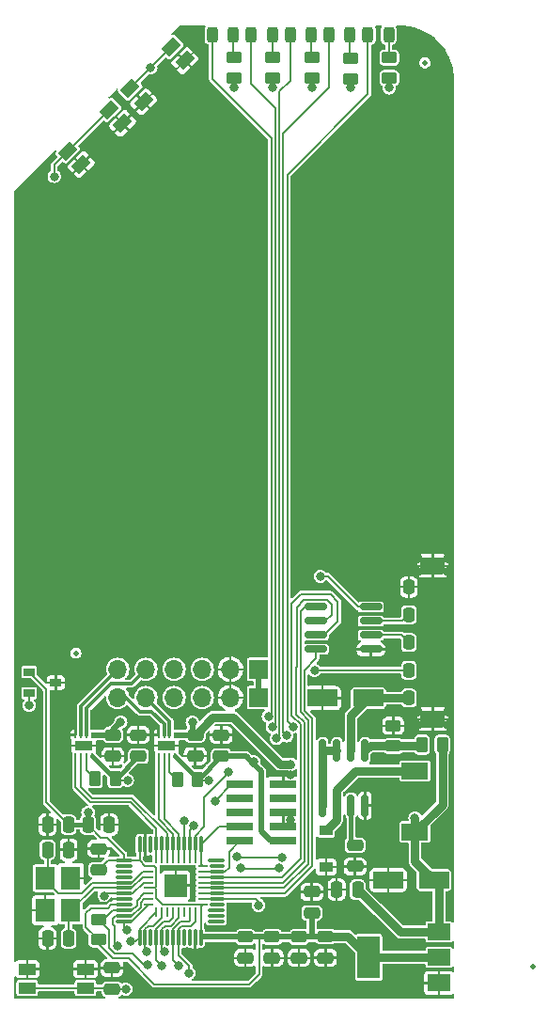
<source format=gbr>
G04 #@! TF.GenerationSoftware,KiCad,Pcbnew,(6.0.1-0)*
G04 #@! TF.CreationDate,2022-04-24T19:17:23-04:00*
G04 #@! TF.ProjectId,mobo,6d6f626f-2e6b-4696-9361-645f70636258,rev?*
G04 #@! TF.SameCoordinates,Original*
G04 #@! TF.FileFunction,Copper,L1,Top*
G04 #@! TF.FilePolarity,Positive*
%FSLAX46Y46*%
G04 Gerber Fmt 4.6, Leading zero omitted, Abs format (unit mm)*
G04 Created by KiCad (PCBNEW (6.0.1-0)) date 2022-04-24 19:17:23*
%MOMM*%
%LPD*%
G01*
G04 APERTURE LIST*
G04 Aperture macros list*
%AMRoundRect*
0 Rectangle with rounded corners*
0 $1 Rounding radius*
0 $2 $3 $4 $5 $6 $7 $8 $9 X,Y pos of 4 corners*
0 Add a 4 corners polygon primitive as box body*
4,1,4,$2,$3,$4,$5,$6,$7,$8,$9,$2,$3,0*
0 Add four circle primitives for the rounded corners*
1,1,$1+$1,$2,$3*
1,1,$1+$1,$4,$5*
1,1,$1+$1,$6,$7*
1,1,$1+$1,$8,$9*
0 Add four rect primitives between the rounded corners*
20,1,$1+$1,$2,$3,$4,$5,0*
20,1,$1+$1,$4,$5,$6,$7,0*
20,1,$1+$1,$6,$7,$8,$9,0*
20,1,$1+$1,$8,$9,$2,$3,0*%
%AMRotRect*
0 Rectangle, with rotation*
0 The origin of the aperture is its center*
0 $1 length*
0 $2 width*
0 $3 Rotation angle, in degrees counterclockwise*
0 Add horizontal line*
21,1,$1,$2,0,0,$3*%
G04 Aperture macros list end*
G04 #@! TA.AperFunction,SMDPad,CuDef*
%ADD10R,2.400000X1.500000*%
G04 #@! TD*
G04 #@! TA.AperFunction,SMDPad,CuDef*
%ADD11RoundRect,0.250000X-0.475000X0.250000X-0.475000X-0.250000X0.475000X-0.250000X0.475000X0.250000X0*%
G04 #@! TD*
G04 #@! TA.AperFunction,SMDPad,CuDef*
%ADD12RoundRect,0.250000X0.475000X-0.250000X0.475000X0.250000X-0.475000X0.250000X-0.475000X-0.250000X0*%
G04 #@! TD*
G04 #@! TA.AperFunction,SMDPad,CuDef*
%ADD13R,0.250000X0.500000*%
G04 #@! TD*
G04 #@! TA.AperFunction,SMDPad,CuDef*
%ADD14R,1.600000X0.900000*%
G04 #@! TD*
G04 #@! TA.AperFunction,SMDPad,CuDef*
%ADD15RoundRect,0.250000X-0.262500X-0.450000X0.262500X-0.450000X0.262500X0.450000X-0.262500X0.450000X0*%
G04 #@! TD*
G04 #@! TA.AperFunction,ComponentPad*
%ADD16R,1.700000X1.700000*%
G04 #@! TD*
G04 #@! TA.AperFunction,ComponentPad*
%ADD17O,1.700000X1.700000*%
G04 #@! TD*
G04 #@! TA.AperFunction,SMDPad,CuDef*
%ADD18RoundRect,0.062500X-0.375000X-0.062500X0.375000X-0.062500X0.375000X0.062500X-0.375000X0.062500X0*%
G04 #@! TD*
G04 #@! TA.AperFunction,SMDPad,CuDef*
%ADD19RoundRect,0.062500X-0.062500X-0.375000X0.062500X-0.375000X0.062500X0.375000X-0.062500X0.375000X0*%
G04 #@! TD*
G04 #@! TA.AperFunction,SMDPad,CuDef*
%ADD20R,2.000000X2.000000*%
G04 #@! TD*
G04 #@! TA.AperFunction,SMDPad,CuDef*
%ADD21R,1.200000X0.900000*%
G04 #@! TD*
G04 #@! TA.AperFunction,SMDPad,CuDef*
%ADD22RoundRect,0.250000X0.250000X-0.400000X0.250000X0.400000X-0.250000X0.400000X-0.250000X-0.400000X0*%
G04 #@! TD*
G04 #@! TA.AperFunction,SMDPad,CuDef*
%ADD23RoundRect,0.150000X0.925000X-0.600000X0.925000X0.600000X-0.925000X0.600000X-0.925000X-0.600000X0*%
G04 #@! TD*
G04 #@! TA.AperFunction,SMDPad,CuDef*
%ADD24RoundRect,0.250000X-0.450000X0.262500X-0.450000X-0.262500X0.450000X-0.262500X0.450000X0.262500X0*%
G04 #@! TD*
G04 #@! TA.AperFunction,SMDPad,CuDef*
%ADD25RoundRect,0.250000X0.250000X0.475000X-0.250000X0.475000X-0.250000X-0.475000X0.250000X-0.475000X0*%
G04 #@! TD*
G04 #@! TA.AperFunction,SMDPad,CuDef*
%ADD26RoundRect,0.075000X-0.662500X-0.075000X0.662500X-0.075000X0.662500X0.075000X-0.662500X0.075000X0*%
G04 #@! TD*
G04 #@! TA.AperFunction,SMDPad,CuDef*
%ADD27RoundRect,0.075000X-0.075000X-0.662500X0.075000X-0.662500X0.075000X0.662500X-0.075000X0.662500X0*%
G04 #@! TD*
G04 #@! TA.AperFunction,SMDPad,CuDef*
%ADD28RoundRect,0.075000X-0.575000X-0.075000X0.575000X-0.075000X0.575000X0.075000X-0.575000X0.075000X0*%
G04 #@! TD*
G04 #@! TA.AperFunction,SMDPad,CuDef*
%ADD29RoundRect,0.075000X-0.075000X-0.575000X0.075000X-0.575000X0.075000X0.575000X-0.075000X0.575000X0*%
G04 #@! TD*
G04 #@! TA.AperFunction,SMDPad,CuDef*
%ADD30RoundRect,0.243750X-0.243750X-0.456250X0.243750X-0.456250X0.243750X0.456250X-0.243750X0.456250X0*%
G04 #@! TD*
G04 #@! TA.AperFunction,SMDPad,CuDef*
%ADD31R,2.000000X1.500000*%
G04 #@! TD*
G04 #@! TA.AperFunction,SMDPad,CuDef*
%ADD32R,2.000000X3.800000*%
G04 #@! TD*
G04 #@! TA.AperFunction,SMDPad,CuDef*
%ADD33R,1.800000X2.100000*%
G04 #@! TD*
G04 #@! TA.AperFunction,SMDPad,CuDef*
%ADD34RoundRect,0.250000X-0.250000X-0.475000X0.250000X-0.475000X0.250000X0.475000X-0.250000X0.475000X0*%
G04 #@! TD*
G04 #@! TA.AperFunction,SMDPad,CuDef*
%ADD35RoundRect,0.250000X0.450000X-0.262500X0.450000X0.262500X-0.450000X0.262500X-0.450000X-0.262500X0*%
G04 #@! TD*
G04 #@! TA.AperFunction,SMDPad,CuDef*
%ADD36RoundRect,0.250000X1.137500X0.550000X-1.137500X0.550000X-1.137500X-0.550000X1.137500X-0.550000X0*%
G04 #@! TD*
G04 #@! TA.AperFunction,SMDPad,CuDef*
%ADD37C,0.500000*%
G04 #@! TD*
G04 #@! TA.AperFunction,SMDPad,CuDef*
%ADD38R,1.550000X1.000000*%
G04 #@! TD*
G04 #@! TA.AperFunction,SMDPad,CuDef*
%ADD39RotRect,1.550000X1.000000X225.000000*%
G04 #@! TD*
G04 #@! TA.AperFunction,SMDPad,CuDef*
%ADD40RoundRect,0.150000X-0.825000X-0.150000X0.825000X-0.150000X0.825000X0.150000X-0.825000X0.150000X0*%
G04 #@! TD*
G04 #@! TA.AperFunction,SMDPad,CuDef*
%ADD41R,1.000000X0.700000*%
G04 #@! TD*
G04 #@! TA.AperFunction,SMDPad,CuDef*
%ADD42RoundRect,0.150000X0.150000X-0.825000X0.150000X0.825000X-0.150000X0.825000X-0.150000X-0.825000X0*%
G04 #@! TD*
G04 #@! TA.AperFunction,SMDPad,CuDef*
%ADD43R,2.400000X0.740000*%
G04 #@! TD*
G04 #@! TA.AperFunction,ViaPad*
%ADD44C,0.800000*%
G04 #@! TD*
G04 #@! TA.AperFunction,Conductor*
%ADD45C,0.200000*%
G04 #@! TD*
G04 #@! TA.AperFunction,Conductor*
%ADD46C,0.750000*%
G04 #@! TD*
G04 #@! TA.AperFunction,Conductor*
%ADD47C,0.500000*%
G04 #@! TD*
G04 #@! TA.AperFunction,Conductor*
%ADD48C,0.300000*%
G04 #@! TD*
G04 #@! TA.AperFunction,Conductor*
%ADD49C,0.400000*%
G04 #@! TD*
G04 APERTURE END LIST*
D10*
X-3700000Y-19300000D03*
X-3700000Y-24800000D03*
D11*
X-21150000Y-16075000D03*
X-21150000Y-17975000D03*
D12*
X-30912500Y-17975000D03*
X-30912500Y-16075000D03*
D11*
X-28612500Y-16075000D03*
X-28612500Y-17975000D03*
D12*
X-23500000Y-17975000D03*
X-23500000Y-16075000D03*
D13*
X-32762500Y-16075000D03*
X-33262500Y-16075000D03*
X-33762500Y-16075000D03*
X-34262500Y-16075000D03*
X-34262500Y-17975000D03*
X-33762500Y-17975000D03*
X-33262500Y-17975000D03*
X-32762500Y-17975000D03*
D14*
X-33512500Y-17025000D03*
D13*
X-25300000Y-16075000D03*
X-25800000Y-16075000D03*
X-26300000Y-16075000D03*
X-26800000Y-16075000D03*
X-26800000Y-17975000D03*
X-26300000Y-17975000D03*
X-25800000Y-17975000D03*
X-25300000Y-17975000D03*
D14*
X-26050000Y-17025000D03*
D15*
X-32525000Y-19975000D03*
X-30700000Y-19975000D03*
X-25112500Y-20075000D03*
X-23287500Y-20075000D03*
D16*
X-17780000Y-10160000D03*
D17*
X-20320000Y-10160000D03*
X-22860000Y-10160000D03*
X-25400000Y-10160000D03*
X-27940000Y-10160000D03*
X-30480000Y-10160000D03*
D16*
X-17780000Y-12700000D03*
D17*
X-20320000Y-12700000D03*
X-22860000Y-12700000D03*
X-25400000Y-12700000D03*
X-27940000Y-12700000D03*
X-30480000Y-12700000D03*
D18*
X-27687500Y-27857500D03*
X-27687500Y-28357500D03*
X-27687500Y-28857500D03*
X-27687500Y-29357500D03*
X-27687500Y-29857500D03*
X-27687500Y-30357500D03*
X-27687500Y-30857500D03*
X-27687500Y-31357500D03*
D19*
X-27000000Y-32045000D03*
X-26500000Y-32045000D03*
X-26000000Y-32045000D03*
X-25500000Y-32045000D03*
X-25000000Y-32045000D03*
X-24500000Y-32045000D03*
X-24000000Y-32045000D03*
X-23500000Y-32045000D03*
D18*
X-22812500Y-31357500D03*
X-22812500Y-30857500D03*
X-22812500Y-30357500D03*
X-22812500Y-29857500D03*
X-22812500Y-29357500D03*
X-22812500Y-28857500D03*
X-22812500Y-28357500D03*
X-22812500Y-27857500D03*
D19*
X-23500000Y-27170000D03*
X-24000000Y-27170000D03*
X-24500000Y-27170000D03*
X-25000000Y-27170000D03*
X-25500000Y-27170000D03*
X-26000000Y-27170000D03*
X-26500000Y-27170000D03*
X-27000000Y-27170000D03*
D20*
X-25250000Y-29607500D03*
D21*
X-11700000Y-24650000D03*
X-11700000Y-27950000D03*
D22*
X-4250000Y-12750000D03*
X-4250000Y-10250000D03*
X-4250000Y-7750000D03*
X-4250000Y-5250000D03*
X-4250000Y-2750000D03*
D23*
X-2100000Y-14650000D03*
X-2100000Y-850000D03*
D24*
X-6000000Y43087500D03*
X-6000000Y44912500D03*
D15*
X-3062500Y-16950000D03*
X-1237500Y-16950000D03*
D25*
X-8850000Y-30000000D03*
X-10750000Y-30000000D03*
D12*
X-11750000Y-36130000D03*
X-11750000Y-34230000D03*
D26*
X-29912500Y-27357500D03*
X-29912500Y-27857500D03*
X-29912500Y-28357500D03*
X-29912500Y-28857500D03*
X-29912500Y-29357500D03*
X-29912500Y-29857500D03*
X-29912500Y-30357500D03*
X-29912500Y-30857500D03*
X-29912500Y-31357500D03*
X-29912500Y-31857500D03*
X-29912500Y-32357500D03*
X-29912500Y-32857500D03*
D27*
X-28500000Y-34270000D03*
X-28000000Y-34270000D03*
X-27500000Y-34270000D03*
X-27000000Y-34270000D03*
X-26500000Y-34270000D03*
X-26000000Y-34270000D03*
X-25500000Y-34270000D03*
X-25000000Y-34270000D03*
X-24500000Y-34270000D03*
X-24000000Y-34270000D03*
X-23500000Y-34270000D03*
X-23000000Y-34270000D03*
D26*
X-21587500Y-32857500D03*
X-21587500Y-32357500D03*
X-21587500Y-31857500D03*
D28*
X-21500000Y-31357500D03*
X-21500000Y-30857500D03*
X-21500000Y-30357500D03*
X-21500000Y-29857500D03*
X-21500000Y-29357500D03*
X-21500000Y-28857500D03*
X-21500000Y-28357500D03*
X-21500000Y-27857500D03*
D26*
X-21587500Y-27357500D03*
D27*
X-23000000Y-25945000D03*
D29*
X-23500000Y-25855000D03*
X-24000000Y-25855000D03*
X-24500000Y-25855000D03*
X-25000000Y-25855000D03*
X-25500000Y-25855000D03*
X-26000000Y-25855000D03*
X-26500000Y-25855000D03*
X-27000000Y-25855000D03*
D27*
X-27500000Y-25945000D03*
X-28000000Y-25945000D03*
X-28500000Y-25945000D03*
D24*
X-16500000Y43087500D03*
X-16500000Y44912500D03*
D30*
X-13062500Y47000000D03*
X-14937500Y47000000D03*
D24*
X-20000000Y44912500D03*
X-20000000Y43087500D03*
D31*
X-1550000Y-38400000D03*
D32*
X-7850000Y-36100000D03*
D31*
X-1550000Y-36100000D03*
X-1550000Y-33800000D03*
D33*
X-37000000Y-28950000D03*
X-37000000Y-31850000D03*
X-34700000Y-31850000D03*
X-34700000Y-28950000D03*
D34*
X-36800000Y-24150000D03*
X-34900000Y-24150000D03*
D35*
X-5650000Y-17062500D03*
X-5650000Y-15237500D03*
D24*
X-9500000Y43000000D03*
X-9500000Y44825000D03*
D36*
X-7887500Y-12750000D03*
X-12012500Y-12750000D03*
X-1987500Y-29150000D03*
X-6112500Y-29150000D03*
D37*
X-34250000Y-8700000D03*
X6900000Y-36950000D03*
D38*
X-38625000Y-38850000D03*
X-33375000Y-38850000D03*
X-38625000Y-37150000D03*
X-33375000Y-37150000D03*
D39*
X-25641332Y45853643D03*
X-29353643Y42141332D03*
X-28151562Y40939251D03*
X-24439251Y44651562D03*
D12*
X-18970000Y-34250000D03*
X-18970000Y-36150000D03*
X-9100000Y-27900000D03*
X-9100000Y-26000000D03*
X-13000000Y-30190000D03*
X-13000000Y-32090000D03*
D25*
X-31250000Y-24150000D03*
X-33150000Y-24150000D03*
D30*
X-16562500Y47000000D03*
X-18437500Y47000000D03*
D40*
X-12625000Y-4545000D03*
X-12625000Y-5815000D03*
X-12625000Y-7085000D03*
X-12625000Y-8355000D03*
X-7675000Y-8355000D03*
X-7675000Y-7085000D03*
X-7675000Y-5815000D03*
X-7675000Y-4545000D03*
D24*
X-32200000Y-32687500D03*
X-32200000Y-34512500D03*
D41*
X-38450000Y-10400000D03*
X-38450000Y-12300000D03*
X-36050000Y-11350000D03*
D11*
X-32200000Y-26320000D03*
X-32200000Y-28220000D03*
D39*
X-34957196Y36494885D03*
X-31244885Y40207196D03*
X-33755115Y35292804D03*
X-30042804Y39005115D03*
D30*
X-20062500Y47000000D03*
X-21937500Y47000000D03*
D34*
X-36800000Y-26400000D03*
X-34900000Y-26400000D03*
D11*
X-31000000Y-37050000D03*
X-31000000Y-38950000D03*
D30*
X-6062500Y47000000D03*
X-7937500Y47000000D03*
D12*
X-16570000Y-34250000D03*
X-16570000Y-36150000D03*
D25*
X-34900000Y-34400000D03*
X-36800000Y-34400000D03*
D37*
X-2800000Y44450000D03*
D12*
X-14150000Y-36150000D03*
X-14150000Y-34250000D03*
D30*
X-9562500Y47000000D03*
X-11437500Y47000000D03*
D42*
X-12005000Y-22425000D03*
X-10735000Y-22425000D03*
X-9465000Y-22425000D03*
X-8195000Y-22425000D03*
X-8195000Y-17475000D03*
X-9465000Y-17475000D03*
X-10735000Y-17475000D03*
X-12005000Y-17475000D03*
D43*
X-15550000Y-25590000D03*
X-19450000Y-25590000D03*
X-15550000Y-24320000D03*
X-19450000Y-24320000D03*
X-15550000Y-23050000D03*
X-19450000Y-23050000D03*
X-15550000Y-21780000D03*
X-19450000Y-21780000D03*
X-15550000Y-20510000D03*
X-19450000Y-20510000D03*
D24*
X-13000000Y43087500D03*
X-13000000Y44912500D03*
D44*
X-3400000Y-15200000D03*
X-3400000Y-14000000D03*
X-750000Y-15150000D03*
X-750000Y-14000000D03*
X-3400000Y-200000D03*
X-800000Y-200000D03*
X-800000Y-1400000D03*
X-3400000Y-1400000D03*
X-35250000Y-16700000D03*
X-29800000Y-17050000D03*
X-22350000Y-17050000D03*
X-19000000Y-37400000D03*
X-14900000Y-23700000D03*
X-14900000Y-19700000D03*
X-12230000Y-1780000D03*
X-29600000Y-24150000D03*
X-22250000Y-20150000D03*
X-29600000Y-20150000D03*
X-33150000Y-23050000D03*
X-23750000Y-14900000D03*
X-30200000Y-14900000D03*
X-18230011Y-18475000D03*
X-14900000Y-18700000D03*
X-3700000Y-23550000D03*
X-21700000Y-22000000D03*
X-15700000Y-27100000D03*
X-19750000Y-27050000D03*
X-14681414Y-15331414D03*
X-24500000Y-23800000D03*
X-15259266Y-16140734D03*
X-15900000Y-28050000D03*
X-23609266Y-24259266D03*
X-19400000Y-28050000D03*
X-16177168Y-16383655D03*
X-24050000Y-37499000D03*
X-25000000Y-36849500D03*
X-16549500Y-15350000D03*
X-16900000Y-14400000D03*
X-29750000Y-38950000D03*
X-38450000Y-13400000D03*
X-17799500Y-31400000D03*
X-20000000Y42200000D03*
X-13000000Y42200000D03*
X-16500000Y42200000D03*
X-6000000Y42200000D03*
X-9500000Y42200000D03*
X-27500000Y44000000D03*
X-29350000Y-34650000D03*
X-36193134Y34229339D03*
X-29650000Y-33650000D03*
X-30500000Y-35100000D03*
X-12750000Y-10250000D03*
X-27750000Y-36800000D03*
X-26500000Y-36849011D03*
X-26250000Y-35550000D03*
X-27850000Y-35550000D03*
X-20499500Y-19400000D03*
X-26050000Y-17050000D03*
X-31700000Y-30550000D03*
X-32650000Y-30800000D03*
X-24700000Y-30157500D03*
X-25800000Y-30157500D03*
X-24700000Y-29057500D03*
X-25800000Y-29057500D03*
D45*
X-27500000Y44000000D02*
X-25646357Y45853643D01*
X-25646357Y45853643D02*
X-25641332Y45853643D01*
X-27500000Y43994975D02*
X-29353643Y42141332D01*
X-27500000Y44000000D02*
X-27500000Y43994975D01*
X-34957196Y36494885D02*
X-31244885Y40207196D01*
X-36193134Y34229339D02*
X-36193134Y35258947D01*
X-36193134Y35258947D02*
X-34957196Y36494885D01*
D46*
X-3700000Y-27437500D02*
X-1987500Y-29150000D01*
X-3700000Y-23550000D02*
X-3700000Y-27437500D01*
X-1550000Y-33800000D02*
X-1550000Y-29587500D01*
X-1550000Y-29587500D02*
X-1987500Y-29150000D01*
X-8850000Y-30000000D02*
X-7050000Y-31800000D01*
X-7050000Y-31800000D02*
X-7000000Y-31800000D01*
X-7000000Y-31800000D02*
X-5000000Y-33800000D01*
X-5000000Y-33800000D02*
X-1550000Y-33800000D01*
X-7850000Y-36100000D02*
X-9720000Y-34230000D01*
X-9720000Y-34230000D02*
X-11750000Y-34230000D01*
X-3700000Y-24800000D02*
X-1237500Y-22337500D01*
X-1237500Y-22337500D02*
X-1237500Y-16950000D01*
X-7850000Y-36100000D02*
X-1550000Y-36100000D01*
X-10735000Y-22425000D02*
X-10735000Y-20985000D01*
X-10735000Y-20985000D02*
X-9050000Y-19300000D01*
X-9050000Y-19300000D02*
X-3700000Y-19300000D01*
D45*
X-11570000Y-1780000D02*
X-12230000Y-1780000D01*
X-7675000Y-4545000D02*
X-8805000Y-4545000D01*
X-8805000Y-4545000D02*
X-11570000Y-1780000D01*
X-20499500Y-19400000D02*
X-20499500Y-19524500D01*
X-20499500Y-19524500D02*
X-22700000Y-21725000D01*
X-22700000Y-24350000D02*
X-23500000Y-25150000D01*
X-23500000Y-25150000D02*
X-23500000Y-25945000D01*
X-22700000Y-21725000D02*
X-22700000Y-24350000D01*
X-21700000Y-22000000D02*
X-20210000Y-20510000D01*
X-20210000Y-20510000D02*
X-19450000Y-20510000D01*
X-23212500Y-20150000D02*
X-23287500Y-20075000D01*
X-22250000Y-20150000D02*
X-23212500Y-20150000D01*
X-33150000Y-24150000D02*
X-33150000Y-23050000D01*
X-30525000Y-20150000D02*
X-30700000Y-19975000D01*
X-29600000Y-20150000D02*
X-30525000Y-20150000D01*
X-38450000Y-10400000D02*
X-36900000Y-11950000D01*
X-36900000Y-11950000D02*
X-36900000Y-22150000D01*
X-36900000Y-22150000D02*
X-34900000Y-24150000D01*
D47*
X-30912500Y-16075000D02*
X-30912500Y-15612500D01*
X-30912500Y-15612500D02*
X-30200000Y-14900000D01*
X-23750000Y-14900000D02*
X-23750000Y-15825000D01*
X-23750000Y-15825000D02*
X-23500000Y-16075000D01*
D46*
X-14900000Y-18700000D02*
X-15850000Y-18700000D01*
X-21925000Y-14500000D02*
X-23500000Y-16075000D01*
X-15850000Y-18700000D02*
X-20050000Y-14500000D01*
X-20050000Y-14500000D02*
X-21925000Y-14500000D01*
D45*
X-16900000Y-14400000D02*
X-16650000Y-14150000D01*
X-21950000Y46987500D02*
X-21937500Y47000000D01*
X-16650000Y-14150000D02*
X-16650000Y37700000D01*
X-16650000Y37700000D02*
X-21950000Y43000000D01*
X-21950000Y43000000D02*
X-21950000Y46987500D01*
X-16549500Y-15350000D02*
X-16250489Y-15050989D01*
X-16250489Y-15050989D02*
X-16250489Y40375489D01*
X-16250489Y40375489D02*
X-18437500Y42562500D01*
X-18437500Y42562500D02*
X-18437500Y47000000D01*
X-16177168Y-16383655D02*
X-15908777Y-16115264D01*
X-15908777Y-16115264D02*
X-15908777Y-15871697D01*
X-15908777Y-15871697D02*
X-15900000Y-15862920D01*
X-15900000Y-15862920D02*
X-15900000Y41881452D01*
X-15900000Y41881452D02*
X-14937500Y42843952D01*
X-14937500Y42843952D02*
X-14937500Y47000000D01*
X-11437500Y42212500D02*
X-11437500Y47000000D01*
X-15259266Y-16140734D02*
X-15550481Y-15849519D01*
X-15550481Y-15849519D02*
X-15550481Y38099519D01*
X-15550481Y38099519D02*
X-11437500Y42212500D01*
D47*
X-18275000Y-18625000D02*
X-18925000Y-17975000D01*
X-17550000Y-19350000D02*
X-18275000Y-18625000D01*
X-18275000Y-18625000D02*
X-18230011Y-18580011D01*
X-18230011Y-18580011D02*
X-18230011Y-18475000D01*
D45*
X-15200000Y34400000D02*
X-7937500Y41662500D01*
X-14681414Y-15331414D02*
X-15200000Y-14812828D01*
X-7937500Y41662500D02*
X-7937500Y47000000D01*
X-15200000Y-14812828D02*
X-15200000Y34400000D01*
X-24500000Y-23800000D02*
X-24500000Y-25945000D01*
X-23609266Y-24259266D02*
X-24000000Y-24650000D01*
X-24000000Y-24650000D02*
X-24000000Y-25945000D01*
X-19400000Y-28050000D02*
X-19300000Y-28150000D01*
X-16000000Y-28150000D02*
X-15900000Y-28050000D01*
X-19300000Y-28150000D02*
X-16000000Y-28150000D01*
X-19750000Y-27050000D02*
X-19700000Y-27100000D01*
X-19700000Y-27100000D02*
X-15700000Y-27100000D01*
X-21587500Y-28357500D02*
X-20807500Y-28357500D01*
X-20807500Y-28357500D02*
X-20450000Y-28000000D01*
X-20450000Y-28000000D02*
X-20450000Y-26590000D01*
X-20450000Y-26590000D02*
X-19450000Y-25590000D01*
X-25000000Y-34270000D02*
X-25000000Y-35930952D01*
X-25000000Y-35930952D02*
X-24050000Y-36880952D01*
X-24050000Y-36880952D02*
X-24050000Y-37499000D01*
X-25500000Y-34270000D02*
X-25500000Y-36349500D01*
X-25500000Y-36349500D02*
X-25000000Y-36849500D01*
X-28100000Y-36800000D02*
X-29150489Y-35749511D01*
X-29150489Y-35749511D02*
X-30769037Y-35749511D01*
X-30769037Y-35749511D02*
X-31250480Y-35268068D01*
X-27750000Y-36800000D02*
X-28100000Y-36800000D01*
X-31250480Y-35268068D02*
X-31250480Y-33649520D01*
X-31250480Y-33649520D02*
X-32200000Y-32700000D01*
X-32200000Y-32700000D02*
X-32200000Y-32687500D01*
X-26500000Y-36849011D02*
X-27000000Y-36349011D01*
X-27000000Y-36349011D02*
X-27000000Y-34270000D01*
X-32200000Y-34512500D02*
X-32200000Y-34900000D01*
X-32200000Y-34900000D02*
X-30900000Y-36200000D01*
X-18650000Y-38500000D02*
X-17750000Y-37600000D01*
X-17750000Y-37600000D02*
X-17750000Y-34350000D01*
X-29450000Y-36200000D02*
X-27150000Y-38500000D01*
X-30900000Y-36200000D02*
X-29450000Y-36200000D01*
X-27150000Y-38500000D02*
X-18650000Y-38500000D01*
X-17750000Y-34350000D02*
X-17650000Y-34250000D01*
D47*
X-16570000Y-34250000D02*
X-17650000Y-34250000D01*
X-17650000Y-34250000D02*
X-18970000Y-34250000D01*
D45*
X-17800000Y-31100000D02*
X-18042500Y-30857500D01*
X-18042500Y-30857500D02*
X-21587500Y-30857500D01*
X-12750000Y-10250000D02*
X-4250000Y-10250000D01*
X-30500000Y-35100000D02*
X-30750000Y-34850000D01*
X-30750000Y-34850000D02*
X-30750000Y-33300000D01*
X-30750000Y-33300000D02*
X-30899520Y-33150480D01*
X-30899520Y-33150480D02*
X-30899520Y-32574520D01*
X-30899520Y-32574520D02*
X-30682500Y-32357500D01*
X-30682500Y-32357500D02*
X-29912500Y-32357500D01*
X-29350000Y-34650000D02*
X-28880000Y-34650000D01*
X-28880000Y-34650000D02*
X-28500000Y-34270000D01*
X-29750000Y-38950000D02*
X-31000000Y-38950000D01*
X-38450000Y-13400000D02*
X-38450000Y-12300000D01*
D48*
X-33262500Y-16075000D02*
X-33262500Y-13662500D01*
X-33262500Y-13662500D02*
X-31050000Y-11450000D01*
X-31050000Y-11450000D02*
X-29230000Y-11450000D01*
X-29230000Y-11450000D02*
X-27940000Y-10160000D01*
X-33762500Y-16075000D02*
X-33762500Y-13442500D01*
X-33762500Y-13442500D02*
X-30480000Y-10160000D01*
X-26300000Y-16075000D02*
X-26300000Y-15100000D01*
X-27450000Y-13950000D02*
X-28500000Y-13950000D01*
X-26300000Y-15100000D02*
X-27450000Y-13950000D01*
X-28500000Y-13950000D02*
X-29750000Y-12700000D01*
X-29750000Y-12700000D02*
X-30480000Y-12700000D01*
X-25800000Y-16075000D02*
X-25800000Y-14840000D01*
X-25800000Y-14840000D02*
X-27940000Y-12700000D01*
D45*
X-25000000Y-25945000D02*
X-25000000Y-24961408D01*
X-25000000Y-24961408D02*
X-26300000Y-23661408D01*
X-26300000Y-23661408D02*
X-26300000Y-17975000D01*
X-25500000Y-25945000D02*
X-25500000Y-24955704D01*
X-25500000Y-24955704D02*
X-26800000Y-23655704D01*
X-26800000Y-23655704D02*
X-26800000Y-17975000D01*
X-26000000Y-25945000D02*
X-26000000Y-24950000D01*
X-26000000Y-24950000D02*
X-29199520Y-21750480D01*
X-29199520Y-21750480D02*
X-32780224Y-21750480D01*
X-32780224Y-21750480D02*
X-33762500Y-20768204D01*
X-33762500Y-20768204D02*
X-33762500Y-17975000D01*
X-27000000Y-25945000D02*
X-27000000Y-24444296D01*
X-27000000Y-24444296D02*
X-29344296Y-22100000D01*
X-34262500Y-20762500D02*
X-34262500Y-17975000D01*
X-29344296Y-22100000D02*
X-32925000Y-22100000D01*
X-32925000Y-22100000D02*
X-34262500Y-20762500D01*
D47*
X-17780000Y-12700000D02*
X-17780000Y-10160000D01*
X-15550000Y-25590000D02*
X-16710000Y-25590000D01*
X-17550000Y-24750000D02*
X-17550000Y-19350000D01*
X-16710000Y-25590000D02*
X-17550000Y-24750000D01*
X-18925000Y-17975000D02*
X-21150000Y-17975000D01*
D45*
X-9500000Y43000000D02*
X-9500000Y42200000D01*
X-13000000Y43087500D02*
X-13000000Y42200000D01*
X-16500000Y43087500D02*
X-16500000Y42200000D01*
X-20000000Y42200000D02*
X-20000000Y43087500D01*
X-6000000Y43087500D02*
X-6000000Y42200000D01*
X-6062500Y47000000D02*
X-6062500Y44975000D01*
X-6062500Y44975000D02*
X-6000000Y44912500D01*
X-9562500Y47000000D02*
X-9562500Y44887500D01*
X-9562500Y44887500D02*
X-9500000Y44825000D01*
X-13062500Y47000000D02*
X-13062500Y44975000D01*
X-13062500Y44975000D02*
X-13000000Y44912500D01*
X-16562500Y47000000D02*
X-16562500Y44975000D01*
X-16562500Y44975000D02*
X-16500000Y44912500D01*
X-20062500Y47000000D02*
X-20062500Y44975000D01*
X-20062500Y44975000D02*
X-20000000Y44912500D01*
X-29912500Y-32857500D02*
X-29912500Y-33387500D01*
X-29912500Y-33387500D02*
X-29650000Y-33650000D01*
X-21587500Y-28857500D02*
X-15657500Y-28857500D01*
X-14025000Y-15069296D02*
X-14800000Y-14294296D01*
X-14800000Y-14294296D02*
X-14800000Y-4250000D01*
X-15657500Y-28857500D02*
X-14025000Y-27225000D01*
X-11885000Y-7085000D02*
X-12625000Y-7085000D01*
X-14025000Y-27225000D02*
X-14025000Y-15069296D01*
X-14800000Y-4250000D02*
X-13950000Y-3400000D01*
X-13950000Y-3400000D02*
X-11300000Y-3400000D01*
X-10650000Y-5850000D02*
X-11885000Y-7085000D01*
X-11300000Y-3400000D02*
X-10650000Y-4050000D01*
X-10650000Y-4050000D02*
X-10650000Y-5850000D01*
X-15582500Y-29357500D02*
X-13675000Y-27450000D01*
X-14350000Y-4550000D02*
X-13700000Y-3900000D01*
X-13700000Y-3900000D02*
X-11600000Y-3900000D01*
X-13675000Y-14925000D02*
X-14374040Y-14225960D01*
X-13675000Y-27450000D02*
X-13675000Y-14925000D01*
X-14374040Y-14225960D02*
X-14374040Y-9935450D01*
X-11600000Y-3900000D02*
X-11200000Y-4300000D01*
X-14374040Y-9935450D02*
X-14350000Y-9911410D01*
X-14350000Y-9911410D02*
X-14350000Y-4550000D01*
X-11200000Y-4300000D02*
X-11200000Y-5275000D01*
X-21587500Y-29357500D02*
X-15582500Y-29357500D01*
X-11200000Y-5275000D02*
X-11740000Y-5815000D01*
X-11740000Y-5815000D02*
X-12625000Y-5815000D01*
X-21587500Y-29857500D02*
X-15482500Y-29857500D01*
X-13300000Y-27675000D02*
X-13300000Y-14750000D01*
X-13300000Y-14750000D02*
X-14024520Y-14025480D01*
X-15482500Y-29857500D02*
X-13300000Y-27675000D01*
X-14024520Y-14025480D02*
X-14024520Y-10080225D01*
X-14024520Y-10080225D02*
X-13950000Y-10005705D01*
X-13545000Y-4545000D02*
X-12625000Y-4545000D01*
X-13950000Y-10005705D02*
X-13950000Y-4950000D01*
X-13950000Y-4950000D02*
X-13545000Y-4545000D01*
X-26500000Y-35300000D02*
X-26250000Y-35550000D01*
X-26500000Y-34270000D02*
X-26500000Y-35300000D01*
X-28000000Y-35400000D02*
X-27850000Y-35550000D01*
X-28000000Y-34270000D02*
X-28000000Y-35400000D01*
X-33375000Y-38850000D02*
X-31100000Y-38850000D01*
X-31100000Y-38850000D02*
X-31000000Y-38950000D01*
X-38625000Y-38850000D02*
X-33375000Y-38850000D01*
D47*
X-11770000Y-34250000D02*
X-13000000Y-34250000D01*
X-13000000Y-34250000D02*
X-14150000Y-34250000D01*
X-13000000Y-32090000D02*
X-13000000Y-34250000D01*
X-18970000Y-34250000D02*
X-22700000Y-34250000D01*
X-14150000Y-34250000D02*
X-16570000Y-34250000D01*
X-11750000Y-34230000D02*
X-11770000Y-34250000D01*
D45*
X-25800000Y-17975000D02*
X-25800000Y-19387500D01*
X-25800000Y-19387500D02*
X-25112500Y-20075000D01*
X-21587500Y-30357500D02*
X-15457500Y-30357500D01*
X-13675000Y-10225000D02*
X-12625000Y-9175000D01*
X-15457500Y-30357500D02*
X-12950000Y-27850000D01*
X-12950000Y-27850000D02*
X-12950000Y-14600000D01*
X-13675000Y-13875000D02*
X-13675000Y-10225000D01*
X-12950000Y-14600000D02*
X-13675000Y-13875000D01*
X-12625000Y-9175000D02*
X-12625000Y-8355000D01*
X-25300000Y-16075000D02*
X-25175000Y-16075000D01*
D47*
X-23500000Y-16075000D02*
X-25175000Y-16075000D01*
D49*
X-23287500Y-20075000D02*
X-23250000Y-20075000D01*
X-23250000Y-20075000D02*
X-21150000Y-17975000D01*
X-25300000Y-17975000D02*
X-23287500Y-19987500D01*
X-23287500Y-19987500D02*
X-23287500Y-20075000D01*
D47*
X-30912500Y-16075000D02*
X-32637500Y-16075000D01*
D49*
X-30700000Y-19975000D02*
X-30612500Y-19975000D01*
X-30612500Y-19975000D02*
X-28612500Y-17975000D01*
X-32762500Y-17975000D02*
X-30762500Y-19975000D01*
X-30762500Y-19975000D02*
X-30700000Y-19975000D01*
D45*
X-33262500Y-17975000D02*
X-33262500Y-19237500D01*
X-33262500Y-19237500D02*
X-32525000Y-19975000D01*
X-23000000Y-25945000D02*
X-21375000Y-24320000D01*
X-21375000Y-24320000D02*
X-19450000Y-24320000D01*
D49*
X-9465000Y-22425000D02*
X-9465000Y-25635000D01*
X-9465000Y-25635000D02*
X-9100000Y-26000000D01*
D45*
X-23000000Y-34270000D02*
X-22720000Y-34270000D01*
X-22720000Y-34270000D02*
X-22700000Y-34250000D01*
X-25000000Y-34270000D02*
X-25000000Y-33557500D01*
X-25000000Y-33557500D02*
X-24700000Y-33257500D01*
X-24700000Y-33257500D02*
X-23907500Y-33257500D01*
X-23907500Y-33257500D02*
X-23500000Y-32850000D01*
X-23500000Y-32850000D02*
X-23500000Y-32045000D01*
X-29912500Y-31357500D02*
X-31057500Y-31357500D01*
X-33350000Y-32100000D02*
X-33350000Y-33362500D01*
X-33350000Y-33362500D02*
X-32200000Y-34512500D01*
X-31057500Y-31357500D02*
X-31350000Y-31650000D01*
X-32900000Y-31650000D02*
X-33350000Y-32100000D01*
X-31350000Y-31650000D02*
X-32900000Y-31650000D01*
X-32200000Y-32687500D02*
X-31737500Y-32687500D01*
X-30907500Y-31857500D02*
X-29912500Y-31857500D01*
X-31737500Y-32687500D02*
X-30907500Y-31857500D01*
X-32650000Y-30800000D02*
X-32250000Y-31200000D01*
X-29925000Y-30870000D02*
X-29912500Y-30857500D01*
X-32250000Y-31200000D02*
X-31400000Y-31200000D01*
X-31400000Y-31200000D02*
X-31070000Y-30870000D01*
X-31070000Y-30870000D02*
X-29925000Y-30870000D01*
X-31700000Y-30550000D02*
X-31507500Y-30357500D01*
X-31507500Y-30357500D02*
X-29912500Y-30357500D01*
X-33150000Y-24150000D02*
X-32000000Y-25300000D01*
X-32000000Y-25300000D02*
X-31450000Y-25300000D01*
X-31450000Y-25300000D02*
X-29912500Y-26837500D01*
X-29912500Y-26837500D02*
X-29912500Y-27357500D01*
D49*
X-34900000Y-24150000D02*
X-33150000Y-24150000D01*
D45*
X-16600000Y-36050000D02*
X-16400000Y-35850000D01*
X-29912500Y-27357500D02*
X-31337500Y-27357500D01*
X-31337500Y-27357500D02*
X-32200000Y-28220000D01*
X-29912500Y-29357500D02*
X-32737500Y-29357500D01*
X-32737500Y-29357500D02*
X-33700000Y-30320000D01*
X-32700000Y-29870000D02*
X-32720000Y-29870000D01*
X-32720000Y-29870000D02*
X-34700000Y-31850000D01*
X-29912500Y-29857500D02*
X-32700000Y-29857500D01*
X-22812500Y-31357500D02*
X-26412500Y-31357500D01*
X-27000000Y-30770000D02*
X-27000000Y-29957500D01*
X-26412500Y-31357500D02*
X-27000000Y-30770000D01*
X-27000000Y-29957500D02*
X-27100000Y-29857500D01*
X-22812500Y-31357500D02*
X-23000000Y-31545000D01*
X-23000000Y-31545000D02*
X-23000000Y-34270000D01*
X-7675000Y-7085000D02*
X-4915000Y-7085000D01*
X-4915000Y-7085000D02*
X-4250000Y-7750000D01*
X-7675000Y-5815000D02*
X-4815000Y-5815000D01*
X-4815000Y-5815000D02*
X-4250000Y-5250000D01*
D46*
X-10735000Y-22425000D02*
X-10735000Y-23685000D01*
X-10735000Y-23685000D02*
X-11700000Y-24650000D01*
X-12005000Y-22425000D02*
X-12005000Y-17475000D01*
X-10735000Y-17475000D02*
X-12005000Y-17475000D01*
X-5950000Y-17037500D02*
X-7757500Y-17037500D01*
X-7757500Y-17037500D02*
X-8195000Y-17475000D01*
X-3500000Y-17037500D02*
X-5950000Y-17037500D01*
X-9465000Y-17475000D02*
X-9465000Y-14327500D01*
X-9465000Y-14327500D02*
X-7887500Y-12750000D01*
X-4250000Y-12750000D02*
X-7887500Y-12750000D01*
D45*
X-35800000Y-30300000D02*
X-37000000Y-29100000D01*
X-37000000Y-29100000D02*
X-37000000Y-28950000D01*
X-33700000Y-30300000D02*
X-35800000Y-30300000D01*
X-36800000Y-26400000D02*
X-36800000Y-28750000D01*
X-36800000Y-28750000D02*
X-37000000Y-28950000D01*
X-34900000Y-34400000D02*
X-34900000Y-32050000D01*
X-34900000Y-32050000D02*
X-34700000Y-31850000D01*
X-27000000Y-28007500D02*
X-27000000Y-29757500D01*
X-27100000Y-29857500D02*
X-27687500Y-29857500D01*
X-27687500Y-27857500D02*
X-27150000Y-27857500D01*
X-27150000Y-27857500D02*
X-27000000Y-28007500D01*
X-27000000Y-29757500D02*
X-27100000Y-29857500D01*
X-29912500Y-27357500D02*
X-28500000Y-27357500D01*
X-28500000Y-25945000D02*
X-28500000Y-27357500D01*
X-28500000Y-27357500D02*
X-28000000Y-27857500D01*
X-28000000Y-27857500D02*
X-27687500Y-27857500D01*
X-27687500Y-28357500D02*
X-28200000Y-28357500D01*
X-28200000Y-28357500D02*
X-29200000Y-29357500D01*
X-29200000Y-29357500D02*
X-29912500Y-29357500D01*
X-27687500Y-28857500D02*
X-28200000Y-28857500D01*
X-28200000Y-28857500D02*
X-29200000Y-29857500D01*
X-29200000Y-29857500D02*
X-29912500Y-29857500D01*
X-27687500Y-30857500D02*
X-28100000Y-30857500D01*
X-28100000Y-30857500D02*
X-28400000Y-31157500D01*
X-28400000Y-31157500D02*
X-28400000Y-31557500D01*
X-28400000Y-31557500D02*
X-29200000Y-32357500D01*
X-29200000Y-32357500D02*
X-29912500Y-32357500D01*
X-27687500Y-30357500D02*
X-28100000Y-30357500D01*
X-28100000Y-30357500D02*
X-28750000Y-31007500D01*
X-28750000Y-31007500D02*
X-28750000Y-31407500D01*
X-28750000Y-31407500D02*
X-29200000Y-31857500D01*
X-29200000Y-31857500D02*
X-29912500Y-31857500D01*
X-27687500Y-31357500D02*
X-27700000Y-31357500D01*
X-29200000Y-32857500D02*
X-29912500Y-32857500D01*
X-27700000Y-31357500D02*
X-29200000Y-32857500D01*
X-27687500Y-29357500D02*
X-28150000Y-29357500D01*
X-28150000Y-29357500D02*
X-29150000Y-30357500D01*
X-29150000Y-30357500D02*
X-29912500Y-30357500D01*
X-28500000Y-34270000D02*
X-28500000Y-33507500D01*
X-28500000Y-33507500D02*
X-27037500Y-32045000D01*
X-27037500Y-32045000D02*
X-27000000Y-32045000D01*
X-28000000Y-34270000D02*
X-28000000Y-33557500D01*
X-28000000Y-33557500D02*
X-27700000Y-33257500D01*
X-27700000Y-33257500D02*
X-27250000Y-33257500D01*
X-26500000Y-32507500D02*
X-26500000Y-32045000D01*
X-27250000Y-33257500D02*
X-26500000Y-32507500D01*
X-27000000Y-34270000D02*
X-27000000Y-33557500D01*
X-27000000Y-33557500D02*
X-26350000Y-32907500D01*
X-26350000Y-32907500D02*
X-25850000Y-32907500D01*
X-25850000Y-32907500D02*
X-25500000Y-32557500D01*
X-25500000Y-32557500D02*
X-25500000Y-32045000D01*
X-26500000Y-34270000D02*
X-26500000Y-33557500D01*
X-26500000Y-33557500D02*
X-26200000Y-33257500D01*
X-26200000Y-33257500D02*
X-25700000Y-33257500D01*
X-25700000Y-33257500D02*
X-25000000Y-32557500D01*
X-25000000Y-32557500D02*
X-25000000Y-32045000D01*
X-24100000Y-32907500D02*
X-24000000Y-32807500D01*
X-24000000Y-32807500D02*
X-24000000Y-32045000D01*
X-25500000Y-33557500D02*
X-24850000Y-32907500D01*
X-25500000Y-34270000D02*
X-25500000Y-33557500D01*
X-24850000Y-32907500D02*
X-24100000Y-32907500D01*
X-27000000Y-25945000D02*
X-27000000Y-27170000D01*
X-26500000Y-25945000D02*
X-26500000Y-27170000D01*
X-26000000Y-25945000D02*
X-26000000Y-27170000D01*
X-25500000Y-25945000D02*
X-25500000Y-27170000D01*
X-25000000Y-25945000D02*
X-25000000Y-27170000D01*
X-24500000Y-25945000D02*
X-24500000Y-27170000D01*
X-24000000Y-25945000D02*
X-24000000Y-27170000D01*
X-23500000Y-25945000D02*
X-23500000Y-27170000D01*
X-23000000Y-25945000D02*
X-23000000Y-27670000D01*
X-23000000Y-27670000D02*
X-22812500Y-27857500D01*
X-22812500Y-28357500D02*
X-21587500Y-28357500D01*
X-22812500Y-28857500D02*
X-21587500Y-28857500D01*
X-22812500Y-29357500D02*
X-21587500Y-29357500D01*
X-22812500Y-29857500D02*
X-21587500Y-29857500D01*
X-22812500Y-30357500D02*
X-21587500Y-30357500D01*
X-22812500Y-30857500D02*
X-21587500Y-30857500D01*
G04 #@! TA.AperFunction,Conductor*
G36*
X-22612603Y47781093D02*
G01*
X-22576639Y47731593D01*
X-22576639Y47670407D01*
X-22578303Y47666478D01*
X-22578298Y47666476D01*
X-22622560Y47540434D01*
X-22623128Y47534426D01*
X-22625281Y47511648D01*
X-22625500Y47509333D01*
X-22625499Y46490668D01*
X-22622560Y46459566D01*
X-22620563Y46453879D01*
X-22620562Y46453875D01*
X-22600601Y46397034D01*
X-22578298Y46333524D01*
X-22498930Y46226070D01*
X-22391476Y46146702D01*
X-22384495Y46144251D01*
X-22384496Y46144251D01*
X-22316698Y46120442D01*
X-22268059Y46083322D01*
X-22250500Y46027034D01*
X-22250500Y43053508D01*
X-22250803Y43049383D01*
X-22252425Y43044658D01*
X-22251103Y43009432D01*
X-22250570Y42995239D01*
X-22250500Y42991526D01*
X-22250500Y42972052D01*
X-22249675Y42967622D01*
X-22249339Y42962429D01*
X-22248226Y42932792D01*
X-22244620Y42924398D01*
X-22244619Y42924395D01*
X-22243683Y42922217D01*
X-22237317Y42901266D01*
X-22235209Y42889947D01*
X-22230412Y42882165D01*
X-22221232Y42867272D01*
X-22214549Y42854405D01*
X-22204036Y42829937D01*
X-22200022Y42825051D01*
X-22195658Y42820687D01*
X-22181387Y42802632D01*
X-22176468Y42794652D01*
X-22153231Y42776982D01*
X-22143161Y42768190D01*
X-16979496Y37604525D01*
X-16951719Y37550008D01*
X-16950500Y37534521D01*
X-16950500Y-9010500D01*
X-16969407Y-9068691D01*
X-17018907Y-9104655D01*
X-17049500Y-9109500D01*
X-18649748Y-9109500D01*
X-18675995Y-9114721D01*
X-18698666Y-9119230D01*
X-18698668Y-9119231D01*
X-18708231Y-9121133D01*
X-18774552Y-9165448D01*
X-18818867Y-9231769D01*
X-18830500Y-9290252D01*
X-18830500Y-11029748D01*
X-18818867Y-11088231D01*
X-18774552Y-11154552D01*
X-18708231Y-11198867D01*
X-18698668Y-11200769D01*
X-18698666Y-11200770D01*
X-18675995Y-11205279D01*
X-18649748Y-11210500D01*
X-18329500Y-11210500D01*
X-18271309Y-11229407D01*
X-18235345Y-11278907D01*
X-18230500Y-11309500D01*
X-18230500Y-11550500D01*
X-18249407Y-11608691D01*
X-18298907Y-11644655D01*
X-18329500Y-11649500D01*
X-18649748Y-11649500D01*
X-18672984Y-11654122D01*
X-18698666Y-11659230D01*
X-18698668Y-11659231D01*
X-18708231Y-11661133D01*
X-18774552Y-11705448D01*
X-18818867Y-11771769D01*
X-18820769Y-11781332D01*
X-18820770Y-11781334D01*
X-18824488Y-11800029D01*
X-18830500Y-11830252D01*
X-18830500Y-13569748D01*
X-18826221Y-13591258D01*
X-18821363Y-13615681D01*
X-18818867Y-13628231D01*
X-18774552Y-13694552D01*
X-18708231Y-13738867D01*
X-18698668Y-13740769D01*
X-18698666Y-13740770D01*
X-18675995Y-13745279D01*
X-18649748Y-13750500D01*
X-17331629Y-13750500D01*
X-17273438Y-13769407D01*
X-17237474Y-13818907D01*
X-17237474Y-13880093D01*
X-17271362Y-13928042D01*
X-17328282Y-13971718D01*
X-17424536Y-14097159D01*
X-17485044Y-14243238D01*
X-17505682Y-14400000D01*
X-17485044Y-14556762D01*
X-17424536Y-14702841D01*
X-17328282Y-14828282D01*
X-17202841Y-14924536D01*
X-17191337Y-14929301D01*
X-17141009Y-14950148D01*
X-17094483Y-14989885D01*
X-17080200Y-15049380D01*
X-17087431Y-15079496D01*
X-17134544Y-15193238D01*
X-17155182Y-15350000D01*
X-17134544Y-15506762D01*
X-17074036Y-15652841D01*
X-16977782Y-15778282D01*
X-16852341Y-15874536D01*
X-16737125Y-15922260D01*
X-16690600Y-15961997D01*
X-16676316Y-16021491D01*
X-16694873Y-16069838D01*
X-16694510Y-16070048D01*
X-16695834Y-16072341D01*
X-16696466Y-16073987D01*
X-16701704Y-16080814D01*
X-16762212Y-16226893D01*
X-16782850Y-16383655D01*
X-16762212Y-16540417D01*
X-16701704Y-16686496D01*
X-16605450Y-16811937D01*
X-16480009Y-16908191D01*
X-16333930Y-16968699D01*
X-16177168Y-16989337D01*
X-16020406Y-16968699D01*
X-15874327Y-16908191D01*
X-15748886Y-16811937D01*
X-15679605Y-16721648D01*
X-15664685Y-16702204D01*
X-15614261Y-16667548D01*
X-15548257Y-16671007D01*
X-15416028Y-16725778D01*
X-15259266Y-16746416D01*
X-15102504Y-16725778D01*
X-14956425Y-16665270D01*
X-14830984Y-16569016D01*
X-14734730Y-16443575D01*
X-14674222Y-16297496D01*
X-14653584Y-16140734D01*
X-14667489Y-16035116D01*
X-14656339Y-15974956D01*
X-14611957Y-15932839D01*
X-14582258Y-15924042D01*
X-14568723Y-15922260D01*
X-14524652Y-15916458D01*
X-14518654Y-15913974D01*
X-14518652Y-15913973D01*
X-14462385Y-15890667D01*
X-14401388Y-15885867D01*
X-14349219Y-15917836D01*
X-14325805Y-15974364D01*
X-14325500Y-15982131D01*
X-14325500Y-18183163D01*
X-14344407Y-18241354D01*
X-14393907Y-18277318D01*
X-14455093Y-18277318D01*
X-14484767Y-18261705D01*
X-14592010Y-18179415D01*
X-14597159Y-18175464D01*
X-14743238Y-18114956D01*
X-14900000Y-18094318D01*
X-15056762Y-18114956D01*
X-15062760Y-18117440D01*
X-15069025Y-18119119D01*
X-15069198Y-18118474D01*
X-15099496Y-18124500D01*
X-15570612Y-18124500D01*
X-15628803Y-18105593D01*
X-15640616Y-18095504D01*
X-19611807Y-14124313D01*
X-19620339Y-14114584D01*
X-19639549Y-14089549D01*
X-19669729Y-14066391D01*
X-19669732Y-14066388D01*
X-19759767Y-13997302D01*
X-19821532Y-13971718D01*
X-19852161Y-13959031D01*
X-19878900Y-13947955D01*
X-19925425Y-13908218D01*
X-19939709Y-13848723D01*
X-19916294Y-13792196D01*
X-19872836Y-13762745D01*
X-19854550Y-13756538D01*
X-19846286Y-13752858D01*
X-19669806Y-13654026D01*
X-19662348Y-13648900D01*
X-19506843Y-13519568D01*
X-19500432Y-13513157D01*
X-19371100Y-13357652D01*
X-19365974Y-13350194D01*
X-19267142Y-13173714D01*
X-19263462Y-13165450D01*
X-19198444Y-12973914D01*
X-19196332Y-12965115D01*
X-19174641Y-12815518D01*
X-19176900Y-12802372D01*
X-19177935Y-12801363D01*
X-19183782Y-12800000D01*
X-21450315Y-12800000D01*
X-21463000Y-12804122D01*
X-21465075Y-12806978D01*
X-21465379Y-12809404D01*
X-21461005Y-12876145D01*
X-21459592Y-12885064D01*
X-21409800Y-13081121D01*
X-21406780Y-13089649D01*
X-21322096Y-13273341D01*
X-21317578Y-13281167D01*
X-21200829Y-13446363D01*
X-21194965Y-13453229D01*
X-21050069Y-13594381D01*
X-21043046Y-13600068D01*
X-20874862Y-13712446D01*
X-20866916Y-13716760D01*
X-20825533Y-13734539D01*
X-20779531Y-13774882D01*
X-20766027Y-13834558D01*
X-20790180Y-13890775D01*
X-20842762Y-13922059D01*
X-20864612Y-13924500D01*
X-21880798Y-13924500D01*
X-21893720Y-13923653D01*
X-21918566Y-13920382D01*
X-21925000Y-13919535D01*
X-21931434Y-13920382D01*
X-21962709Y-13924499D01*
X-21962718Y-13924500D01*
X-21962720Y-13924500D01*
X-21962726Y-13924501D01*
X-21962728Y-13924501D01*
X-21978069Y-13926521D01*
X-22075236Y-13939313D01*
X-22215233Y-13997302D01*
X-22305268Y-14066388D01*
X-22305271Y-14066391D01*
X-22335451Y-14089549D01*
X-22354661Y-14114584D01*
X-22363193Y-14124313D01*
X-23006636Y-14767756D01*
X-23061153Y-14795533D01*
X-23121585Y-14785962D01*
X-23164850Y-14742697D01*
X-23168104Y-14735638D01*
X-23184172Y-14696846D01*
X-23225464Y-14597159D01*
X-23321718Y-14471718D01*
X-23447159Y-14375464D01*
X-23593238Y-14314956D01*
X-23750000Y-14294318D01*
X-23906762Y-14314956D01*
X-24052841Y-14375464D01*
X-24178282Y-14471718D01*
X-24274536Y-14597159D01*
X-24335044Y-14743238D01*
X-24341929Y-14795533D01*
X-24354046Y-14887577D01*
X-24355682Y-14900000D01*
X-24335044Y-15056762D01*
X-24274536Y-15202841D01*
X-24270585Y-15207990D01*
X-24220958Y-15272666D01*
X-24200500Y-15332933D01*
X-24200500Y-15381509D01*
X-24219407Y-15439700D01*
X-24240682Y-15461142D01*
X-24297150Y-15502850D01*
X-24301550Y-15508807D01*
X-24357324Y-15584318D01*
X-24407105Y-15619892D01*
X-24436957Y-15624500D01*
X-25350500Y-15624500D01*
X-25408691Y-15605593D01*
X-25444655Y-15556093D01*
X-25449500Y-15525500D01*
X-25449500Y-14887948D01*
X-25447282Y-14867112D01*
X-25446772Y-14864741D01*
X-25445049Y-14856739D01*
X-25448814Y-14824929D01*
X-25449161Y-14819037D01*
X-25449164Y-14819037D01*
X-25449500Y-14814970D01*
X-25449500Y-14810885D01*
X-25450170Y-14806859D01*
X-25450171Y-14806848D01*
X-25452496Y-14792881D01*
X-25453154Y-14788262D01*
X-25456707Y-14758243D01*
X-25458764Y-14740861D01*
X-25462117Y-14733878D01*
X-25462539Y-14732544D01*
X-25463812Y-14724897D01*
X-25483528Y-14688357D01*
X-25486494Y-14682861D01*
X-25488612Y-14678703D01*
X-25506578Y-14641288D01*
X-25506579Y-14641287D01*
X-25509274Y-14635674D01*
X-25512592Y-14631726D01*
X-25514102Y-14630216D01*
X-25515282Y-14628929D01*
X-25516148Y-14627903D01*
X-25519222Y-14622206D01*
X-25525227Y-14616655D01*
X-25525231Y-14616650D01*
X-25556018Y-14588191D01*
X-25558821Y-14585497D01*
X-26942251Y-13202067D01*
X-26970028Y-13147550D01*
X-26966186Y-13100814D01*
X-26912176Y-12938454D01*
X-26912176Y-12938452D01*
X-26910649Y-12933863D01*
X-26903357Y-12876145D01*
X-26885177Y-12732228D01*
X-26884829Y-12729474D01*
X-26884417Y-12700000D01*
X-26885862Y-12685262D01*
X-26455480Y-12685262D01*
X-26452675Y-12718666D01*
X-26441604Y-12850500D01*
X-26438241Y-12890553D01*
X-26436908Y-12895201D01*
X-26436908Y-12895202D01*
X-26410390Y-12987680D01*
X-26381456Y-13088586D01*
X-26287288Y-13271818D01*
X-26159323Y-13433270D01*
X-26155643Y-13436402D01*
X-26155641Y-13436404D01*
X-26113639Y-13472150D01*
X-26002436Y-13566791D01*
X-25998213Y-13569151D01*
X-25998209Y-13569154D01*
X-25934109Y-13604978D01*
X-25822602Y-13667297D01*
X-25818004Y-13668791D01*
X-25631276Y-13729463D01*
X-25631274Y-13729464D01*
X-25626671Y-13730959D01*
X-25422106Y-13755351D01*
X-25417284Y-13754980D01*
X-25417281Y-13754980D01*
X-25346741Y-13749552D01*
X-25216700Y-13739546D01*
X-25018275Y-13684145D01*
X-25013962Y-13681966D01*
X-25013956Y-13681964D01*
X-24838711Y-13593441D01*
X-24838709Y-13593440D01*
X-24834390Y-13591258D01*
X-24799057Y-13563653D01*
X-24675865Y-13467406D01*
X-24675861Y-13467402D01*
X-24672049Y-13464424D01*
X-24662385Y-13453229D01*
X-24603811Y-13385369D01*
X-24537436Y-13308472D01*
X-24524766Y-13286169D01*
X-24438066Y-13133550D01*
X-24438065Y-13133547D01*
X-24435677Y-13129344D01*
X-24426964Y-13103154D01*
X-24372176Y-12938454D01*
X-24372176Y-12938452D01*
X-24370649Y-12933863D01*
X-24363357Y-12876145D01*
X-24345177Y-12732228D01*
X-24344829Y-12729474D01*
X-24344417Y-12700000D01*
X-24345862Y-12685262D01*
X-23915480Y-12685262D01*
X-23912675Y-12718666D01*
X-23901604Y-12850500D01*
X-23898241Y-12890553D01*
X-23896908Y-12895201D01*
X-23896908Y-12895202D01*
X-23870390Y-12987680D01*
X-23841456Y-13088586D01*
X-23747288Y-13271818D01*
X-23619323Y-13433270D01*
X-23615643Y-13436402D01*
X-23615641Y-13436404D01*
X-23573639Y-13472150D01*
X-23462436Y-13566791D01*
X-23458213Y-13569151D01*
X-23458209Y-13569154D01*
X-23394109Y-13604978D01*
X-23282602Y-13667297D01*
X-23278004Y-13668791D01*
X-23091276Y-13729463D01*
X-23091274Y-13729464D01*
X-23086671Y-13730959D01*
X-22882106Y-13755351D01*
X-22877284Y-13754980D01*
X-22877281Y-13754980D01*
X-22806741Y-13749552D01*
X-22676700Y-13739546D01*
X-22478275Y-13684145D01*
X-22473962Y-13681966D01*
X-22473956Y-13681964D01*
X-22298711Y-13593441D01*
X-22298709Y-13593440D01*
X-22294390Y-13591258D01*
X-22259057Y-13563653D01*
X-22135865Y-13467406D01*
X-22135861Y-13467402D01*
X-22132049Y-13464424D01*
X-22122385Y-13453229D01*
X-22063811Y-13385369D01*
X-21997436Y-13308472D01*
X-21984766Y-13286169D01*
X-21898066Y-13133550D01*
X-21898065Y-13133547D01*
X-21895677Y-13129344D01*
X-21886964Y-13103154D01*
X-21832176Y-12938454D01*
X-21832176Y-12938452D01*
X-21830649Y-12933863D01*
X-21823357Y-12876145D01*
X-21805177Y-12732228D01*
X-21804829Y-12729474D01*
X-21804417Y-12700000D01*
X-21807383Y-12669748D01*
X-21815748Y-12584428D01*
X-21464430Y-12584428D01*
X-21461828Y-12597510D01*
X-21460253Y-12598966D01*
X-21455539Y-12600000D01*
X-20435680Y-12600000D01*
X-20422995Y-12595878D01*
X-20420000Y-12591757D01*
X-20420000Y-12584320D01*
X-20220000Y-12584320D01*
X-20215878Y-12597005D01*
X-20211757Y-12600000D01*
X-19189942Y-12600000D01*
X-19177257Y-12595878D01*
X-19175588Y-12593582D01*
X-19175184Y-12589965D01*
X-19183997Y-12494048D01*
X-19185644Y-12485164D01*
X-19240551Y-12290481D01*
X-19243792Y-12282037D01*
X-19333255Y-12100624D01*
X-19337980Y-12092914D01*
X-19459006Y-11930840D01*
X-19465055Y-11924122D01*
X-19613595Y-11786814D01*
X-19620760Y-11781315D01*
X-19791837Y-11673374D01*
X-19799890Y-11669271D01*
X-19987771Y-11594314D01*
X-19996429Y-11591749D01*
X-20194824Y-11552286D01*
X-20203815Y-11551341D01*
X-20204324Y-11551334D01*
X-20217059Y-11555289D01*
X-20219996Y-11559222D01*
X-20220000Y-11559246D01*
X-20220000Y-12584320D01*
X-20420000Y-12584320D01*
X-20420000Y-11565926D01*
X-20424122Y-11553241D01*
X-20424726Y-11552802D01*
X-20431873Y-11552286D01*
X-20614441Y-11583657D01*
X-20623177Y-11585998D01*
X-20812950Y-11656009D01*
X-20821113Y-11659902D01*
X-20994953Y-11763326D01*
X-21002255Y-11768631D01*
X-21154343Y-11902010D01*
X-21160566Y-11908568D01*
X-21285791Y-12067415D01*
X-21290716Y-12074998D01*
X-21384903Y-12254018D01*
X-21388357Y-12262358D01*
X-21448342Y-12455538D01*
X-21450223Y-12464388D01*
X-21464430Y-12584428D01*
X-21815748Y-12584428D01*
X-21824048Y-12499780D01*
X-21824049Y-12499776D01*
X-21824520Y-12494970D01*
X-21827480Y-12485164D01*
X-21882667Y-12302380D01*
X-21884065Y-12297749D01*
X-21980782Y-12115849D01*
X-22110989Y-11956200D01*
X-22114718Y-11953115D01*
X-22265998Y-11827965D01*
X-22266000Y-11827964D01*
X-22269725Y-11824882D01*
X-22408738Y-11749718D01*
X-22446691Y-11729197D01*
X-22446692Y-11729197D01*
X-22450945Y-11726897D01*
X-22520236Y-11705448D01*
X-22643125Y-11667407D01*
X-22643129Y-11667406D01*
X-22647746Y-11665977D01*
X-22652554Y-11665472D01*
X-22652557Y-11665471D01*
X-22847815Y-11644949D01*
X-22847817Y-11644949D01*
X-22852631Y-11644443D01*
X-22908200Y-11649500D01*
X-23052978Y-11662675D01*
X-23052983Y-11662676D01*
X-23057797Y-11663114D01*
X-23255428Y-11721280D01*
X-23259712Y-11723519D01*
X-23259713Y-11723520D01*
X-23311221Y-11750448D01*
X-23437998Y-11816726D01*
X-23441769Y-11819758D01*
X-23594780Y-11942781D01*
X-23594783Y-11942783D01*
X-23598553Y-11945815D01*
X-23601667Y-11949526D01*
X-23601668Y-11949527D01*
X-23672387Y-12033807D01*
X-23730976Y-12103630D01*
X-23733311Y-12107878D01*
X-23733312Y-12107879D01*
X-23740045Y-12120126D01*
X-23830224Y-12284162D01*
X-23831687Y-12288775D01*
X-23831689Y-12288779D01*
X-23836003Y-12302380D01*
X-23892516Y-12480532D01*
X-23893056Y-12485344D01*
X-23893056Y-12485345D01*
X-23914890Y-12680005D01*
X-23915480Y-12685262D01*
X-24345862Y-12685262D01*
X-24347383Y-12669748D01*
X-24364048Y-12499780D01*
X-24364049Y-12499776D01*
X-24364520Y-12494970D01*
X-24367480Y-12485164D01*
X-24422667Y-12302380D01*
X-24424065Y-12297749D01*
X-24520782Y-12115849D01*
X-24650989Y-11956200D01*
X-24654718Y-11953115D01*
X-24805998Y-11827965D01*
X-24806000Y-11827964D01*
X-24809725Y-11824882D01*
X-24948738Y-11749718D01*
X-24986691Y-11729197D01*
X-24986692Y-11729197D01*
X-24990945Y-11726897D01*
X-25060236Y-11705448D01*
X-25183125Y-11667407D01*
X-25183129Y-11667406D01*
X-25187746Y-11665977D01*
X-25192554Y-11665472D01*
X-25192557Y-11665471D01*
X-25387815Y-11644949D01*
X-25387817Y-11644949D01*
X-25392631Y-11644443D01*
X-25448200Y-11649500D01*
X-25592978Y-11662675D01*
X-25592983Y-11662676D01*
X-25597797Y-11663114D01*
X-25795428Y-11721280D01*
X-25799712Y-11723519D01*
X-25799713Y-11723520D01*
X-25851221Y-11750448D01*
X-25977998Y-11816726D01*
X-25981769Y-11819758D01*
X-26134780Y-11942781D01*
X-26134783Y-11942783D01*
X-26138553Y-11945815D01*
X-26141667Y-11949526D01*
X-26141668Y-11949527D01*
X-26212387Y-12033807D01*
X-26270976Y-12103630D01*
X-26273311Y-12107878D01*
X-26273312Y-12107879D01*
X-26280045Y-12120126D01*
X-26370224Y-12284162D01*
X-26371687Y-12288775D01*
X-26371689Y-12288779D01*
X-26376003Y-12302380D01*
X-26432516Y-12480532D01*
X-26433056Y-12485344D01*
X-26433056Y-12485345D01*
X-26454890Y-12680005D01*
X-26455480Y-12685262D01*
X-26885862Y-12685262D01*
X-26887383Y-12669748D01*
X-26904048Y-12499780D01*
X-26904049Y-12499776D01*
X-26904520Y-12494970D01*
X-26907480Y-12485164D01*
X-26962667Y-12302380D01*
X-26964065Y-12297749D01*
X-27060782Y-12115849D01*
X-27190989Y-11956200D01*
X-27194718Y-11953115D01*
X-27345998Y-11827965D01*
X-27346000Y-11827964D01*
X-27349725Y-11824882D01*
X-27488738Y-11749718D01*
X-27526691Y-11729197D01*
X-27526692Y-11729197D01*
X-27530945Y-11726897D01*
X-27600236Y-11705448D01*
X-27723125Y-11667407D01*
X-27723129Y-11667406D01*
X-27727746Y-11665977D01*
X-27732554Y-11665472D01*
X-27732557Y-11665471D01*
X-27927815Y-11644949D01*
X-27927817Y-11644949D01*
X-27932631Y-11644443D01*
X-27988200Y-11649500D01*
X-28132978Y-11662675D01*
X-28132983Y-11662676D01*
X-28137797Y-11663114D01*
X-28335428Y-11721280D01*
X-28339712Y-11723519D01*
X-28339713Y-11723520D01*
X-28391221Y-11750448D01*
X-28517998Y-11816726D01*
X-28521769Y-11819758D01*
X-28674780Y-11942781D01*
X-28674783Y-11942783D01*
X-28678553Y-11945815D01*
X-28681667Y-11949526D01*
X-28681668Y-11949527D01*
X-28752387Y-12033807D01*
X-28810976Y-12103630D01*
X-28813311Y-12107878D01*
X-28813312Y-12107879D01*
X-28820045Y-12120126D01*
X-28910224Y-12284162D01*
X-28911687Y-12288775D01*
X-28911689Y-12288779D01*
X-28916003Y-12302380D01*
X-28972516Y-12480532D01*
X-28973056Y-12485344D01*
X-28973056Y-12485345D01*
X-28994890Y-12680005D01*
X-28995480Y-12685262D01*
X-28995075Y-12690082D01*
X-28995075Y-12690083D01*
X-28993039Y-12714335D01*
X-29007011Y-12773903D01*
X-29053329Y-12813883D01*
X-29114300Y-12819002D01*
X-29161696Y-12792622D01*
X-29420524Y-12533794D01*
X-29445295Y-12492404D01*
X-29445917Y-12490342D01*
X-29504065Y-12297749D01*
X-29600782Y-12115849D01*
X-29726201Y-11962070D01*
X-29748328Y-11905027D01*
X-29732698Y-11845871D01*
X-29685283Y-11807200D01*
X-29649482Y-11800500D01*
X-29277948Y-11800500D01*
X-29257112Y-11802718D01*
X-29255830Y-11802994D01*
X-29246739Y-11804951D01*
X-29214929Y-11801186D01*
X-29209037Y-11800839D01*
X-29209037Y-11800836D01*
X-29204970Y-11800500D01*
X-29200885Y-11800500D01*
X-29196859Y-11799830D01*
X-29196848Y-11799829D01*
X-29182881Y-11797504D01*
X-29178274Y-11796848D01*
X-29155311Y-11794130D01*
X-29138988Y-11792198D01*
X-29138987Y-11792198D01*
X-29130862Y-11791236D01*
X-29123878Y-11787882D01*
X-29122546Y-11787461D01*
X-29114897Y-11786188D01*
X-29072840Y-11763495D01*
X-29068717Y-11761395D01*
X-29031283Y-11743420D01*
X-29031279Y-11743418D01*
X-29025674Y-11740726D01*
X-29021726Y-11737408D01*
X-29020218Y-11735900D01*
X-29018929Y-11734718D01*
X-29017903Y-11733852D01*
X-29012206Y-11730778D01*
X-29006655Y-11724773D01*
X-29006650Y-11724769D01*
X-28978191Y-11693982D01*
X-28975497Y-11691179D01*
X-28442494Y-11158176D01*
X-28387977Y-11130399D01*
X-28341898Y-11134025D01*
X-28171279Y-11189462D01*
X-28171277Y-11189462D01*
X-28166671Y-11190959D01*
X-27962106Y-11215351D01*
X-27957284Y-11214980D01*
X-27957281Y-11214980D01*
X-27886741Y-11209552D01*
X-27756700Y-11199546D01*
X-27558275Y-11144145D01*
X-27553962Y-11141966D01*
X-27553956Y-11141964D01*
X-27378711Y-11053441D01*
X-27378709Y-11053440D01*
X-27374390Y-11051258D01*
X-27370573Y-11048276D01*
X-27215865Y-10927406D01*
X-27215861Y-10927402D01*
X-27212049Y-10924424D01*
X-27202385Y-10913229D01*
X-27135630Y-10835891D01*
X-27077436Y-10768472D01*
X-27063808Y-10744483D01*
X-26978066Y-10593550D01*
X-26978065Y-10593547D01*
X-26975677Y-10589344D01*
X-26969044Y-10569407D01*
X-26912176Y-10398454D01*
X-26912176Y-10398452D01*
X-26910649Y-10393863D01*
X-26903357Y-10336145D01*
X-26885177Y-10192228D01*
X-26884829Y-10189474D01*
X-26884417Y-10160000D01*
X-26885862Y-10145262D01*
X-26455480Y-10145262D01*
X-26438241Y-10350553D01*
X-26381456Y-10548586D01*
X-26287288Y-10731818D01*
X-26159323Y-10893270D01*
X-26155643Y-10896402D01*
X-26155641Y-10896404D01*
X-26112114Y-10933448D01*
X-26002436Y-11026791D01*
X-25998213Y-11029151D01*
X-25998209Y-11029154D01*
X-25942894Y-11060068D01*
X-25822602Y-11127297D01*
X-25818004Y-11128791D01*
X-25631276Y-11189463D01*
X-25631274Y-11189464D01*
X-25626671Y-11190959D01*
X-25422106Y-11215351D01*
X-25417284Y-11214980D01*
X-25417281Y-11214980D01*
X-25346741Y-11209552D01*
X-25216700Y-11199546D01*
X-25018275Y-11144145D01*
X-25013962Y-11141966D01*
X-25013956Y-11141964D01*
X-24838711Y-11053441D01*
X-24838709Y-11053440D01*
X-24834390Y-11051258D01*
X-24830573Y-11048276D01*
X-24675865Y-10927406D01*
X-24675861Y-10927402D01*
X-24672049Y-10924424D01*
X-24662385Y-10913229D01*
X-24595630Y-10835891D01*
X-24537436Y-10768472D01*
X-24523808Y-10744483D01*
X-24438066Y-10593550D01*
X-24438065Y-10593547D01*
X-24435677Y-10589344D01*
X-24429044Y-10569407D01*
X-24372176Y-10398454D01*
X-24372176Y-10398452D01*
X-24370649Y-10393863D01*
X-24363357Y-10336145D01*
X-24345177Y-10192228D01*
X-24344829Y-10189474D01*
X-24344417Y-10160000D01*
X-24345862Y-10145262D01*
X-23915480Y-10145262D01*
X-23898241Y-10350553D01*
X-23841456Y-10548586D01*
X-23747288Y-10731818D01*
X-23619323Y-10893270D01*
X-23615643Y-10896402D01*
X-23615641Y-10896404D01*
X-23572114Y-10933448D01*
X-23462436Y-11026791D01*
X-23458213Y-11029151D01*
X-23458209Y-11029154D01*
X-23402894Y-11060068D01*
X-23282602Y-11127297D01*
X-23278004Y-11128791D01*
X-23091276Y-11189463D01*
X-23091274Y-11189464D01*
X-23086671Y-11190959D01*
X-22882106Y-11215351D01*
X-22877284Y-11214980D01*
X-22877281Y-11214980D01*
X-22806741Y-11209552D01*
X-22676700Y-11199546D01*
X-22478275Y-11144145D01*
X-22473962Y-11141966D01*
X-22473956Y-11141964D01*
X-22298711Y-11053441D01*
X-22298709Y-11053440D01*
X-22294390Y-11051258D01*
X-22290573Y-11048276D01*
X-22135865Y-10927406D01*
X-22135861Y-10927402D01*
X-22132049Y-10924424D01*
X-22122385Y-10913229D01*
X-22055630Y-10835891D01*
X-21997436Y-10768472D01*
X-21983808Y-10744483D01*
X-21898066Y-10593550D01*
X-21898065Y-10593547D01*
X-21895677Y-10589344D01*
X-21889044Y-10569407D01*
X-21832176Y-10398454D01*
X-21832176Y-10398452D01*
X-21830649Y-10393863D01*
X-21823357Y-10336145D01*
X-21814926Y-10269404D01*
X-21465379Y-10269404D01*
X-21461005Y-10336145D01*
X-21459592Y-10345064D01*
X-21409800Y-10541121D01*
X-21406780Y-10549649D01*
X-21322096Y-10733341D01*
X-21317578Y-10741167D01*
X-21200829Y-10906363D01*
X-21194965Y-10913229D01*
X-21050069Y-11054381D01*
X-21043046Y-11060068D01*
X-20874862Y-11172446D01*
X-20866907Y-11176764D01*
X-20681071Y-11256606D01*
X-20672460Y-11259404D01*
X-20475174Y-11304044D01*
X-20466215Y-11305224D01*
X-20435666Y-11306424D01*
X-20422831Y-11302805D01*
X-20420217Y-11299489D01*
X-20420000Y-11298272D01*
X-20420000Y-11291929D01*
X-20220000Y-11291929D01*
X-20215878Y-11304614D01*
X-20214708Y-11305465D01*
X-20208728Y-11305975D01*
X-20054885Y-11283668D01*
X-20046086Y-11281556D01*
X-19854550Y-11216538D01*
X-19846286Y-11212858D01*
X-19669806Y-11114026D01*
X-19662348Y-11108900D01*
X-19506843Y-10979568D01*
X-19500432Y-10973157D01*
X-19371100Y-10817652D01*
X-19365974Y-10810194D01*
X-19267142Y-10633714D01*
X-19263462Y-10625450D01*
X-19198444Y-10433914D01*
X-19196332Y-10425115D01*
X-19174641Y-10275518D01*
X-19176900Y-10262372D01*
X-19177935Y-10261363D01*
X-19183782Y-10260000D01*
X-20204320Y-10260000D01*
X-20217005Y-10264122D01*
X-20220000Y-10268243D01*
X-20220000Y-11291929D01*
X-20420000Y-11291929D01*
X-20420000Y-10275680D01*
X-20424122Y-10262995D01*
X-20428243Y-10260000D01*
X-21450315Y-10260000D01*
X-21463000Y-10264122D01*
X-21465075Y-10266978D01*
X-21465379Y-10269404D01*
X-21814926Y-10269404D01*
X-21805177Y-10192228D01*
X-21804829Y-10189474D01*
X-21804417Y-10160000D01*
X-21814466Y-10057510D01*
X-21815749Y-10044428D01*
X-21464430Y-10044428D01*
X-21461828Y-10057510D01*
X-21460253Y-10058966D01*
X-21455539Y-10060000D01*
X-20435680Y-10060000D01*
X-20422995Y-10055878D01*
X-20420000Y-10051757D01*
X-20420000Y-10044320D01*
X-20220000Y-10044320D01*
X-20215878Y-10057005D01*
X-20211757Y-10060000D01*
X-19189942Y-10060000D01*
X-19177257Y-10055878D01*
X-19175588Y-10053582D01*
X-19175184Y-10049965D01*
X-19183997Y-9954048D01*
X-19185644Y-9945164D01*
X-19240551Y-9750481D01*
X-19243792Y-9742037D01*
X-19333255Y-9560624D01*
X-19337980Y-9552914D01*
X-19459006Y-9390840D01*
X-19465055Y-9384122D01*
X-19613595Y-9246814D01*
X-19620760Y-9241315D01*
X-19791837Y-9133374D01*
X-19799890Y-9129271D01*
X-19987771Y-9054314D01*
X-19996429Y-9051749D01*
X-20194824Y-9012286D01*
X-20203815Y-9011341D01*
X-20204324Y-9011334D01*
X-20217059Y-9015289D01*
X-20219996Y-9019222D01*
X-20220000Y-9019246D01*
X-20220000Y-10044320D01*
X-20420000Y-10044320D01*
X-20420000Y-9025926D01*
X-20424122Y-9013241D01*
X-20424726Y-9012802D01*
X-20431873Y-9012286D01*
X-20614441Y-9043657D01*
X-20623177Y-9045998D01*
X-20812950Y-9116009D01*
X-20821113Y-9119902D01*
X-20994953Y-9223326D01*
X-21002255Y-9228631D01*
X-21154343Y-9362010D01*
X-21160566Y-9368568D01*
X-21285791Y-9527415D01*
X-21290716Y-9534998D01*
X-21384903Y-9714018D01*
X-21388357Y-9722358D01*
X-21448342Y-9915538D01*
X-21450223Y-9924388D01*
X-21464430Y-10044428D01*
X-21815749Y-10044428D01*
X-21824048Y-9959780D01*
X-21824049Y-9959776D01*
X-21824520Y-9954970D01*
X-21826171Y-9949500D01*
X-21863197Y-9826868D01*
X-21884065Y-9757749D01*
X-21980782Y-9575849D01*
X-22110989Y-9416200D01*
X-22149680Y-9384192D01*
X-22265998Y-9287965D01*
X-22266000Y-9287964D01*
X-22269725Y-9284882D01*
X-22423676Y-9201641D01*
X-22446691Y-9189197D01*
X-22446692Y-9189197D01*
X-22450945Y-9186897D01*
X-22520236Y-9165448D01*
X-22643125Y-9127407D01*
X-22643129Y-9127406D01*
X-22647746Y-9125977D01*
X-22652554Y-9125472D01*
X-22652557Y-9125471D01*
X-22847815Y-9104949D01*
X-22847817Y-9104949D01*
X-22852631Y-9104443D01*
X-22908200Y-9109500D01*
X-23052978Y-9122675D01*
X-23052983Y-9122676D01*
X-23057797Y-9123114D01*
X-23255428Y-9181280D01*
X-23259712Y-9183519D01*
X-23259713Y-9183520D01*
X-23310993Y-9210329D01*
X-23437998Y-9276726D01*
X-23441769Y-9279758D01*
X-23594780Y-9402781D01*
X-23594783Y-9402783D01*
X-23598553Y-9405815D01*
X-23601667Y-9409526D01*
X-23601668Y-9409527D01*
X-23709101Y-9537561D01*
X-23730976Y-9563630D01*
X-23733311Y-9567878D01*
X-23733312Y-9567879D01*
X-23740045Y-9580126D01*
X-23830224Y-9744162D01*
X-23831687Y-9748775D01*
X-23831689Y-9748779D01*
X-23883074Y-9910768D01*
X-23892516Y-9940532D01*
X-23893056Y-9945344D01*
X-23893056Y-9945345D01*
X-23905916Y-10060000D01*
X-23915480Y-10145262D01*
X-24345862Y-10145262D01*
X-24354466Y-10057510D01*
X-24364048Y-9959780D01*
X-24364049Y-9959776D01*
X-24364520Y-9954970D01*
X-24366171Y-9949500D01*
X-24403197Y-9826868D01*
X-24424065Y-9757749D01*
X-24520782Y-9575849D01*
X-24650989Y-9416200D01*
X-24689680Y-9384192D01*
X-24805998Y-9287965D01*
X-24806000Y-9287964D01*
X-24809725Y-9284882D01*
X-24963676Y-9201641D01*
X-24986691Y-9189197D01*
X-24986692Y-9189197D01*
X-24990945Y-9186897D01*
X-25060236Y-9165448D01*
X-25183125Y-9127407D01*
X-25183129Y-9127406D01*
X-25187746Y-9125977D01*
X-25192554Y-9125472D01*
X-25192557Y-9125471D01*
X-25387815Y-9104949D01*
X-25387817Y-9104949D01*
X-25392631Y-9104443D01*
X-25448200Y-9109500D01*
X-25592978Y-9122675D01*
X-25592983Y-9122676D01*
X-25597797Y-9123114D01*
X-25795428Y-9181280D01*
X-25799712Y-9183519D01*
X-25799713Y-9183520D01*
X-25850993Y-9210329D01*
X-25977998Y-9276726D01*
X-25981769Y-9279758D01*
X-26134780Y-9402781D01*
X-26134783Y-9402783D01*
X-26138553Y-9405815D01*
X-26141667Y-9409526D01*
X-26141668Y-9409527D01*
X-26249101Y-9537561D01*
X-26270976Y-9563630D01*
X-26273311Y-9567878D01*
X-26273312Y-9567879D01*
X-26280045Y-9580126D01*
X-26370224Y-9744162D01*
X-26371687Y-9748775D01*
X-26371689Y-9748779D01*
X-26423074Y-9910768D01*
X-26432516Y-9940532D01*
X-26433056Y-9945344D01*
X-26433056Y-9945345D01*
X-26445916Y-10060000D01*
X-26455480Y-10145262D01*
X-26885862Y-10145262D01*
X-26894466Y-10057510D01*
X-26904048Y-9959780D01*
X-26904049Y-9959776D01*
X-26904520Y-9954970D01*
X-26906171Y-9949500D01*
X-26943197Y-9826868D01*
X-26964065Y-9757749D01*
X-27060782Y-9575849D01*
X-27190989Y-9416200D01*
X-27229680Y-9384192D01*
X-27345998Y-9287965D01*
X-27346000Y-9287964D01*
X-27349725Y-9284882D01*
X-27503676Y-9201641D01*
X-27526691Y-9189197D01*
X-27526692Y-9189197D01*
X-27530945Y-9186897D01*
X-27600236Y-9165448D01*
X-27723125Y-9127407D01*
X-27723129Y-9127406D01*
X-27727746Y-9125977D01*
X-27732554Y-9125472D01*
X-27732557Y-9125471D01*
X-27927815Y-9104949D01*
X-27927817Y-9104949D01*
X-27932631Y-9104443D01*
X-27988200Y-9109500D01*
X-28132978Y-9122675D01*
X-28132983Y-9122676D01*
X-28137797Y-9123114D01*
X-28335428Y-9181280D01*
X-28339712Y-9183519D01*
X-28339713Y-9183520D01*
X-28390993Y-9210329D01*
X-28517998Y-9276726D01*
X-28521769Y-9279758D01*
X-28674780Y-9402781D01*
X-28674783Y-9402783D01*
X-28678553Y-9405815D01*
X-28681667Y-9409526D01*
X-28681668Y-9409527D01*
X-28789101Y-9537561D01*
X-28810976Y-9563630D01*
X-28813311Y-9567878D01*
X-28813312Y-9567879D01*
X-28820045Y-9580126D01*
X-28910224Y-9744162D01*
X-28911687Y-9748775D01*
X-28911689Y-9748779D01*
X-28963074Y-9910768D01*
X-28972516Y-9940532D01*
X-28973056Y-9945344D01*
X-28973056Y-9945345D01*
X-28985916Y-10060000D01*
X-28995480Y-10145262D01*
X-28978241Y-10350553D01*
X-28921456Y-10548586D01*
X-28919241Y-10552895D01*
X-28917466Y-10557379D01*
X-28913624Y-10618444D01*
X-28939510Y-10663828D01*
X-29346186Y-11070504D01*
X-29400703Y-11098281D01*
X-29416190Y-11099500D01*
X-29689065Y-11099500D01*
X-29747256Y-11080593D01*
X-29783220Y-11031093D01*
X-29783220Y-10969907D01*
X-29757336Y-10928806D01*
X-29755865Y-10927406D01*
X-29752049Y-10924424D01*
X-29742385Y-10913229D01*
X-29675630Y-10835891D01*
X-29617436Y-10768472D01*
X-29603808Y-10744483D01*
X-29518066Y-10593550D01*
X-29518065Y-10593547D01*
X-29515677Y-10589344D01*
X-29509044Y-10569407D01*
X-29452176Y-10398454D01*
X-29452176Y-10398452D01*
X-29450649Y-10393863D01*
X-29443357Y-10336145D01*
X-29425177Y-10192228D01*
X-29424829Y-10189474D01*
X-29424417Y-10160000D01*
X-29434466Y-10057510D01*
X-29444048Y-9959780D01*
X-29444049Y-9959776D01*
X-29444520Y-9954970D01*
X-29446171Y-9949500D01*
X-29483197Y-9826868D01*
X-29504065Y-9757749D01*
X-29600782Y-9575849D01*
X-29730989Y-9416200D01*
X-29769680Y-9384192D01*
X-29885998Y-9287965D01*
X-29886000Y-9287964D01*
X-29889725Y-9284882D01*
X-30043676Y-9201641D01*
X-30066691Y-9189197D01*
X-30066692Y-9189197D01*
X-30070945Y-9186897D01*
X-30140236Y-9165448D01*
X-30263125Y-9127407D01*
X-30263129Y-9127406D01*
X-30267746Y-9125977D01*
X-30272554Y-9125472D01*
X-30272557Y-9125471D01*
X-30467815Y-9104949D01*
X-30467817Y-9104949D01*
X-30472631Y-9104443D01*
X-30528200Y-9109500D01*
X-30672978Y-9122675D01*
X-30672983Y-9122676D01*
X-30677797Y-9123114D01*
X-30875428Y-9181280D01*
X-30879712Y-9183519D01*
X-30879713Y-9183520D01*
X-30930993Y-9210329D01*
X-31057998Y-9276726D01*
X-31061769Y-9279758D01*
X-31214780Y-9402781D01*
X-31214783Y-9402783D01*
X-31218553Y-9405815D01*
X-31221667Y-9409526D01*
X-31221668Y-9409527D01*
X-31329101Y-9537561D01*
X-31350976Y-9563630D01*
X-31353311Y-9567878D01*
X-31353312Y-9567879D01*
X-31360045Y-9580126D01*
X-31450224Y-9744162D01*
X-31451687Y-9748775D01*
X-31451689Y-9748779D01*
X-31503074Y-9910768D01*
X-31512516Y-9940532D01*
X-31513056Y-9945344D01*
X-31513056Y-9945345D01*
X-31525916Y-10060000D01*
X-31535480Y-10145262D01*
X-31518241Y-10350553D01*
X-31461456Y-10548586D01*
X-31459241Y-10552895D01*
X-31457466Y-10557379D01*
X-31453624Y-10618444D01*
X-31479510Y-10663828D01*
X-33976437Y-13160755D01*
X-33992740Y-13173920D01*
X-33994774Y-13175233D01*
X-33994778Y-13175236D01*
X-34001652Y-13179675D01*
X-34021485Y-13204832D01*
X-34025399Y-13209237D01*
X-34025398Y-13209238D01*
X-34028051Y-13212369D01*
X-34030928Y-13215246D01*
X-34041544Y-13230101D01*
X-34044330Y-13233812D01*
X-34073892Y-13271311D01*
X-34076458Y-13278618D01*
X-34077105Y-13279863D01*
X-34081611Y-13286169D01*
X-34083955Y-13294008D01*
X-34095292Y-13331915D01*
X-34096733Y-13336351D01*
X-34109658Y-13373157D01*
X-34112555Y-13381406D01*
X-34113000Y-13386544D01*
X-34113000Y-13388682D01*
X-34113074Y-13390401D01*
X-34113189Y-13391762D01*
X-34115044Y-13397964D01*
X-34114723Y-13406135D01*
X-34113076Y-13448054D01*
X-34113000Y-13451941D01*
X-34113000Y-15442083D01*
X-34131907Y-15500274D01*
X-34145969Y-15510491D01*
X-34162500Y-15533243D01*
X-34162500Y-16076000D01*
X-34181407Y-16134191D01*
X-34230907Y-16170155D01*
X-34261500Y-16175000D01*
X-34671820Y-16175000D01*
X-34684505Y-16179122D01*
X-34687500Y-16183243D01*
X-34687500Y-16366639D01*
X-34687154Y-16372485D01*
X-34685266Y-16388353D01*
X-34681372Y-16402519D01*
X-34642732Y-16489510D01*
X-34629911Y-16508165D01*
X-34612500Y-16564239D01*
X-34612500Y-16909320D01*
X-34608378Y-16922005D01*
X-34604257Y-16925000D01*
X-32428180Y-16925000D01*
X-32415495Y-16920878D01*
X-32412500Y-16916757D01*
X-32412500Y-16624500D01*
X-32393593Y-16566309D01*
X-32344093Y-16530345D01*
X-32313500Y-16525500D01*
X-31849457Y-16525500D01*
X-31791266Y-16544407D01*
X-31769824Y-16565682D01*
X-31714050Y-16641193D01*
X-31709650Y-16647150D01*
X-31703693Y-16651550D01*
X-31608788Y-16721648D01*
X-31600684Y-16727634D01*
X-31472869Y-16772519D01*
X-31466862Y-16773087D01*
X-31466861Y-16773087D01*
X-31443645Y-16775282D01*
X-31443635Y-16775282D01*
X-31441334Y-16775500D01*
X-30383666Y-16775500D01*
X-30381365Y-16775282D01*
X-30381355Y-16775282D01*
X-30358139Y-16773087D01*
X-30358138Y-16773087D01*
X-30352131Y-16772519D01*
X-30224316Y-16727634D01*
X-30216211Y-16721648D01*
X-30121307Y-16651550D01*
X-30115350Y-16647150D01*
X-30057639Y-16569016D01*
X-30039262Y-16544136D01*
X-30039261Y-16544135D01*
X-30034866Y-16538184D01*
X-29989981Y-16410369D01*
X-29988064Y-16390089D01*
X-29987218Y-16381145D01*
X-29987218Y-16381135D01*
X-29987000Y-16378834D01*
X-29987000Y-16364743D01*
X-29637500Y-16364743D01*
X-29637141Y-16370699D01*
X-29627410Y-16451113D01*
X-29624305Y-16463340D01*
X-29573658Y-16591260D01*
X-29567092Y-16602913D01*
X-29484148Y-16712186D01*
X-29474686Y-16721648D01*
X-29365413Y-16804592D01*
X-29353760Y-16811158D01*
X-29225840Y-16861805D01*
X-29213613Y-16864910D01*
X-29133199Y-16874641D01*
X-29127243Y-16875000D01*
X-28728180Y-16875000D01*
X-28715495Y-16870878D01*
X-28712500Y-16866757D01*
X-28712500Y-16859320D01*
X-28512500Y-16859320D01*
X-28508378Y-16872005D01*
X-28504257Y-16875000D01*
X-28097757Y-16875000D01*
X-28091801Y-16874641D01*
X-28011387Y-16864910D01*
X-27999160Y-16861805D01*
X-27871240Y-16811158D01*
X-27859587Y-16804592D01*
X-27750314Y-16721648D01*
X-27740852Y-16712186D01*
X-27657908Y-16602913D01*
X-27651342Y-16591260D01*
X-27600695Y-16463340D01*
X-27597590Y-16451113D01*
X-27587859Y-16370699D01*
X-27587500Y-16364743D01*
X-27587500Y-16190680D01*
X-27591622Y-16177995D01*
X-27595743Y-16175000D01*
X-28496820Y-16175000D01*
X-28509505Y-16179122D01*
X-28512500Y-16183243D01*
X-28512500Y-16859320D01*
X-28712500Y-16859320D01*
X-28712500Y-16190680D01*
X-28716622Y-16177995D01*
X-28720743Y-16175000D01*
X-29621820Y-16175000D01*
X-29634505Y-16179122D01*
X-29637500Y-16183243D01*
X-29637500Y-16364743D01*
X-29987000Y-16364743D01*
X-29987000Y-15959320D01*
X-29637500Y-15959320D01*
X-29633378Y-15972005D01*
X-29629257Y-15975000D01*
X-28728180Y-15975000D01*
X-28715495Y-15970878D01*
X-28712500Y-15966757D01*
X-28712500Y-15959320D01*
X-28512500Y-15959320D01*
X-28508378Y-15972005D01*
X-28504257Y-15975000D01*
X-27603180Y-15975000D01*
X-27590495Y-15970878D01*
X-27587500Y-15966757D01*
X-27587500Y-15959320D01*
X-27225000Y-15959320D01*
X-27220878Y-15972005D01*
X-27216757Y-15975000D01*
X-26915680Y-15975000D01*
X-26902995Y-15970878D01*
X-26900000Y-15966757D01*
X-26900000Y-15540680D01*
X-26904122Y-15527995D01*
X-26908243Y-15525000D01*
X-26966639Y-15525000D01*
X-26972485Y-15525346D01*
X-26988353Y-15527234D01*
X-27002519Y-15531128D01*
X-27089514Y-15569770D01*
X-27104321Y-15579946D01*
X-27170367Y-15646108D01*
X-27180517Y-15660931D01*
X-27219000Y-15747980D01*
X-27222873Y-15762185D01*
X-27224668Y-15777580D01*
X-27225000Y-15783292D01*
X-27225000Y-15959320D01*
X-27587500Y-15959320D01*
X-27587500Y-15785257D01*
X-27587859Y-15779301D01*
X-27597590Y-15698887D01*
X-27600695Y-15686660D01*
X-27651342Y-15558740D01*
X-27657908Y-15547087D01*
X-27740852Y-15437814D01*
X-27750314Y-15428352D01*
X-27859587Y-15345408D01*
X-27871240Y-15338842D01*
X-27999160Y-15288195D01*
X-28011387Y-15285090D01*
X-28091801Y-15275359D01*
X-28097757Y-15275000D01*
X-28496820Y-15275000D01*
X-28509505Y-15279122D01*
X-28512500Y-15283243D01*
X-28512500Y-15959320D01*
X-28712500Y-15959320D01*
X-28712500Y-15290680D01*
X-28716622Y-15277995D01*
X-28720743Y-15275000D01*
X-29127243Y-15275000D01*
X-29133199Y-15275359D01*
X-29213613Y-15285090D01*
X-29225840Y-15288195D01*
X-29353760Y-15338842D01*
X-29365413Y-15345408D01*
X-29474686Y-15428352D01*
X-29484148Y-15437814D01*
X-29567092Y-15547087D01*
X-29573658Y-15558740D01*
X-29624305Y-15686660D01*
X-29627410Y-15698887D01*
X-29637141Y-15779301D01*
X-29637500Y-15785257D01*
X-29637500Y-15959320D01*
X-29987000Y-15959320D01*
X-29987000Y-15771166D01*
X-29987463Y-15766260D01*
X-29989413Y-15745639D01*
X-29989413Y-15745638D01*
X-29989981Y-15739631D01*
X-30034866Y-15611816D01*
X-30039263Y-15605864D01*
X-30041531Y-15601579D01*
X-30052051Y-15541304D01*
X-30025134Y-15486358D01*
X-29991924Y-15463789D01*
X-29903156Y-15427021D01*
X-29903150Y-15427018D01*
X-29897159Y-15424536D01*
X-29771718Y-15328282D01*
X-29675464Y-15202841D01*
X-29614956Y-15056762D01*
X-29594318Y-14900000D01*
X-29595953Y-14887577D01*
X-29608071Y-14795533D01*
X-29614956Y-14743238D01*
X-29675464Y-14597159D01*
X-29771718Y-14471718D01*
X-29897159Y-14375464D01*
X-30043238Y-14314956D01*
X-30200000Y-14294318D01*
X-30356762Y-14314956D01*
X-30502841Y-14375464D01*
X-30628282Y-14471718D01*
X-30724536Y-14597159D01*
X-30785044Y-14743238D01*
X-30796240Y-14828282D01*
X-30796531Y-14830494D01*
X-30824680Y-14887577D01*
X-31207984Y-15270881D01*
X-31216696Y-15278622D01*
X-31244610Y-15300628D01*
X-31248817Y-15306715D01*
X-31266145Y-15331787D01*
X-31314784Y-15368907D01*
X-31347587Y-15374500D01*
X-31441334Y-15374500D01*
X-31443635Y-15374718D01*
X-31443645Y-15374718D01*
X-31466861Y-15376913D01*
X-31466862Y-15376913D01*
X-31472869Y-15377481D01*
X-31600684Y-15422366D01*
X-31606635Y-15426761D01*
X-31606636Y-15426762D01*
X-31627379Y-15442083D01*
X-31709650Y-15502850D01*
X-31714050Y-15508807D01*
X-31769824Y-15584318D01*
X-31819605Y-15619892D01*
X-31849457Y-15624500D01*
X-32813000Y-15624500D01*
X-32871191Y-15605593D01*
X-32907155Y-15556093D01*
X-32912000Y-15525500D01*
X-32912000Y-13848690D01*
X-32893093Y-13790499D01*
X-32883004Y-13778686D01*
X-31703276Y-12598958D01*
X-31648759Y-12571181D01*
X-31588327Y-12580752D01*
X-31545062Y-12624017D01*
X-31535691Y-12675599D01*
X-31534873Y-12675610D01*
X-31534931Y-12679778D01*
X-31534890Y-12680004D01*
X-31535480Y-12685262D01*
X-31532675Y-12718666D01*
X-31521604Y-12850500D01*
X-31518241Y-12890553D01*
X-31516908Y-12895201D01*
X-31516908Y-12895202D01*
X-31490390Y-12987680D01*
X-31461456Y-13088586D01*
X-31367288Y-13271818D01*
X-31239323Y-13433270D01*
X-31235643Y-13436402D01*
X-31235641Y-13436404D01*
X-31193639Y-13472150D01*
X-31082436Y-13566791D01*
X-31078213Y-13569151D01*
X-31078209Y-13569154D01*
X-31014109Y-13604978D01*
X-30902602Y-13667297D01*
X-30898004Y-13668791D01*
X-30711276Y-13729463D01*
X-30711274Y-13729464D01*
X-30706671Y-13730959D01*
X-30502106Y-13755351D01*
X-30497284Y-13754980D01*
X-30497281Y-13754980D01*
X-30426741Y-13749552D01*
X-30296700Y-13739546D01*
X-30098275Y-13684145D01*
X-30093962Y-13681966D01*
X-30093956Y-13681964D01*
X-29918711Y-13593441D01*
X-29918709Y-13593440D01*
X-29914390Y-13591258D01*
X-29879057Y-13563653D01*
X-29755865Y-13467406D01*
X-29755861Y-13467402D01*
X-29752049Y-13464424D01*
X-29696210Y-13399734D01*
X-29643876Y-13368038D01*
X-29582905Y-13373157D01*
X-29551264Y-13394418D01*
X-28781747Y-14163934D01*
X-28768582Y-14180236D01*
X-28762825Y-14189152D01*
X-28756396Y-14194220D01*
X-28737672Y-14208981D01*
X-28733263Y-14212898D01*
X-28733262Y-14212897D01*
X-28730133Y-14215548D01*
X-28727253Y-14218428D01*
X-28723935Y-14220799D01*
X-28723934Y-14220800D01*
X-28712416Y-14229031D01*
X-28708687Y-14231831D01*
X-28671189Y-14261392D01*
X-28663884Y-14263957D01*
X-28662634Y-14264607D01*
X-28656331Y-14269111D01*
X-28624542Y-14278618D01*
X-28610585Y-14282792D01*
X-28606149Y-14284233D01*
X-28566967Y-14297993D01*
X-28566964Y-14297994D01*
X-28561094Y-14300055D01*
X-28555956Y-14300500D01*
X-28553818Y-14300500D01*
X-28552099Y-14300574D01*
X-28550738Y-14300689D01*
X-28544536Y-14302544D01*
X-28536365Y-14302223D01*
X-28494446Y-14300576D01*
X-28490559Y-14300500D01*
X-27636190Y-14300500D01*
X-27577999Y-14319407D01*
X-27566186Y-14329496D01*
X-26679496Y-15216186D01*
X-26651719Y-15270703D01*
X-26650500Y-15286190D01*
X-26650500Y-15442083D01*
X-26669407Y-15500274D01*
X-26683469Y-15510491D01*
X-26700000Y-15533243D01*
X-26700000Y-16076000D01*
X-26718907Y-16134191D01*
X-26768407Y-16170155D01*
X-26799000Y-16175000D01*
X-27209320Y-16175000D01*
X-27222005Y-16179122D01*
X-27225000Y-16183243D01*
X-27225000Y-16366639D01*
X-27224654Y-16372485D01*
X-27222766Y-16388353D01*
X-27218872Y-16402519D01*
X-27180232Y-16489510D01*
X-27167411Y-16508165D01*
X-27150000Y-16564239D01*
X-27150000Y-16909320D01*
X-27145878Y-16922005D01*
X-27141757Y-16925000D01*
X-24965680Y-16925000D01*
X-24952995Y-16920878D01*
X-24950000Y-16916757D01*
X-24950000Y-16624500D01*
X-24931093Y-16566309D01*
X-24881593Y-16530345D01*
X-24851000Y-16525500D01*
X-24436957Y-16525500D01*
X-24378766Y-16544407D01*
X-24357324Y-16565682D01*
X-24301550Y-16641193D01*
X-24297150Y-16647150D01*
X-24291193Y-16651550D01*
X-24196288Y-16721648D01*
X-24188184Y-16727634D01*
X-24060369Y-16772519D01*
X-24054362Y-16773087D01*
X-24054361Y-16773087D01*
X-24031145Y-16775282D01*
X-24031135Y-16775282D01*
X-24028834Y-16775500D01*
X-22971166Y-16775500D01*
X-22968865Y-16775282D01*
X-22968855Y-16775282D01*
X-22945639Y-16773087D01*
X-22945638Y-16773087D01*
X-22939631Y-16772519D01*
X-22811816Y-16727634D01*
X-22803711Y-16721648D01*
X-22708807Y-16651550D01*
X-22702850Y-16647150D01*
X-22645139Y-16569016D01*
X-22626762Y-16544136D01*
X-22626761Y-16544135D01*
X-22622366Y-16538184D01*
X-22577481Y-16410369D01*
X-22575564Y-16390089D01*
X-22574718Y-16381145D01*
X-22574718Y-16381135D01*
X-22574500Y-16378834D01*
X-22574500Y-16364743D01*
X-22175000Y-16364743D01*
X-22174641Y-16370699D01*
X-22164910Y-16451113D01*
X-22161805Y-16463340D01*
X-22111158Y-16591260D01*
X-22104592Y-16602913D01*
X-22021648Y-16712186D01*
X-22012186Y-16721648D01*
X-21902913Y-16804592D01*
X-21891260Y-16811158D01*
X-21763340Y-16861805D01*
X-21751113Y-16864910D01*
X-21670699Y-16874641D01*
X-21664743Y-16875000D01*
X-21265680Y-16875000D01*
X-21252995Y-16870878D01*
X-21250000Y-16866757D01*
X-21250000Y-16859320D01*
X-21050000Y-16859320D01*
X-21045878Y-16872005D01*
X-21041757Y-16875000D01*
X-20635257Y-16875000D01*
X-20629301Y-16874641D01*
X-20548887Y-16864910D01*
X-20536660Y-16861805D01*
X-20408740Y-16811158D01*
X-20397087Y-16804592D01*
X-20287814Y-16721648D01*
X-20278352Y-16712186D01*
X-20195408Y-16602913D01*
X-20188842Y-16591260D01*
X-20138195Y-16463340D01*
X-20135090Y-16451113D01*
X-20125359Y-16370699D01*
X-20125000Y-16364743D01*
X-20125000Y-16190680D01*
X-20129122Y-16177995D01*
X-20133243Y-16175000D01*
X-21034320Y-16175000D01*
X-21047005Y-16179122D01*
X-21050000Y-16183243D01*
X-21050000Y-16859320D01*
X-21250000Y-16859320D01*
X-21250000Y-16190680D01*
X-21254122Y-16177995D01*
X-21258243Y-16175000D01*
X-22159320Y-16175000D01*
X-22172005Y-16179122D01*
X-22175000Y-16183243D01*
X-22175000Y-16364743D01*
X-22574500Y-16364743D01*
X-22574500Y-16004388D01*
X-22555593Y-15946197D01*
X-22545504Y-15934384D01*
X-22344004Y-15732884D01*
X-22289487Y-15705107D01*
X-22229055Y-15714678D01*
X-22185790Y-15757943D01*
X-22175000Y-15802888D01*
X-22175000Y-15959320D01*
X-22170878Y-15972005D01*
X-22166757Y-15975000D01*
X-21265680Y-15975000D01*
X-21252995Y-15970878D01*
X-21250000Y-15966757D01*
X-21250000Y-15959320D01*
X-21050000Y-15959320D01*
X-21045878Y-15972005D01*
X-21041757Y-15975000D01*
X-20140680Y-15975000D01*
X-20127995Y-15970878D01*
X-20125000Y-15966757D01*
X-20125000Y-15785257D01*
X-20125359Y-15779301D01*
X-20135090Y-15698887D01*
X-20138195Y-15686660D01*
X-20188842Y-15558740D01*
X-20195408Y-15547087D01*
X-20278352Y-15437814D01*
X-20287814Y-15428352D01*
X-20397087Y-15345408D01*
X-20408740Y-15338842D01*
X-20536660Y-15288195D01*
X-20548887Y-15285090D01*
X-20629301Y-15275359D01*
X-20635257Y-15275000D01*
X-21034320Y-15275000D01*
X-21047005Y-15279122D01*
X-21050000Y-15283243D01*
X-21050000Y-15959320D01*
X-21250000Y-15959320D01*
X-21250000Y-15290680D01*
X-21254122Y-15277995D01*
X-21258243Y-15275000D01*
X-21647112Y-15275000D01*
X-21705303Y-15256093D01*
X-21741267Y-15206593D01*
X-21741267Y-15145407D01*
X-21717116Y-15105996D01*
X-21715616Y-15104496D01*
X-21661099Y-15076719D01*
X-21645612Y-15075500D01*
X-20329388Y-15075500D01*
X-20271197Y-15094407D01*
X-20259384Y-15104496D01*
X-16288193Y-19075687D01*
X-16279661Y-19085416D01*
X-16260451Y-19110451D01*
X-16230271Y-19133609D01*
X-16230268Y-19133612D01*
X-16140233Y-19202699D01*
X-16134239Y-19205182D01*
X-16134235Y-19205184D01*
X-16042362Y-19243238D01*
X-16006236Y-19258202D01*
X-16006234Y-19258203D01*
X-16000236Y-19260687D01*
X-15887720Y-19275500D01*
X-15887719Y-19275500D01*
X-15887709Y-19275501D01*
X-15856435Y-19279618D01*
X-15856434Y-19279618D01*
X-15850000Y-19280465D01*
X-15818720Y-19276347D01*
X-15805798Y-19275500D01*
X-15099496Y-19275500D01*
X-15069198Y-19281526D01*
X-15069025Y-19280881D01*
X-15062760Y-19282560D01*
X-15056762Y-19285044D01*
X-14900000Y-19305682D01*
X-14743238Y-19285044D01*
X-14597159Y-19224536D01*
X-14563551Y-19198748D01*
X-14484767Y-19138295D01*
X-14427091Y-19117871D01*
X-14368426Y-19135249D01*
X-14331178Y-19183790D01*
X-14325500Y-19216837D01*
X-14325500Y-19741000D01*
X-14344407Y-19799191D01*
X-14393907Y-19835155D01*
X-14424500Y-19840000D01*
X-15434320Y-19840000D01*
X-15447005Y-19844122D01*
X-15450000Y-19848243D01*
X-15450000Y-20511000D01*
X-15468907Y-20569191D01*
X-15518407Y-20605155D01*
X-15549000Y-20610000D01*
X-15551000Y-20610000D01*
X-15609191Y-20591093D01*
X-15645155Y-20541593D01*
X-15650000Y-20511000D01*
X-15650000Y-19855680D01*
X-15654122Y-19842995D01*
X-15658243Y-19840000D01*
X-16791639Y-19840000D01*
X-16797485Y-19840346D01*
X-16813353Y-19842234D01*
X-16827519Y-19846128D01*
X-16914514Y-19884770D01*
X-16929322Y-19894947D01*
X-16930436Y-19896063D01*
X-16932419Y-19897076D01*
X-16936856Y-19900125D01*
X-16937255Y-19899545D01*
X-16984929Y-19923888D01*
X-17045369Y-19914368D01*
X-17088671Y-19871141D01*
X-17099500Y-19826120D01*
X-17099500Y-19382627D01*
X-17098814Y-19370991D01*
X-17095506Y-19343038D01*
X-17094636Y-19335690D01*
X-17105251Y-19277567D01*
X-17105760Y-19274510D01*
X-17113451Y-19223353D01*
X-17113451Y-19223352D01*
X-17114551Y-19216038D01*
X-17117677Y-19209528D01*
X-17118974Y-19202427D01*
X-17139085Y-19163710D01*
X-17146204Y-19150005D01*
X-17147592Y-19147227D01*
X-17169983Y-19100600D01*
X-17169985Y-19100596D01*
X-17173191Y-19093921D01*
X-17177294Y-19089483D01*
X-17178819Y-19087220D01*
X-17181420Y-19082212D01*
X-17185725Y-19077172D01*
X-17223357Y-19039540D01*
X-17226051Y-19036737D01*
X-17260124Y-18999876D01*
X-17260127Y-18999874D01*
X-17265146Y-18994444D01*
X-17271210Y-18990922D01*
X-17278535Y-18984362D01*
X-17608836Y-18654061D01*
X-17636613Y-18599544D01*
X-17636985Y-18571135D01*
X-17625176Y-18481434D01*
X-17624329Y-18475000D01*
X-17644967Y-18318238D01*
X-17705475Y-18172159D01*
X-17801729Y-18046718D01*
X-17927170Y-17950464D01*
X-18073249Y-17889956D01*
X-18209601Y-17872005D01*
X-18223577Y-17870165D01*
X-18230011Y-17869318D01*
X-18236445Y-17870165D01*
X-18326146Y-17881974D01*
X-18386307Y-17870824D01*
X-18409072Y-17853825D01*
X-18583381Y-17679516D01*
X-18591123Y-17670803D01*
X-18608547Y-17648701D01*
X-18613128Y-17642890D01*
X-18661749Y-17609286D01*
X-18664272Y-17607483D01*
X-18705861Y-17576764D01*
X-18705863Y-17576763D01*
X-18711816Y-17572366D01*
X-18718632Y-17569973D01*
X-18724569Y-17565869D01*
X-18731628Y-17563636D01*
X-18731629Y-17563636D01*
X-18768365Y-17552018D01*
X-18780929Y-17548044D01*
X-18783814Y-17547082D01*
X-18839631Y-17527481D01*
X-18845673Y-17527244D01*
X-18848347Y-17526723D01*
X-18853730Y-17525020D01*
X-18860337Y-17524500D01*
X-18913541Y-17524500D01*
X-18917428Y-17524424D01*
X-18967603Y-17522452D01*
X-18967606Y-17522452D01*
X-18974994Y-17522162D01*
X-18981772Y-17523959D01*
X-18991597Y-17524500D01*
X-20213043Y-17524500D01*
X-20271234Y-17505593D01*
X-20292676Y-17484318D01*
X-20348450Y-17408807D01*
X-20352850Y-17402850D01*
X-20440901Y-17337814D01*
X-20455864Y-17326762D01*
X-20455865Y-17326761D01*
X-20461816Y-17322366D01*
X-20589631Y-17277481D01*
X-20595638Y-17276913D01*
X-20595639Y-17276913D01*
X-20618855Y-17274718D01*
X-20618865Y-17274718D01*
X-20621166Y-17274500D01*
X-21678834Y-17274500D01*
X-21681135Y-17274718D01*
X-21681145Y-17274718D01*
X-21704361Y-17276913D01*
X-21704362Y-17276913D01*
X-21710369Y-17277481D01*
X-21838184Y-17322366D01*
X-21844135Y-17326761D01*
X-21844136Y-17326762D01*
X-21859099Y-17337814D01*
X-21947150Y-17402850D01*
X-22027634Y-17511816D01*
X-22072519Y-17639631D01*
X-22073087Y-17645638D01*
X-22073087Y-17645639D01*
X-22075072Y-17666642D01*
X-22075500Y-17671166D01*
X-22075500Y-18278834D01*
X-22075281Y-18281146D01*
X-22075281Y-18281155D01*
X-22075112Y-18282941D01*
X-22075182Y-18283255D01*
X-22075171Y-18283491D01*
X-22075236Y-18283494D01*
X-22088451Y-18342655D01*
X-22103667Y-18362275D01*
X-22467060Y-18725668D01*
X-22500147Y-18742526D01*
X-22524333Y-18782940D01*
X-22887725Y-19146332D01*
X-22942242Y-19174109D01*
X-22967035Y-19174890D01*
X-22968849Y-19174719D01*
X-22968850Y-19174719D01*
X-22971166Y-19174500D01*
X-23493099Y-19174500D01*
X-23551290Y-19155593D01*
X-23563103Y-19145504D01*
X-23764603Y-18944004D01*
X-23792380Y-18889487D01*
X-23782809Y-18829055D01*
X-23739544Y-18785790D01*
X-23694599Y-18775000D01*
X-23615680Y-18775000D01*
X-23602995Y-18770878D01*
X-23600000Y-18766757D01*
X-23600000Y-18759320D01*
X-23400000Y-18759320D01*
X-23395878Y-18772005D01*
X-23391757Y-18775000D01*
X-22985257Y-18775000D01*
X-22979301Y-18774641D01*
X-22898887Y-18764910D01*
X-22886660Y-18761805D01*
X-22758740Y-18711158D01*
X-22747087Y-18704592D01*
X-22654193Y-18634080D01*
X-22628415Y-18625103D01*
X-22615920Y-18595808D01*
X-22545408Y-18502913D01*
X-22538842Y-18491260D01*
X-22488195Y-18363340D01*
X-22485090Y-18351113D01*
X-22475359Y-18270699D01*
X-22475000Y-18264743D01*
X-22475000Y-18090680D01*
X-22479122Y-18077995D01*
X-22483243Y-18075000D01*
X-23384320Y-18075000D01*
X-23397005Y-18079122D01*
X-23400000Y-18083243D01*
X-23400000Y-18759320D01*
X-23600000Y-18759320D01*
X-23600000Y-18090680D01*
X-23604122Y-18077995D01*
X-23608243Y-18075000D01*
X-24509321Y-18075000D01*
X-24545428Y-18086732D01*
X-24606613Y-18086733D01*
X-24646025Y-18062582D01*
X-24849287Y-17859320D01*
X-24525000Y-17859320D01*
X-24520878Y-17872005D01*
X-24516757Y-17875000D01*
X-23615680Y-17875000D01*
X-23602995Y-17870878D01*
X-23600000Y-17866757D01*
X-23600000Y-17859320D01*
X-23400000Y-17859320D01*
X-23395878Y-17872005D01*
X-23391757Y-17875000D01*
X-22490680Y-17875000D01*
X-22477995Y-17870878D01*
X-22475000Y-17866757D01*
X-22475000Y-17685257D01*
X-22475359Y-17679301D01*
X-22485090Y-17598887D01*
X-22488195Y-17586660D01*
X-22538842Y-17458740D01*
X-22545408Y-17447087D01*
X-22628352Y-17337814D01*
X-22637814Y-17328352D01*
X-22747087Y-17245408D01*
X-22758740Y-17238842D01*
X-22886660Y-17188195D01*
X-22898887Y-17185090D01*
X-22979301Y-17175359D01*
X-22985257Y-17175000D01*
X-23384320Y-17175000D01*
X-23397005Y-17179122D01*
X-23400000Y-17183243D01*
X-23400000Y-17859320D01*
X-23600000Y-17859320D01*
X-23600000Y-17190680D01*
X-23604122Y-17177995D01*
X-23608243Y-17175000D01*
X-24014743Y-17175000D01*
X-24020699Y-17175359D01*
X-24101113Y-17185090D01*
X-24113340Y-17188195D01*
X-24241260Y-17238842D01*
X-24252913Y-17245408D01*
X-24362186Y-17328352D01*
X-24371648Y-17337814D01*
X-24454592Y-17447087D01*
X-24461158Y-17458740D01*
X-24511805Y-17586660D01*
X-24514910Y-17598887D01*
X-24524641Y-17679301D01*
X-24525000Y-17685257D01*
X-24525000Y-17859320D01*
X-24849287Y-17859320D01*
X-24946832Y-17761775D01*
X-24973643Y-17705080D01*
X-24974500Y-17705251D01*
X-24975181Y-17701828D01*
X-24979619Y-17679516D01*
X-24983672Y-17659138D01*
X-24977121Y-17599796D01*
X-24955999Y-17552018D01*
X-24952127Y-17537815D01*
X-24950332Y-17522420D01*
X-24950000Y-17516708D01*
X-24950000Y-17140680D01*
X-24954122Y-17127995D01*
X-24958243Y-17125000D01*
X-27134320Y-17125000D01*
X-27147005Y-17129122D01*
X-27150000Y-17133243D01*
X-27150000Y-17516639D01*
X-27149654Y-17522485D01*
X-27147766Y-17538353D01*
X-27143873Y-17552516D01*
X-27122947Y-17599626D01*
X-27116325Y-17659128D01*
X-27125500Y-17705252D01*
X-27125500Y-18244748D01*
X-27124552Y-18249512D01*
X-27117840Y-18283255D01*
X-27113867Y-18303231D01*
X-27108448Y-18311340D01*
X-27108036Y-18312336D01*
X-27100500Y-18350223D01*
X-27100500Y-23185520D01*
X-27119407Y-23243711D01*
X-27168907Y-23279675D01*
X-27230093Y-23279675D01*
X-27269504Y-23255524D01*
X-28949200Y-21575829D01*
X-28951900Y-21572700D01*
X-28954095Y-21568211D01*
X-28990342Y-21534587D01*
X-28993018Y-21532011D01*
X-29006797Y-21518232D01*
X-29010507Y-21515687D01*
X-29014420Y-21512251D01*
X-29029465Y-21498295D01*
X-29036166Y-21492079D01*
X-29046856Y-21487814D01*
X-29066172Y-21477500D01*
X-29068127Y-21476159D01*
X-29068130Y-21476158D01*
X-29075666Y-21470988D01*
X-29101579Y-21464839D01*
X-29115404Y-21460466D01*
X-29133652Y-21453186D01*
X-29133654Y-21453186D01*
X-29140142Y-21450597D01*
X-29146435Y-21449980D01*
X-29152604Y-21449980D01*
X-29175463Y-21447305D01*
X-29175693Y-21447250D01*
X-29175695Y-21447250D01*
X-29184586Y-21445140D01*
X-29213507Y-21449076D01*
X-29226857Y-21449980D01*
X-32614745Y-21449980D01*
X-32672936Y-21431073D01*
X-32684749Y-21420984D01*
X-33127287Y-20978446D01*
X-33155064Y-20923929D01*
X-33145493Y-20863497D01*
X-33102228Y-20820232D01*
X-33041796Y-20810661D01*
X-33010958Y-20820949D01*
X-33006638Y-20823236D01*
X-33000684Y-20827634D01*
X-32872869Y-20872519D01*
X-32866862Y-20873087D01*
X-32866861Y-20873087D01*
X-32843645Y-20875282D01*
X-32843635Y-20875282D01*
X-32841334Y-20875500D01*
X-32208666Y-20875500D01*
X-32206365Y-20875282D01*
X-32206355Y-20875282D01*
X-32183139Y-20873087D01*
X-32183138Y-20873087D01*
X-32177131Y-20872519D01*
X-32049316Y-20827634D01*
X-32039294Y-20820232D01*
X-31946307Y-20751550D01*
X-31940350Y-20747150D01*
X-31933866Y-20738372D01*
X-31864262Y-20644136D01*
X-31864261Y-20644135D01*
X-31859866Y-20638184D01*
X-31814981Y-20510369D01*
X-31812000Y-20478834D01*
X-31812000Y-19730900D01*
X-31793093Y-19672709D01*
X-31743593Y-19636745D01*
X-31682407Y-19636745D01*
X-31642996Y-19660896D01*
X-31441996Y-19861896D01*
X-31414219Y-19916413D01*
X-31413000Y-19931900D01*
X-31413000Y-20478834D01*
X-31410019Y-20510369D01*
X-31365134Y-20638184D01*
X-31360739Y-20644135D01*
X-31360738Y-20644136D01*
X-31291134Y-20738372D01*
X-31284650Y-20747150D01*
X-31278693Y-20751550D01*
X-31185705Y-20820232D01*
X-31175684Y-20827634D01*
X-31047869Y-20872519D01*
X-31041862Y-20873087D01*
X-31041861Y-20873087D01*
X-31018645Y-20875282D01*
X-31018635Y-20875282D01*
X-31016334Y-20875500D01*
X-30383666Y-20875500D01*
X-30381365Y-20875282D01*
X-30381355Y-20875282D01*
X-30358139Y-20873087D01*
X-30358138Y-20873087D01*
X-30352131Y-20872519D01*
X-30224316Y-20827634D01*
X-30214294Y-20820232D01*
X-30121307Y-20751550D01*
X-30115350Y-20747150D01*
X-30064150Y-20677831D01*
X-30014370Y-20642258D01*
X-29953187Y-20642739D01*
X-29924252Y-20658107D01*
X-29902841Y-20674536D01*
X-29756762Y-20735044D01*
X-29664807Y-20747150D01*
X-29608788Y-20754525D01*
X-29600000Y-20755682D01*
X-29591211Y-20754525D01*
X-29535193Y-20747150D01*
X-29443238Y-20735044D01*
X-29297159Y-20674536D01*
X-29171718Y-20578282D01*
X-29075464Y-20452841D01*
X-29014956Y-20306762D01*
X-28994318Y-20150000D01*
X-29014956Y-19993238D01*
X-29075464Y-19847159D01*
X-29171718Y-19721718D01*
X-29297159Y-19625464D01*
X-29442700Y-19565179D01*
X-29489225Y-19525442D01*
X-29503509Y-19465948D01*
X-29480094Y-19409420D01*
X-29474818Y-19403711D01*
X-28775604Y-18704496D01*
X-28721087Y-18676719D01*
X-28705600Y-18675500D01*
X-28083666Y-18675500D01*
X-28081365Y-18675282D01*
X-28081355Y-18675282D01*
X-28058139Y-18673087D01*
X-28058138Y-18673087D01*
X-28052131Y-18672519D01*
X-27924316Y-18627634D01*
X-27893815Y-18605106D01*
X-27821307Y-18551550D01*
X-27815350Y-18547150D01*
X-27774069Y-18491260D01*
X-27739262Y-18444136D01*
X-27739261Y-18444135D01*
X-27734866Y-18438184D01*
X-27689981Y-18310369D01*
X-27688402Y-18293666D01*
X-27687218Y-18281145D01*
X-27687218Y-18281135D01*
X-27687000Y-18278834D01*
X-27687000Y-17671166D01*
X-27687427Y-17666642D01*
X-27689413Y-17645639D01*
X-27689413Y-17645638D01*
X-27689981Y-17639631D01*
X-27734866Y-17511816D01*
X-27815350Y-17402850D01*
X-27903401Y-17337814D01*
X-27918364Y-17326762D01*
X-27918365Y-17326761D01*
X-27924316Y-17322366D01*
X-28052131Y-17277481D01*
X-28058138Y-17276913D01*
X-28058139Y-17276913D01*
X-28081355Y-17274718D01*
X-28081365Y-17274718D01*
X-28083666Y-17274500D01*
X-29141334Y-17274500D01*
X-29143635Y-17274718D01*
X-29143645Y-17274718D01*
X-29166861Y-17276913D01*
X-29166862Y-17276913D01*
X-29172869Y-17277481D01*
X-29300684Y-17322366D01*
X-29306635Y-17326761D01*
X-29306636Y-17326762D01*
X-29321599Y-17337814D01*
X-29409650Y-17402850D01*
X-29490134Y-17511816D01*
X-29535019Y-17639631D01*
X-29535587Y-17645638D01*
X-29535587Y-17645639D01*
X-29537572Y-17666642D01*
X-29538000Y-17671166D01*
X-29538000Y-18278834D01*
X-29537781Y-18281146D01*
X-29537781Y-18281155D01*
X-29537612Y-18282941D01*
X-29537682Y-18283255D01*
X-29537671Y-18283491D01*
X-29537736Y-18283494D01*
X-29550951Y-18342655D01*
X-29566168Y-18362275D01*
X-29781223Y-18577329D01*
X-29835739Y-18605106D01*
X-29896171Y-18595535D01*
X-29939436Y-18552270D01*
X-29949007Y-18491838D01*
X-29943274Y-18470880D01*
X-29900694Y-18363337D01*
X-29897590Y-18351113D01*
X-29887859Y-18270699D01*
X-29887500Y-18264743D01*
X-29887500Y-18090680D01*
X-29891622Y-18077995D01*
X-29895743Y-18075000D01*
X-30796820Y-18075000D01*
X-30809505Y-18079122D01*
X-30812500Y-18083243D01*
X-30812500Y-18759320D01*
X-30808378Y-18772005D01*
X-30804257Y-18775000D01*
X-30397757Y-18775000D01*
X-30391801Y-18774641D01*
X-30311387Y-18764910D01*
X-30299160Y-18761805D01*
X-30191619Y-18719227D01*
X-30130554Y-18715385D01*
X-30078894Y-18748170D01*
X-30056370Y-18805059D01*
X-30071587Y-18864322D01*
X-30085172Y-18881279D01*
X-30256415Y-19052521D01*
X-30310931Y-19080298D01*
X-30347147Y-19079231D01*
X-30352131Y-19077481D01*
X-30361754Y-19076571D01*
X-30381355Y-19074718D01*
X-30381365Y-19074718D01*
X-30383666Y-19074500D01*
X-31016334Y-19074500D01*
X-31018641Y-19074718D01*
X-31018661Y-19074719D01*
X-31043292Y-19077048D01*
X-31103004Y-19063702D01*
X-31122615Y-19048492D01*
X-31227103Y-18944004D01*
X-31254880Y-18889487D01*
X-31245309Y-18829055D01*
X-31202044Y-18785790D01*
X-31157099Y-18775000D01*
X-31028180Y-18775000D01*
X-31015495Y-18770878D01*
X-31012500Y-18766757D01*
X-31012500Y-18090680D01*
X-31016622Y-18077995D01*
X-31020743Y-18075000D01*
X-31921820Y-18075000D01*
X-31937524Y-18080102D01*
X-31982141Y-18112519D01*
X-32043326Y-18112520D01*
X-32082738Y-18088369D01*
X-32311787Y-17859320D01*
X-31937500Y-17859320D01*
X-31933378Y-17872005D01*
X-31929257Y-17875000D01*
X-31028180Y-17875000D01*
X-31015495Y-17870878D01*
X-31012500Y-17866757D01*
X-31012500Y-17859320D01*
X-30812500Y-17859320D01*
X-30808378Y-17872005D01*
X-30804257Y-17875000D01*
X-29903180Y-17875000D01*
X-29890495Y-17870878D01*
X-29887500Y-17866757D01*
X-29887500Y-17685257D01*
X-29887859Y-17679301D01*
X-29897590Y-17598887D01*
X-29900695Y-17586660D01*
X-29951342Y-17458740D01*
X-29957908Y-17447087D01*
X-30040852Y-17337814D01*
X-30050314Y-17328352D01*
X-30159587Y-17245408D01*
X-30171240Y-17238842D01*
X-30299160Y-17188195D01*
X-30311387Y-17185090D01*
X-30391801Y-17175359D01*
X-30397757Y-17175000D01*
X-30796820Y-17175000D01*
X-30809505Y-17179122D01*
X-30812500Y-17183243D01*
X-30812500Y-17859320D01*
X-31012500Y-17859320D01*
X-31012500Y-17190680D01*
X-31016622Y-17177995D01*
X-31020743Y-17175000D01*
X-31427243Y-17175000D01*
X-31433199Y-17175359D01*
X-31513613Y-17185090D01*
X-31525840Y-17188195D01*
X-31653760Y-17238842D01*
X-31665413Y-17245408D01*
X-31774686Y-17328352D01*
X-31784148Y-17337814D01*
X-31867092Y-17447087D01*
X-31873658Y-17458740D01*
X-31924305Y-17586660D01*
X-31927410Y-17598887D01*
X-31937141Y-17679301D01*
X-31937500Y-17685257D01*
X-31937500Y-17859320D01*
X-32311787Y-17859320D01*
X-32409332Y-17761775D01*
X-32436143Y-17705080D01*
X-32437000Y-17705251D01*
X-32437681Y-17701828D01*
X-32442119Y-17679516D01*
X-32446172Y-17659138D01*
X-32439621Y-17599796D01*
X-32418499Y-17552018D01*
X-32414627Y-17537815D01*
X-32412832Y-17522420D01*
X-32412500Y-17516708D01*
X-32412500Y-17140680D01*
X-32416622Y-17127995D01*
X-32420743Y-17125000D01*
X-34596820Y-17125000D01*
X-34609505Y-17129122D01*
X-34612500Y-17133243D01*
X-34612500Y-17516639D01*
X-34612154Y-17522485D01*
X-34610266Y-17538353D01*
X-34606373Y-17552516D01*
X-34585447Y-17599626D01*
X-34578825Y-17659128D01*
X-34588000Y-17705252D01*
X-34588000Y-18244748D01*
X-34587052Y-18249512D01*
X-34580340Y-18283255D01*
X-34576367Y-18303231D01*
X-34570948Y-18311340D01*
X-34570536Y-18312336D01*
X-34563000Y-18350223D01*
X-34563000Y-20708992D01*
X-34563303Y-20713117D01*
X-34564925Y-20717842D01*
X-34564035Y-20741554D01*
X-34563070Y-20767261D01*
X-34563000Y-20770974D01*
X-34563000Y-20790448D01*
X-34562175Y-20794878D01*
X-34561839Y-20800071D01*
X-34560726Y-20829708D01*
X-34557120Y-20838102D01*
X-34557119Y-20838105D01*
X-34556183Y-20840283D01*
X-34549817Y-20861234D01*
X-34547709Y-20872553D01*
X-34542912Y-20880335D01*
X-34533732Y-20895228D01*
X-34527048Y-20908096D01*
X-34520542Y-20923238D01*
X-34516536Y-20932563D01*
X-34512522Y-20937449D01*
X-34508158Y-20941813D01*
X-34493887Y-20959868D01*
X-34488968Y-20967848D01*
X-34465731Y-20985518D01*
X-34455661Y-20994310D01*
X-33175320Y-22274651D01*
X-33172620Y-22277780D01*
X-33170425Y-22282269D01*
X-33163722Y-22288487D01*
X-33158275Y-22295821D01*
X-33161141Y-22297950D01*
X-33139513Y-22336763D01*
X-33146833Y-22397509D01*
X-33188460Y-22442351D01*
X-33223727Y-22454024D01*
X-33306762Y-22464956D01*
X-33452841Y-22525464D01*
X-33578282Y-22621718D01*
X-33674536Y-22747159D01*
X-33735044Y-22893238D01*
X-33755682Y-23050000D01*
X-33735044Y-23206762D01*
X-33713054Y-23259851D01*
X-33708253Y-23320845D01*
X-33724885Y-23356553D01*
X-33733166Y-23367764D01*
X-33775092Y-23424528D01*
X-33802634Y-23461816D01*
X-33847519Y-23589631D01*
X-33848087Y-23595638D01*
X-33848087Y-23595639D01*
X-33849337Y-23608867D01*
X-33850500Y-23621166D01*
X-33850500Y-23650500D01*
X-33869407Y-23708691D01*
X-33918907Y-23744655D01*
X-33949500Y-23749500D01*
X-34100500Y-23749500D01*
X-34158691Y-23730593D01*
X-34194655Y-23681093D01*
X-34199500Y-23650500D01*
X-34199500Y-23621166D01*
X-34200662Y-23608867D01*
X-34201913Y-23595639D01*
X-34201913Y-23595638D01*
X-34202481Y-23589631D01*
X-34247366Y-23461816D01*
X-34274907Y-23424528D01*
X-34323450Y-23358807D01*
X-34327850Y-23352850D01*
X-34415901Y-23287814D01*
X-34430864Y-23276762D01*
X-34430865Y-23276761D01*
X-34436816Y-23272366D01*
X-34564631Y-23227481D01*
X-34570638Y-23226913D01*
X-34570639Y-23226913D01*
X-34593855Y-23224718D01*
X-34593865Y-23224718D01*
X-34596166Y-23224500D01*
X-35203834Y-23224500D01*
X-35206135Y-23224718D01*
X-35206145Y-23224718D01*
X-35229364Y-23226913D01*
X-35229367Y-23226914D01*
X-35235369Y-23227481D01*
X-35296632Y-23248995D01*
X-35357799Y-23250436D01*
X-35399438Y-23225591D01*
X-36570504Y-22054525D01*
X-36598281Y-22000008D01*
X-36599500Y-21984521D01*
X-36599500Y-15959320D01*
X-34687500Y-15959320D01*
X-34683378Y-15972005D01*
X-34679257Y-15975000D01*
X-34378180Y-15975000D01*
X-34365495Y-15970878D01*
X-34362500Y-15966757D01*
X-34362500Y-15540680D01*
X-34366622Y-15527995D01*
X-34370743Y-15525000D01*
X-34429139Y-15525000D01*
X-34434985Y-15525346D01*
X-34450853Y-15527234D01*
X-34465019Y-15531128D01*
X-34552014Y-15569770D01*
X-34566821Y-15579946D01*
X-34632867Y-15646108D01*
X-34643017Y-15660931D01*
X-34681500Y-15747980D01*
X-34685373Y-15762185D01*
X-34687168Y-15777580D01*
X-34687500Y-15783292D01*
X-34687500Y-15959320D01*
X-36599500Y-15959320D01*
X-36599500Y-12099000D01*
X-36580593Y-12040809D01*
X-36531093Y-12004845D01*
X-36500500Y-12000000D01*
X-36165680Y-12000000D01*
X-36152995Y-11995878D01*
X-36150000Y-11991757D01*
X-36150000Y-11984320D01*
X-35950000Y-11984320D01*
X-35945878Y-11997005D01*
X-35941757Y-12000000D01*
X-35508361Y-12000000D01*
X-35502515Y-11999654D01*
X-35486647Y-11997766D01*
X-35472481Y-11993872D01*
X-35385486Y-11955230D01*
X-35370679Y-11945054D01*
X-35304633Y-11878892D01*
X-35294483Y-11864069D01*
X-35256000Y-11777020D01*
X-35252127Y-11762815D01*
X-35250332Y-11747420D01*
X-35250000Y-11741708D01*
X-35250000Y-11465680D01*
X-35254122Y-11452995D01*
X-35258243Y-11450000D01*
X-35934320Y-11450000D01*
X-35947005Y-11454122D01*
X-35950000Y-11458243D01*
X-35950000Y-11984320D01*
X-36150000Y-11984320D01*
X-36150000Y-11465680D01*
X-36154122Y-11452995D01*
X-36158243Y-11450000D01*
X-36834320Y-11450000D01*
X-36872881Y-11462529D01*
X-36880505Y-11468069D01*
X-36941690Y-11468074D01*
X-36981108Y-11443921D01*
X-37190709Y-11234320D01*
X-36850000Y-11234320D01*
X-36845878Y-11247005D01*
X-36841757Y-11250000D01*
X-36165680Y-11250000D01*
X-36152995Y-11245878D01*
X-36150000Y-11241757D01*
X-36150000Y-11234320D01*
X-35950000Y-11234320D01*
X-35945878Y-11247005D01*
X-35941757Y-11250000D01*
X-35265680Y-11250000D01*
X-35252995Y-11245878D01*
X-35250000Y-11241757D01*
X-35250000Y-10958361D01*
X-35250346Y-10952515D01*
X-35252234Y-10936647D01*
X-35256128Y-10922481D01*
X-35294770Y-10835486D01*
X-35304946Y-10820679D01*
X-35371108Y-10754633D01*
X-35385931Y-10744483D01*
X-35472980Y-10706000D01*
X-35487185Y-10702127D01*
X-35502580Y-10700332D01*
X-35508292Y-10700000D01*
X-35934320Y-10700000D01*
X-35947005Y-10704122D01*
X-35950000Y-10708243D01*
X-35950000Y-11234320D01*
X-36150000Y-11234320D01*
X-36150000Y-10715680D01*
X-36154122Y-10702995D01*
X-36158243Y-10700000D01*
X-36591639Y-10700000D01*
X-36597485Y-10700346D01*
X-36613353Y-10702234D01*
X-36627519Y-10706128D01*
X-36714514Y-10744770D01*
X-36729321Y-10754946D01*
X-36795367Y-10821108D01*
X-36805517Y-10835931D01*
X-36844000Y-10922980D01*
X-36847873Y-10937185D01*
X-36849668Y-10952580D01*
X-36850000Y-10958292D01*
X-36850000Y-11234320D01*
X-37190709Y-11234320D01*
X-37720504Y-10704525D01*
X-37748281Y-10650008D01*
X-37749500Y-10634521D01*
X-37749500Y-10030252D01*
X-37761133Y-9971769D01*
X-37805448Y-9905448D01*
X-37871769Y-9861133D01*
X-37881332Y-9859231D01*
X-37881334Y-9859230D01*
X-37904005Y-9854721D01*
X-37930252Y-9849500D01*
X-38969748Y-9849500D01*
X-38995995Y-9854721D01*
X-39018666Y-9859230D01*
X-39018668Y-9859231D01*
X-39028231Y-9861133D01*
X-39094552Y-9905448D01*
X-39138867Y-9971769D01*
X-39150500Y-10030252D01*
X-39150500Y-10769748D01*
X-39145279Y-10795995D01*
X-39140971Y-10817652D01*
X-39138867Y-10828231D01*
X-39094552Y-10894552D01*
X-39028231Y-10938867D01*
X-39018668Y-10940769D01*
X-39018666Y-10940770D01*
X-38995995Y-10945279D01*
X-38969748Y-10950500D01*
X-38365479Y-10950500D01*
X-38307288Y-10969407D01*
X-38295475Y-10979496D01*
X-37229496Y-12045475D01*
X-37201719Y-12099992D01*
X-37200500Y-12115479D01*
X-37200500Y-22096492D01*
X-37200803Y-22100617D01*
X-37202425Y-22105342D01*
X-37201570Y-22128116D01*
X-37200570Y-22154761D01*
X-37200500Y-22158474D01*
X-37200500Y-22177948D01*
X-37199675Y-22182378D01*
X-37199339Y-22187571D01*
X-37198226Y-22217208D01*
X-37194620Y-22225602D01*
X-37194619Y-22225605D01*
X-37193683Y-22227783D01*
X-37187317Y-22248734D01*
X-37185209Y-22260053D01*
X-37171515Y-22282269D01*
X-37171232Y-22282728D01*
X-37164549Y-22295595D01*
X-37154036Y-22320063D01*
X-37150022Y-22324949D01*
X-37145658Y-22329313D01*
X-37131387Y-22347368D01*
X-37126468Y-22355348D01*
X-37103231Y-22373018D01*
X-37093161Y-22381810D01*
X-36518975Y-22955996D01*
X-36491198Y-23010513D01*
X-36500769Y-23070945D01*
X-36544034Y-23114210D01*
X-36588979Y-23125000D01*
X-36684320Y-23125000D01*
X-36697005Y-23129122D01*
X-36700000Y-23133243D01*
X-36700000Y-24034320D01*
X-36695878Y-24047005D01*
X-36691757Y-24050000D01*
X-36015680Y-24050000D01*
X-36002995Y-24045878D01*
X-36000000Y-24041757D01*
X-36000000Y-23713979D01*
X-35981093Y-23655788D01*
X-35931593Y-23619824D01*
X-35870407Y-23619824D01*
X-35830996Y-23643975D01*
X-35629496Y-23845475D01*
X-35601719Y-23899992D01*
X-35600500Y-23915479D01*
X-35600500Y-24678834D01*
X-35597519Y-24710369D01*
X-35552634Y-24838184D01*
X-35548239Y-24844135D01*
X-35548238Y-24844136D01*
X-35489877Y-24923150D01*
X-35472150Y-24947150D01*
X-35466193Y-24951550D01*
X-35369478Y-25022985D01*
X-35363184Y-25027634D01*
X-35235369Y-25072519D01*
X-35229362Y-25073087D01*
X-35229361Y-25073087D01*
X-35206145Y-25075282D01*
X-35206135Y-25075282D01*
X-35203834Y-25075500D01*
X-34596166Y-25075500D01*
X-34593865Y-25075282D01*
X-34593855Y-25075282D01*
X-34570639Y-25073087D01*
X-34570638Y-25073087D01*
X-34564631Y-25072519D01*
X-34436816Y-25027634D01*
X-34430521Y-25022985D01*
X-34333807Y-24951550D01*
X-34327850Y-24947150D01*
X-34310123Y-24923150D01*
X-34251762Y-24844136D01*
X-34251761Y-24844135D01*
X-34247366Y-24838184D01*
X-34202481Y-24710369D01*
X-34199500Y-24678834D01*
X-34199500Y-24649500D01*
X-34180593Y-24591309D01*
X-34131093Y-24555345D01*
X-34100500Y-24550500D01*
X-33949500Y-24550500D01*
X-33891309Y-24569407D01*
X-33855345Y-24618907D01*
X-33850500Y-24649500D01*
X-33850500Y-24678834D01*
X-33847519Y-24710369D01*
X-33802634Y-24838184D01*
X-33798239Y-24844135D01*
X-33798238Y-24844136D01*
X-33739877Y-24923150D01*
X-33722150Y-24947150D01*
X-33716193Y-24951550D01*
X-33619478Y-25022985D01*
X-33613184Y-25027634D01*
X-33485369Y-25072519D01*
X-33479362Y-25073087D01*
X-33479361Y-25073087D01*
X-33456145Y-25075282D01*
X-33456135Y-25075282D01*
X-33453834Y-25075500D01*
X-32846166Y-25075500D01*
X-32843865Y-25075282D01*
X-32843855Y-25075282D01*
X-32820636Y-25073087D01*
X-32820633Y-25073086D01*
X-32814631Y-25072519D01*
X-32753368Y-25051005D01*
X-32692201Y-25049564D01*
X-32650562Y-25074409D01*
X-32373975Y-25350996D01*
X-32346198Y-25405513D01*
X-32355769Y-25465945D01*
X-32399034Y-25509210D01*
X-32443979Y-25520000D01*
X-32714743Y-25520000D01*
X-32720699Y-25520359D01*
X-32801113Y-25530090D01*
X-32813340Y-25533195D01*
X-32941260Y-25583842D01*
X-32952913Y-25590408D01*
X-33062186Y-25673352D01*
X-33071648Y-25682814D01*
X-33154592Y-25792087D01*
X-33161158Y-25803740D01*
X-33211805Y-25931660D01*
X-33214910Y-25943887D01*
X-33224641Y-26024301D01*
X-33225000Y-26030257D01*
X-33225000Y-26204320D01*
X-33220878Y-26217005D01*
X-33216757Y-26220000D01*
X-31190680Y-26220000D01*
X-31177995Y-26215878D01*
X-31164016Y-26196638D01*
X-31148601Y-26166383D01*
X-31094085Y-26138603D01*
X-31033653Y-26148173D01*
X-31008593Y-26166379D01*
X-30336975Y-26837997D01*
X-30309198Y-26892514D01*
X-30318769Y-26952946D01*
X-30362034Y-26996211D01*
X-30406979Y-27007001D01*
X-30602132Y-27007001D01*
X-30606899Y-27007949D01*
X-30606898Y-27007949D01*
X-30672929Y-27021082D01*
X-30672931Y-27021083D01*
X-30682495Y-27022985D01*
X-30708432Y-27040316D01*
X-30763432Y-27057000D01*
X-31204680Y-27057000D01*
X-31262871Y-27038093D01*
X-31298835Y-26988593D01*
X-31298835Y-26927407D01*
X-31283536Y-26898144D01*
X-31245408Y-26847913D01*
X-31238842Y-26836260D01*
X-31188195Y-26708340D01*
X-31185090Y-26696113D01*
X-31175359Y-26615699D01*
X-31175000Y-26609743D01*
X-31175000Y-26435680D01*
X-31179122Y-26422995D01*
X-31183243Y-26420000D01*
X-32084320Y-26420000D01*
X-32097005Y-26424122D01*
X-32100000Y-26428243D01*
X-32100000Y-27104320D01*
X-32095878Y-27117005D01*
X-32091757Y-27120000D01*
X-31763979Y-27120000D01*
X-31705788Y-27138907D01*
X-31669824Y-27188407D01*
X-31669824Y-27249593D01*
X-31693975Y-27289004D01*
X-31895475Y-27490504D01*
X-31949992Y-27518281D01*
X-31965479Y-27519500D01*
X-32728834Y-27519500D01*
X-32731135Y-27519718D01*
X-32731145Y-27519718D01*
X-32754361Y-27521913D01*
X-32754362Y-27521913D01*
X-32760369Y-27522481D01*
X-32888184Y-27567366D01*
X-32894135Y-27571761D01*
X-32894136Y-27571762D01*
X-32956417Y-27617764D01*
X-32997150Y-27647850D01*
X-33001550Y-27653807D01*
X-33061879Y-27735486D01*
X-33077634Y-27756816D01*
X-33122519Y-27884631D01*
X-33123087Y-27890638D01*
X-33123087Y-27890639D01*
X-33124858Y-27909378D01*
X-33125500Y-27916166D01*
X-33125500Y-28523834D01*
X-33125282Y-28526135D01*
X-33125282Y-28526145D01*
X-33123206Y-28548105D01*
X-33122519Y-28555369D01*
X-33077634Y-28683184D01*
X-33073239Y-28689135D01*
X-33073238Y-28689136D01*
X-33063776Y-28701946D01*
X-32997150Y-28792150D01*
X-32991193Y-28796550D01*
X-32912268Y-28854845D01*
X-32888184Y-28872634D01*
X-32881205Y-28875085D01*
X-32881199Y-28875088D01*
X-32847122Y-28887055D01*
X-32798483Y-28924175D01*
X-32780952Y-28982795D01*
X-32801226Y-29040524D01*
X-32842261Y-29071305D01*
X-32847553Y-29072291D01*
X-32870231Y-29086270D01*
X-32883090Y-29092950D01*
X-32907562Y-29103464D01*
X-32912449Y-29107477D01*
X-32916815Y-29111843D01*
X-32934871Y-29126115D01*
X-32935068Y-29126236D01*
X-32935069Y-29126237D01*
X-32942848Y-29131032D01*
X-32960508Y-29154257D01*
X-32969309Y-29164338D01*
X-33330996Y-29526025D01*
X-33385513Y-29553802D01*
X-33445945Y-29544231D01*
X-33489210Y-29500966D01*
X-33500000Y-29456021D01*
X-33500000Y-29065680D01*
X-33504122Y-29052995D01*
X-33508243Y-29050000D01*
X-34701000Y-29050000D01*
X-34759191Y-29031093D01*
X-34795155Y-28981593D01*
X-34800000Y-28951000D01*
X-34800000Y-28949000D01*
X-34781093Y-28890809D01*
X-34731593Y-28854845D01*
X-34701000Y-28850000D01*
X-33515680Y-28850000D01*
X-33502995Y-28845878D01*
X-33500000Y-28841757D01*
X-33500000Y-27858361D01*
X-33500346Y-27852515D01*
X-33502234Y-27836647D01*
X-33506128Y-27822481D01*
X-33544770Y-27735486D01*
X-33554946Y-27720679D01*
X-33621108Y-27654633D01*
X-33635931Y-27644483D01*
X-33722980Y-27606000D01*
X-33737185Y-27602127D01*
X-33752580Y-27600332D01*
X-33758292Y-27600000D01*
X-34468010Y-27600000D01*
X-34526201Y-27581093D01*
X-34562165Y-27531593D01*
X-34562165Y-27470407D01*
X-34526201Y-27420907D01*
X-34504454Y-27408952D01*
X-34383740Y-27361158D01*
X-34372087Y-27354592D01*
X-34262814Y-27271648D01*
X-34253352Y-27262186D01*
X-34170408Y-27152913D01*
X-34163842Y-27141260D01*
X-34113195Y-27013340D01*
X-34110090Y-27001113D01*
X-34100359Y-26920699D01*
X-34100000Y-26914743D01*
X-34100000Y-26609743D01*
X-33225000Y-26609743D01*
X-33224641Y-26615699D01*
X-33214910Y-26696113D01*
X-33211805Y-26708340D01*
X-33161158Y-26836260D01*
X-33154592Y-26847913D01*
X-33071648Y-26957186D01*
X-33062186Y-26966648D01*
X-32952913Y-27049592D01*
X-32941260Y-27056158D01*
X-32813340Y-27106805D01*
X-32801113Y-27109910D01*
X-32720699Y-27119641D01*
X-32714743Y-27120000D01*
X-32315680Y-27120000D01*
X-32302995Y-27115878D01*
X-32300000Y-27111757D01*
X-32300000Y-26435680D01*
X-32304122Y-26422995D01*
X-32308243Y-26420000D01*
X-33209320Y-26420000D01*
X-33222005Y-26424122D01*
X-33225000Y-26428243D01*
X-33225000Y-26609743D01*
X-34100000Y-26609743D01*
X-34100000Y-26515680D01*
X-34104122Y-26502995D01*
X-34108243Y-26500000D01*
X-35684320Y-26500000D01*
X-35697005Y-26504122D01*
X-35700000Y-26508243D01*
X-35700000Y-26914743D01*
X-35699641Y-26920699D01*
X-35689910Y-27001113D01*
X-35686805Y-27013340D01*
X-35636158Y-27141260D01*
X-35629592Y-27152913D01*
X-35546648Y-27262186D01*
X-35537186Y-27271648D01*
X-35427913Y-27354592D01*
X-35416260Y-27361158D01*
X-35295546Y-27408952D01*
X-35248401Y-27447953D01*
X-35233185Y-27507216D01*
X-35255709Y-27564105D01*
X-35307370Y-27596890D01*
X-35331990Y-27600000D01*
X-35641639Y-27600000D01*
X-35647485Y-27600346D01*
X-35663353Y-27602234D01*
X-35677519Y-27606128D01*
X-35764514Y-27644770D01*
X-35779321Y-27654946D01*
X-35851822Y-27727574D01*
X-35854467Y-27724933D01*
X-35889239Y-27751705D01*
X-35950400Y-27753407D01*
X-35977436Y-27740756D01*
X-36021769Y-27711133D01*
X-36031332Y-27709231D01*
X-36031334Y-27709230D01*
X-36054005Y-27704721D01*
X-36080252Y-27699500D01*
X-36400500Y-27699500D01*
X-36458691Y-27680593D01*
X-36494655Y-27631093D01*
X-36499500Y-27600500D01*
X-36499500Y-27404925D01*
X-36480593Y-27346734D01*
X-36433302Y-27311517D01*
X-36336816Y-27277634D01*
X-36328711Y-27271648D01*
X-36233807Y-27201550D01*
X-36227850Y-27197150D01*
X-36170866Y-27120000D01*
X-36151762Y-27094136D01*
X-36151761Y-27094135D01*
X-36147366Y-27088184D01*
X-36102481Y-26960369D01*
X-36101470Y-26949674D01*
X-36099718Y-26931145D01*
X-36099718Y-26931135D01*
X-36099500Y-26928834D01*
X-36099500Y-26284320D01*
X-35700000Y-26284320D01*
X-35695878Y-26297005D01*
X-35691757Y-26300000D01*
X-35015680Y-26300000D01*
X-35002995Y-26295878D01*
X-35000000Y-26291757D01*
X-35000000Y-26284320D01*
X-34800000Y-26284320D01*
X-34795878Y-26297005D01*
X-34791757Y-26300000D01*
X-34115680Y-26300000D01*
X-34102995Y-26295878D01*
X-34100000Y-26291757D01*
X-34100000Y-25885257D01*
X-34100359Y-25879301D01*
X-34110090Y-25798887D01*
X-34113195Y-25786660D01*
X-34163842Y-25658740D01*
X-34170408Y-25647087D01*
X-34253352Y-25537814D01*
X-34262814Y-25528352D01*
X-34372087Y-25445408D01*
X-34383740Y-25438842D01*
X-34511660Y-25388195D01*
X-34523887Y-25385090D01*
X-34604301Y-25375359D01*
X-34610257Y-25375000D01*
X-34784320Y-25375000D01*
X-34797005Y-25379122D01*
X-34800000Y-25383243D01*
X-34800000Y-26284320D01*
X-35000000Y-26284320D01*
X-35000000Y-25390680D01*
X-35004122Y-25377995D01*
X-35008243Y-25375000D01*
X-35189743Y-25375000D01*
X-35195699Y-25375359D01*
X-35276113Y-25385090D01*
X-35288340Y-25388195D01*
X-35416260Y-25438842D01*
X-35427913Y-25445408D01*
X-35537186Y-25528352D01*
X-35546648Y-25537814D01*
X-35629592Y-25647087D01*
X-35636158Y-25658740D01*
X-35686805Y-25786660D01*
X-35689910Y-25798887D01*
X-35699641Y-25879301D01*
X-35700000Y-25885257D01*
X-35700000Y-26284320D01*
X-36099500Y-26284320D01*
X-36099500Y-25871166D01*
X-36102481Y-25839631D01*
X-36147366Y-25711816D01*
X-36166107Y-25686442D01*
X-36223450Y-25608807D01*
X-36227850Y-25602850D01*
X-36248873Y-25587322D01*
X-36330864Y-25526762D01*
X-36330865Y-25526761D01*
X-36336816Y-25522366D01*
X-36464631Y-25477481D01*
X-36470638Y-25476913D01*
X-36470639Y-25476913D01*
X-36493855Y-25474718D01*
X-36493865Y-25474718D01*
X-36496166Y-25474500D01*
X-37103834Y-25474500D01*
X-37106135Y-25474718D01*
X-37106145Y-25474718D01*
X-37129361Y-25476913D01*
X-37129362Y-25476913D01*
X-37135369Y-25477481D01*
X-37263184Y-25522366D01*
X-37269135Y-25526761D01*
X-37269136Y-25526762D01*
X-37351127Y-25587322D01*
X-37372150Y-25602850D01*
X-37376550Y-25608807D01*
X-37433892Y-25686442D01*
X-37452634Y-25711816D01*
X-37497519Y-25839631D01*
X-37500500Y-25871166D01*
X-37500500Y-26928834D01*
X-37500282Y-26931135D01*
X-37500282Y-26931145D01*
X-37498530Y-26949674D01*
X-37497519Y-26960369D01*
X-37452634Y-27088184D01*
X-37448239Y-27094135D01*
X-37448238Y-27094136D01*
X-37429134Y-27120000D01*
X-37372150Y-27197150D01*
X-37366193Y-27201550D01*
X-37271288Y-27271648D01*
X-37263184Y-27277634D01*
X-37166698Y-27311517D01*
X-37118059Y-27348637D01*
X-37100500Y-27404925D01*
X-37100500Y-27600500D01*
X-37119407Y-27658691D01*
X-37168907Y-27694655D01*
X-37199500Y-27699500D01*
X-37919748Y-27699500D01*
X-37945995Y-27704721D01*
X-37968666Y-27709230D01*
X-37968668Y-27709231D01*
X-37978231Y-27711133D01*
X-38044552Y-27755448D01*
X-38088867Y-27821769D01*
X-38090769Y-27831332D01*
X-38090770Y-27831334D01*
X-38094861Y-27851902D01*
X-38100500Y-27880252D01*
X-38100500Y-30019748D01*
X-38088867Y-30078231D01*
X-38044552Y-30144552D01*
X-37978231Y-30188867D01*
X-37968668Y-30190769D01*
X-37968666Y-30190770D01*
X-37945995Y-30195279D01*
X-37919748Y-30200500D01*
X-36365480Y-30200500D01*
X-36307289Y-30219407D01*
X-36295476Y-30229496D01*
X-36193976Y-30330996D01*
X-36166199Y-30385513D01*
X-36175770Y-30445945D01*
X-36219035Y-30489210D01*
X-36263980Y-30500000D01*
X-36884320Y-30500000D01*
X-36897005Y-30504122D01*
X-36900000Y-30508243D01*
X-36900000Y-31851000D01*
X-36918907Y-31909191D01*
X-36968407Y-31945155D01*
X-36999000Y-31950000D01*
X-38184320Y-31950000D01*
X-38197005Y-31954122D01*
X-38200000Y-31958243D01*
X-38200000Y-32941639D01*
X-38199654Y-32947485D01*
X-38197766Y-32963353D01*
X-38193872Y-32977519D01*
X-38155230Y-33064514D01*
X-38145054Y-33079321D01*
X-38078892Y-33145367D01*
X-38064069Y-33155517D01*
X-37977020Y-33194000D01*
X-37962815Y-33197873D01*
X-37947420Y-33199668D01*
X-37941708Y-33200000D01*
X-37231990Y-33200000D01*
X-37173799Y-33218907D01*
X-37137835Y-33268407D01*
X-37137835Y-33329593D01*
X-37173799Y-33379093D01*
X-37195546Y-33391048D01*
X-37316260Y-33438842D01*
X-37327913Y-33445408D01*
X-37437186Y-33528352D01*
X-37446648Y-33537814D01*
X-37529592Y-33647087D01*
X-37536158Y-33658740D01*
X-37586805Y-33786660D01*
X-37589910Y-33798887D01*
X-37599641Y-33879301D01*
X-37600000Y-33885257D01*
X-37600000Y-34284320D01*
X-37595878Y-34297005D01*
X-37591757Y-34300000D01*
X-36015680Y-34300000D01*
X-36002995Y-34295878D01*
X-36000000Y-34291757D01*
X-36000000Y-33885257D01*
X-36000359Y-33879301D01*
X-36010090Y-33798887D01*
X-36013195Y-33786660D01*
X-36063842Y-33658740D01*
X-36070408Y-33647087D01*
X-36153352Y-33537814D01*
X-36162814Y-33528352D01*
X-36272087Y-33445408D01*
X-36283740Y-33438842D01*
X-36404454Y-33391048D01*
X-36451599Y-33352047D01*
X-36466815Y-33292784D01*
X-36444291Y-33235895D01*
X-36392630Y-33203110D01*
X-36368010Y-33200000D01*
X-36058361Y-33200000D01*
X-36052515Y-33199654D01*
X-36036647Y-33197766D01*
X-36022481Y-33193872D01*
X-35935486Y-33155230D01*
X-35920679Y-33145054D01*
X-35848178Y-33072426D01*
X-35845533Y-33075067D01*
X-35810761Y-33048295D01*
X-35749600Y-33046593D01*
X-35722564Y-33059244D01*
X-35678231Y-33088867D01*
X-35668668Y-33090769D01*
X-35668666Y-33090770D01*
X-35647559Y-33094968D01*
X-35619748Y-33100500D01*
X-35299500Y-33100500D01*
X-35241309Y-33119407D01*
X-35205345Y-33168907D01*
X-35200500Y-33199500D01*
X-35200500Y-33395075D01*
X-35219407Y-33453266D01*
X-35266698Y-33488483D01*
X-35363184Y-33522366D01*
X-35369135Y-33526761D01*
X-35369136Y-33526762D01*
X-35460588Y-33594310D01*
X-35472150Y-33602850D01*
X-35476550Y-33608807D01*
X-35525686Y-33675332D01*
X-35552634Y-33711816D01*
X-35597519Y-33839631D01*
X-35600500Y-33871166D01*
X-35600500Y-34928834D01*
X-35600282Y-34931135D01*
X-35600282Y-34931145D01*
X-35598923Y-34945519D01*
X-35597519Y-34960369D01*
X-35552634Y-35088184D01*
X-35548239Y-35094135D01*
X-35548238Y-35094136D01*
X-35484335Y-35180653D01*
X-35472150Y-35197150D01*
X-35466193Y-35201550D01*
X-35371288Y-35271648D01*
X-35363184Y-35277634D01*
X-35235369Y-35322519D01*
X-35229362Y-35323087D01*
X-35229361Y-35323087D01*
X-35206145Y-35325282D01*
X-35206135Y-35325282D01*
X-35203834Y-35325500D01*
X-34596166Y-35325500D01*
X-34593865Y-35325282D01*
X-34593855Y-35325282D01*
X-34570639Y-35323087D01*
X-34570638Y-35323087D01*
X-34564631Y-35322519D01*
X-34436816Y-35277634D01*
X-34428711Y-35271648D01*
X-34333807Y-35201550D01*
X-34327850Y-35197150D01*
X-34315665Y-35180653D01*
X-34251762Y-35094136D01*
X-34251761Y-35094135D01*
X-34247366Y-35088184D01*
X-34202481Y-34960369D01*
X-34201077Y-34945519D01*
X-34199718Y-34931145D01*
X-34199718Y-34931135D01*
X-34199500Y-34928834D01*
X-34199500Y-33871166D01*
X-34202481Y-33839631D01*
X-34247366Y-33711816D01*
X-34274313Y-33675332D01*
X-34323450Y-33608807D01*
X-34327850Y-33602850D01*
X-34339412Y-33594310D01*
X-34430864Y-33526762D01*
X-34430865Y-33526761D01*
X-34436816Y-33522366D01*
X-34533302Y-33488483D01*
X-34581941Y-33451363D01*
X-34599500Y-33395075D01*
X-34599500Y-33199500D01*
X-34580593Y-33141309D01*
X-34531093Y-33105345D01*
X-34500500Y-33100500D01*
X-33780252Y-33100500D01*
X-33775486Y-33099552D01*
X-33768813Y-33098225D01*
X-33708051Y-33105417D01*
X-33663122Y-33146951D01*
X-33650500Y-33195323D01*
X-33650500Y-33308992D01*
X-33650803Y-33313117D01*
X-33652425Y-33317842D01*
X-33651086Y-33353508D01*
X-33650570Y-33367261D01*
X-33650500Y-33370974D01*
X-33650500Y-33390448D01*
X-33649675Y-33394878D01*
X-33649339Y-33400071D01*
X-33648761Y-33415448D01*
X-33648625Y-33419068D01*
X-33648226Y-33429708D01*
X-33644620Y-33438102D01*
X-33644619Y-33438105D01*
X-33643683Y-33440283D01*
X-33637317Y-33461234D01*
X-33635209Y-33472553D01*
X-33630412Y-33480335D01*
X-33621232Y-33495228D01*
X-33614549Y-33508095D01*
X-33604036Y-33532563D01*
X-33600022Y-33537449D01*
X-33595658Y-33541813D01*
X-33581387Y-33559868D01*
X-33576468Y-33567848D01*
X-33553231Y-33585518D01*
X-33543161Y-33594310D01*
X-33109156Y-34028315D01*
X-33081379Y-34082832D01*
X-33085752Y-34131119D01*
X-33095518Y-34158930D01*
X-33095520Y-34158938D01*
X-33097519Y-34164631D01*
X-33098087Y-34170638D01*
X-33098087Y-34170639D01*
X-33100050Y-34191408D01*
X-33100500Y-34196166D01*
X-33100500Y-34828834D01*
X-33100282Y-34831135D01*
X-33100282Y-34831145D01*
X-33098087Y-34854361D01*
X-33097519Y-34860369D01*
X-33052634Y-34988184D01*
X-33048239Y-34994135D01*
X-33048238Y-34994136D01*
X-32976550Y-35091193D01*
X-32972150Y-35097150D01*
X-32966193Y-35101550D01*
X-32872723Y-35170588D01*
X-32863184Y-35177634D01*
X-32735369Y-35222519D01*
X-32729362Y-35223087D01*
X-32729361Y-35223087D01*
X-32706145Y-35225282D01*
X-32706135Y-35225282D01*
X-32703834Y-35225500D01*
X-32340479Y-35225500D01*
X-32282288Y-35244407D01*
X-32270475Y-35254496D01*
X-31443975Y-36080996D01*
X-31416198Y-36135513D01*
X-31425769Y-36195945D01*
X-31469034Y-36239210D01*
X-31511795Y-36249476D01*
X-31511774Y-36249821D01*
X-31513723Y-36249938D01*
X-31513979Y-36250000D01*
X-31514743Y-36250000D01*
X-31520699Y-36250359D01*
X-31601113Y-36260090D01*
X-31613340Y-36263195D01*
X-31741260Y-36313842D01*
X-31752913Y-36320408D01*
X-31862186Y-36403352D01*
X-31871648Y-36412814D01*
X-31954592Y-36522087D01*
X-31961158Y-36533740D01*
X-32011805Y-36661660D01*
X-32014910Y-36673887D01*
X-32024641Y-36754301D01*
X-32025000Y-36760257D01*
X-32025000Y-36934320D01*
X-32020878Y-36947005D01*
X-32016757Y-36950000D01*
X-29990680Y-36950000D01*
X-29977995Y-36945878D01*
X-29975000Y-36941757D01*
X-29975000Y-36760257D01*
X-29975359Y-36754301D01*
X-29985090Y-36673887D01*
X-29988194Y-36661663D01*
X-29998377Y-36635945D01*
X-30002219Y-36574880D01*
X-29969434Y-36523220D01*
X-29912546Y-36500695D01*
X-29906329Y-36500500D01*
X-29615479Y-36500500D01*
X-29557288Y-36519407D01*
X-29545475Y-36529496D01*
X-27400316Y-38674656D01*
X-27397619Y-38677781D01*
X-27395425Y-38682269D01*
X-27388723Y-38688486D01*
X-27359192Y-38715880D01*
X-27356516Y-38718456D01*
X-27342724Y-38732248D01*
X-27339013Y-38734793D01*
X-27335094Y-38738234D01*
X-27322386Y-38750022D01*
X-27313354Y-38758401D01*
X-27304866Y-38761787D01*
X-27304863Y-38761789D01*
X-27302662Y-38762667D01*
X-27283346Y-38772981D01*
X-27281391Y-38774322D01*
X-27281389Y-38774323D01*
X-27273854Y-38779492D01*
X-27264966Y-38781601D01*
X-27264964Y-38781602D01*
X-27247942Y-38785641D01*
X-27234116Y-38790014D01*
X-27215868Y-38797294D01*
X-27215866Y-38797294D01*
X-27209378Y-38799883D01*
X-27203085Y-38800500D01*
X-27196916Y-38800500D01*
X-27174057Y-38803175D01*
X-27173827Y-38803230D01*
X-27173825Y-38803230D01*
X-27164934Y-38805340D01*
X-27136012Y-38801404D01*
X-27122663Y-38800500D01*
X-18703508Y-38800500D01*
X-18699383Y-38800803D01*
X-18694658Y-38802425D01*
X-18645239Y-38800570D01*
X-18641526Y-38800500D01*
X-18622052Y-38800500D01*
X-18617622Y-38799675D01*
X-18612429Y-38799339D01*
X-18596398Y-38798737D01*
X-18591925Y-38798569D01*
X-18582792Y-38798226D01*
X-18574398Y-38794620D01*
X-18574395Y-38794619D01*
X-18572217Y-38793683D01*
X-18551266Y-38787317D01*
X-18539947Y-38785209D01*
X-18517271Y-38771232D01*
X-18504404Y-38764548D01*
X-18486358Y-38756795D01*
X-18486357Y-38756794D01*
X-18479937Y-38754036D01*
X-18475051Y-38750022D01*
X-18470687Y-38745658D01*
X-18452632Y-38731387D01*
X-18444652Y-38726468D01*
X-18426982Y-38703231D01*
X-18418190Y-38693161D01*
X-18009348Y-38284320D01*
X-2850000Y-38284320D01*
X-2845878Y-38297005D01*
X-2841757Y-38300000D01*
X-1665680Y-38300000D01*
X-1652995Y-38295878D01*
X-1650000Y-38291757D01*
X-1650000Y-37365680D01*
X-1654122Y-37352995D01*
X-1658243Y-37350000D01*
X-2591639Y-37350000D01*
X-2597485Y-37350346D01*
X-2613353Y-37352234D01*
X-2627519Y-37356128D01*
X-2714514Y-37394770D01*
X-2729321Y-37404946D01*
X-2795367Y-37471108D01*
X-2805517Y-37485931D01*
X-2844000Y-37572980D01*
X-2847873Y-37587185D01*
X-2849668Y-37602580D01*
X-2850000Y-37608292D01*
X-2850000Y-38284320D01*
X-18009348Y-38284320D01*
X-17996797Y-38271769D01*
X-17575344Y-37850316D01*
X-17572219Y-37847619D01*
X-17567731Y-37845425D01*
X-17534119Y-37809191D01*
X-17531543Y-37806515D01*
X-17517752Y-37792724D01*
X-17515207Y-37789013D01*
X-17511766Y-37785094D01*
X-17497815Y-37770055D01*
X-17497815Y-37770054D01*
X-17491599Y-37763354D01*
X-17488213Y-37754866D01*
X-17488211Y-37754863D01*
X-17487333Y-37752662D01*
X-17477019Y-37733346D01*
X-17475678Y-37731391D01*
X-17475677Y-37731389D01*
X-17470508Y-37723854D01*
X-17464359Y-37697941D01*
X-17459986Y-37684116D01*
X-17452706Y-37665868D01*
X-17452706Y-37665866D01*
X-17450117Y-37659378D01*
X-17449500Y-37653085D01*
X-17449500Y-37646916D01*
X-17446825Y-37624057D01*
X-17446770Y-37623827D01*
X-17446770Y-37623825D01*
X-17444660Y-37614934D01*
X-17448596Y-37586012D01*
X-17449500Y-37572663D01*
X-17449500Y-36977099D01*
X-17430593Y-36918908D01*
X-17381093Y-36882944D01*
X-17314056Y-36885051D01*
X-17183340Y-36936805D01*
X-17171113Y-36939910D01*
X-17090699Y-36949641D01*
X-17084743Y-36950000D01*
X-16685680Y-36950000D01*
X-16672995Y-36945878D01*
X-16670000Y-36941757D01*
X-16670000Y-36934320D01*
X-16470000Y-36934320D01*
X-16465878Y-36947005D01*
X-16461757Y-36950000D01*
X-16055257Y-36950000D01*
X-16049301Y-36949641D01*
X-15968887Y-36939910D01*
X-15956660Y-36936805D01*
X-15828740Y-36886158D01*
X-15817087Y-36879592D01*
X-15707814Y-36796648D01*
X-15698352Y-36787186D01*
X-15615408Y-36677913D01*
X-15608842Y-36666260D01*
X-15558195Y-36538340D01*
X-15555090Y-36526113D01*
X-15545359Y-36445699D01*
X-15545000Y-36439743D01*
X-15175000Y-36439743D01*
X-15174641Y-36445699D01*
X-15164910Y-36526113D01*
X-15161805Y-36538340D01*
X-15111158Y-36666260D01*
X-15104592Y-36677913D01*
X-15021648Y-36787186D01*
X-15012186Y-36796648D01*
X-14902913Y-36879592D01*
X-14891260Y-36886158D01*
X-14763340Y-36936805D01*
X-14751113Y-36939910D01*
X-14670699Y-36949641D01*
X-14664743Y-36950000D01*
X-14265680Y-36950000D01*
X-14252995Y-36945878D01*
X-14250000Y-36941757D01*
X-14250000Y-36934320D01*
X-14050000Y-36934320D01*
X-14045878Y-36947005D01*
X-14041757Y-36950000D01*
X-13635257Y-36950000D01*
X-13629301Y-36949641D01*
X-13548887Y-36939910D01*
X-13536660Y-36936805D01*
X-13408740Y-36886158D01*
X-13397087Y-36879592D01*
X-13287814Y-36796648D01*
X-13278352Y-36787186D01*
X-13195408Y-36677913D01*
X-13188842Y-36666260D01*
X-13138195Y-36538340D01*
X-13135090Y-36526113D01*
X-13125359Y-36445699D01*
X-13125000Y-36439743D01*
X-13125000Y-36419743D01*
X-12775000Y-36419743D01*
X-12774641Y-36425699D01*
X-12764910Y-36506113D01*
X-12761805Y-36518340D01*
X-12711158Y-36646260D01*
X-12704592Y-36657913D01*
X-12621648Y-36767186D01*
X-12612186Y-36776648D01*
X-12502913Y-36859592D01*
X-12491260Y-36866158D01*
X-12363340Y-36916805D01*
X-12351113Y-36919910D01*
X-12270699Y-36929641D01*
X-12264743Y-36930000D01*
X-11865680Y-36930000D01*
X-11852995Y-36925878D01*
X-11850000Y-36921757D01*
X-11850000Y-36914320D01*
X-11650000Y-36914320D01*
X-11645878Y-36927005D01*
X-11641757Y-36930000D01*
X-11235257Y-36930000D01*
X-11229301Y-36929641D01*
X-11148887Y-36919910D01*
X-11136660Y-36916805D01*
X-11008740Y-36866158D01*
X-10997087Y-36859592D01*
X-10887814Y-36776648D01*
X-10878352Y-36767186D01*
X-10795408Y-36657913D01*
X-10788842Y-36646260D01*
X-10738195Y-36518340D01*
X-10735090Y-36506113D01*
X-10725359Y-36425699D01*
X-10725000Y-36419743D01*
X-10725000Y-36245680D01*
X-10729122Y-36232995D01*
X-10733243Y-36230000D01*
X-11634320Y-36230000D01*
X-11647005Y-36234122D01*
X-11650000Y-36238243D01*
X-11650000Y-36914320D01*
X-11850000Y-36914320D01*
X-11850000Y-36245680D01*
X-11854122Y-36232995D01*
X-11858243Y-36230000D01*
X-12759320Y-36230000D01*
X-12772005Y-36234122D01*
X-12775000Y-36238243D01*
X-12775000Y-36419743D01*
X-13125000Y-36419743D01*
X-13125000Y-36265680D01*
X-13129122Y-36252995D01*
X-13133243Y-36250000D01*
X-14034320Y-36250000D01*
X-14047005Y-36254122D01*
X-14050000Y-36258243D01*
X-14050000Y-36934320D01*
X-14250000Y-36934320D01*
X-14250000Y-36265680D01*
X-14254122Y-36252995D01*
X-14258243Y-36250000D01*
X-15159320Y-36250000D01*
X-15172005Y-36254122D01*
X-15175000Y-36258243D01*
X-15175000Y-36439743D01*
X-15545000Y-36439743D01*
X-15545000Y-36265680D01*
X-15549122Y-36252995D01*
X-15553243Y-36250000D01*
X-16454320Y-36250000D01*
X-16467005Y-36254122D01*
X-16470000Y-36258243D01*
X-16470000Y-36934320D01*
X-16670000Y-36934320D01*
X-16670000Y-36034320D01*
X-16470000Y-36034320D01*
X-16465878Y-36047005D01*
X-16461757Y-36050000D01*
X-15560680Y-36050000D01*
X-15547995Y-36045878D01*
X-15545000Y-36041757D01*
X-15545000Y-36034320D01*
X-15175000Y-36034320D01*
X-15170878Y-36047005D01*
X-15166757Y-36050000D01*
X-14265680Y-36050000D01*
X-14252995Y-36045878D01*
X-14250000Y-36041757D01*
X-14250000Y-36034320D01*
X-14050000Y-36034320D01*
X-14045878Y-36047005D01*
X-14041757Y-36050000D01*
X-13140680Y-36050000D01*
X-13127995Y-36045878D01*
X-13125000Y-36041757D01*
X-13125000Y-36014320D01*
X-12775000Y-36014320D01*
X-12770878Y-36027005D01*
X-12766757Y-36030000D01*
X-11865680Y-36030000D01*
X-11852995Y-36025878D01*
X-11850000Y-36021757D01*
X-11850000Y-36014320D01*
X-11650000Y-36014320D01*
X-11645878Y-36027005D01*
X-11641757Y-36030000D01*
X-10740680Y-36030000D01*
X-10727995Y-36025878D01*
X-10725000Y-36021757D01*
X-10725000Y-35840257D01*
X-10725359Y-35834301D01*
X-10735090Y-35753887D01*
X-10738195Y-35741660D01*
X-10788842Y-35613740D01*
X-10795408Y-35602087D01*
X-10878352Y-35492814D01*
X-10887814Y-35483352D01*
X-10997087Y-35400408D01*
X-11008740Y-35393842D01*
X-11136660Y-35343195D01*
X-11148887Y-35340090D01*
X-11229301Y-35330359D01*
X-11235257Y-35330000D01*
X-11634320Y-35330000D01*
X-11647005Y-35334122D01*
X-11650000Y-35338243D01*
X-11650000Y-36014320D01*
X-11850000Y-36014320D01*
X-11850000Y-35345680D01*
X-11854122Y-35332995D01*
X-11858243Y-35330000D01*
X-12264743Y-35330000D01*
X-12270699Y-35330359D01*
X-12351113Y-35340090D01*
X-12363340Y-35343195D01*
X-12491260Y-35393842D01*
X-12502913Y-35400408D01*
X-12612186Y-35483352D01*
X-12621648Y-35492814D01*
X-12704592Y-35602087D01*
X-12711158Y-35613740D01*
X-12761805Y-35741660D01*
X-12764910Y-35753887D01*
X-12774641Y-35834301D01*
X-12775000Y-35840257D01*
X-12775000Y-36014320D01*
X-13125000Y-36014320D01*
X-13125000Y-35860257D01*
X-13125359Y-35854301D01*
X-13135090Y-35773887D01*
X-13138195Y-35761660D01*
X-13188842Y-35633740D01*
X-13195408Y-35622087D01*
X-13278352Y-35512814D01*
X-13287814Y-35503352D01*
X-13397087Y-35420408D01*
X-13408740Y-35413842D01*
X-13536660Y-35363195D01*
X-13548887Y-35360090D01*
X-13629301Y-35350359D01*
X-13635257Y-35350000D01*
X-14034320Y-35350000D01*
X-14047005Y-35354122D01*
X-14050000Y-35358243D01*
X-14050000Y-36034320D01*
X-14250000Y-36034320D01*
X-14250000Y-35365680D01*
X-14254122Y-35352995D01*
X-14258243Y-35350000D01*
X-14664743Y-35350000D01*
X-14670699Y-35350359D01*
X-14751113Y-35360090D01*
X-14763340Y-35363195D01*
X-14891260Y-35413842D01*
X-14902913Y-35420408D01*
X-15012186Y-35503352D01*
X-15021648Y-35512814D01*
X-15104592Y-35622087D01*
X-15111158Y-35633740D01*
X-15161805Y-35761660D01*
X-15164910Y-35773887D01*
X-15174641Y-35854301D01*
X-15175000Y-35860257D01*
X-15175000Y-36034320D01*
X-15545000Y-36034320D01*
X-15545000Y-35860257D01*
X-15545359Y-35854301D01*
X-15555090Y-35773887D01*
X-15558195Y-35761660D01*
X-15608842Y-35633740D01*
X-15615408Y-35622087D01*
X-15698352Y-35512814D01*
X-15707814Y-35503352D01*
X-15817087Y-35420408D01*
X-15828740Y-35413842D01*
X-15956660Y-35363195D01*
X-15968887Y-35360090D01*
X-16049301Y-35350359D01*
X-16055257Y-35350000D01*
X-16454320Y-35350000D01*
X-16467005Y-35354122D01*
X-16470000Y-35358243D01*
X-16470000Y-36034320D01*
X-16670000Y-36034320D01*
X-16670000Y-35365680D01*
X-16674122Y-35352995D01*
X-16678243Y-35350000D01*
X-17084743Y-35350000D01*
X-17090699Y-35350359D01*
X-17171113Y-35360090D01*
X-17183340Y-35363195D01*
X-17314056Y-35414949D01*
X-17375120Y-35418791D01*
X-17426781Y-35386006D01*
X-17449500Y-35322901D01*
X-17449500Y-34957525D01*
X-17430593Y-34899334D01*
X-17381093Y-34863370D01*
X-17319907Y-34863370D01*
X-17291682Y-34877892D01*
X-17266288Y-34896648D01*
X-17258184Y-34902634D01*
X-17130369Y-34947519D01*
X-17124362Y-34948087D01*
X-17124361Y-34948087D01*
X-17101145Y-34950282D01*
X-17101135Y-34950282D01*
X-17098834Y-34950500D01*
X-16041166Y-34950500D01*
X-16038865Y-34950282D01*
X-16038855Y-34950282D01*
X-16015639Y-34948087D01*
X-16015638Y-34948087D01*
X-16009631Y-34947519D01*
X-15881816Y-34902634D01*
X-15873711Y-34896648D01*
X-15778807Y-34826550D01*
X-15772850Y-34822150D01*
X-15761484Y-34806762D01*
X-15712676Y-34740682D01*
X-15662895Y-34705108D01*
X-15633043Y-34700500D01*
X-15086957Y-34700500D01*
X-15028766Y-34719407D01*
X-15007324Y-34740682D01*
X-14958516Y-34806762D01*
X-14947150Y-34822150D01*
X-14941193Y-34826550D01*
X-14846288Y-34896648D01*
X-14838184Y-34902634D01*
X-14710369Y-34947519D01*
X-14704362Y-34948087D01*
X-14704361Y-34948087D01*
X-14681145Y-34950282D01*
X-14681135Y-34950282D01*
X-14678834Y-34950500D01*
X-13621166Y-34950500D01*
X-13618865Y-34950282D01*
X-13618855Y-34950282D01*
X-13595639Y-34948087D01*
X-13595638Y-34948087D01*
X-13589631Y-34947519D01*
X-13461816Y-34902634D01*
X-13453711Y-34896648D01*
X-13358807Y-34826550D01*
X-13352850Y-34822150D01*
X-13341484Y-34806762D01*
X-13292676Y-34740682D01*
X-13242895Y-34705108D01*
X-13213043Y-34700500D01*
X-13062966Y-34700500D01*
X-13050332Y-34701945D01*
X-13050331Y-34701933D01*
X-13042957Y-34702513D01*
X-13035745Y-34704185D01*
X-12987191Y-34700747D01*
X-12980198Y-34700500D01*
X-12672184Y-34700500D01*
X-12613993Y-34719407D01*
X-12592551Y-34740682D01*
X-12547150Y-34802150D01*
X-12541193Y-34806550D01*
X-12476462Y-34854361D01*
X-12438184Y-34882634D01*
X-12310369Y-34927519D01*
X-12304362Y-34928087D01*
X-12304361Y-34928087D01*
X-12281145Y-34930282D01*
X-12281135Y-34930282D01*
X-12278834Y-34930500D01*
X-11221166Y-34930500D01*
X-11218865Y-34930282D01*
X-11218855Y-34930282D01*
X-11195639Y-34928087D01*
X-11195638Y-34928087D01*
X-11189631Y-34927519D01*
X-11061816Y-34882634D01*
X-10983605Y-34824866D01*
X-10924789Y-34805500D01*
X-9999388Y-34805500D01*
X-9941197Y-34824407D01*
X-9929384Y-34834496D01*
X-9079496Y-35684384D01*
X-9051719Y-35738901D01*
X-9050500Y-35754388D01*
X-9050500Y-38019748D01*
X-9038867Y-38078231D01*
X-8994552Y-38144552D01*
X-8928231Y-38188867D01*
X-8918668Y-38190769D01*
X-8918666Y-38190770D01*
X-8895995Y-38195279D01*
X-8869748Y-38200500D01*
X-6830252Y-38200500D01*
X-6804005Y-38195279D01*
X-6781334Y-38190770D01*
X-6781332Y-38190769D01*
X-6771769Y-38188867D01*
X-6705448Y-38144552D01*
X-6661133Y-38078231D01*
X-6649500Y-38019748D01*
X-6649500Y-36774500D01*
X-6630593Y-36716309D01*
X-6581093Y-36680345D01*
X-6550500Y-36675500D01*
X-2849500Y-36675500D01*
X-2791309Y-36694407D01*
X-2755345Y-36743907D01*
X-2750500Y-36774500D01*
X-2750500Y-36869748D01*
X-2749552Y-36874512D01*
X-2740871Y-36918154D01*
X-2738867Y-36928231D01*
X-2694552Y-36994552D01*
X-2628231Y-37038867D01*
X-2618668Y-37040769D01*
X-2618666Y-37040770D01*
X-2595995Y-37045279D01*
X-2569748Y-37050500D01*
X-530252Y-37050500D01*
X-504005Y-37045279D01*
X-481334Y-37040770D01*
X-481332Y-37040769D01*
X-471769Y-37038867D01*
X-405448Y-36994552D01*
X-381315Y-36958435D01*
X-333265Y-36920556D01*
X-272127Y-36918154D01*
X-221253Y-36952147D01*
X-200000Y-37013437D01*
X-200000Y-37336730D01*
X-218907Y-37394921D01*
X-268407Y-37430885D01*
X-329593Y-37430885D01*
X-368943Y-37406794D01*
X-371108Y-37404633D01*
X-385931Y-37394483D01*
X-472980Y-37356000D01*
X-487185Y-37352127D01*
X-502580Y-37350332D01*
X-508292Y-37350000D01*
X-1434320Y-37350000D01*
X-1447005Y-37354122D01*
X-1450000Y-37358243D01*
X-1450000Y-39434320D01*
X-1445878Y-39447005D01*
X-1441757Y-39450000D01*
X-508361Y-39450000D01*
X-502515Y-39449654D01*
X-486647Y-39447766D01*
X-472481Y-39443872D01*
X-385486Y-39405230D01*
X-370679Y-39395053D01*
X-369064Y-39393436D01*
X-366190Y-39391968D01*
X-363144Y-39389875D01*
X-362870Y-39390273D01*
X-314572Y-39365611D01*
X-254131Y-39375130D01*
X-210829Y-39418358D01*
X-200000Y-39463379D01*
X-200000Y-39701000D01*
X-218907Y-39759191D01*
X-268407Y-39795155D01*
X-299000Y-39800000D01*
X-30293132Y-39800000D01*
X-30351323Y-39781093D01*
X-30387287Y-39731593D01*
X-30387287Y-39670407D01*
X-30351323Y-39620907D01*
X-30325935Y-39607593D01*
X-30318801Y-39605088D01*
X-30318795Y-39605085D01*
X-30311816Y-39602634D01*
X-30241232Y-39550500D01*
X-30208807Y-39526550D01*
X-30202850Y-39522150D01*
X-30185387Y-39498507D01*
X-30135606Y-39462933D01*
X-30074423Y-39463414D01*
X-30057291Y-39471121D01*
X-30052841Y-39474536D01*
X-30046852Y-39477017D01*
X-30046848Y-39477019D01*
X-29912759Y-39532560D01*
X-29906762Y-39535044D01*
X-29750000Y-39555682D01*
X-29593238Y-39535044D01*
X-29447159Y-39474536D01*
X-29321718Y-39378282D01*
X-29225464Y-39252841D01*
X-29200113Y-39191639D01*
X-2850000Y-39191639D01*
X-2849654Y-39197485D01*
X-2847766Y-39213353D01*
X-2843872Y-39227519D01*
X-2805230Y-39314514D01*
X-2795054Y-39329321D01*
X-2728892Y-39395367D01*
X-2714069Y-39405517D01*
X-2627020Y-39444000D01*
X-2612815Y-39447873D01*
X-2597420Y-39449668D01*
X-2591708Y-39450000D01*
X-1665680Y-39450000D01*
X-1652995Y-39445878D01*
X-1650000Y-39441757D01*
X-1650000Y-38515680D01*
X-1654122Y-38502995D01*
X-1658243Y-38500000D01*
X-2834320Y-38500000D01*
X-2847005Y-38504122D01*
X-2850000Y-38508243D01*
X-2850000Y-39191639D01*
X-29200113Y-39191639D01*
X-29164956Y-39106762D01*
X-29144318Y-38950000D01*
X-29164956Y-38793238D01*
X-29225464Y-38647159D01*
X-29321718Y-38521718D01*
X-29447159Y-38425464D01*
X-29593238Y-38364956D01*
X-29750000Y-38344318D01*
X-29906762Y-38364956D01*
X-29912759Y-38367440D01*
X-30046848Y-38422981D01*
X-30046852Y-38422983D01*
X-30052841Y-38425464D01*
X-30056849Y-38428540D01*
X-30116106Y-38441132D01*
X-30172001Y-38416244D01*
X-30185387Y-38401493D01*
X-30198450Y-38383807D01*
X-30202850Y-38377850D01*
X-30311816Y-38297366D01*
X-30439631Y-38252481D01*
X-30445638Y-38251913D01*
X-30445639Y-38251913D01*
X-30468855Y-38249718D01*
X-30468865Y-38249718D01*
X-30471166Y-38249500D01*
X-31528834Y-38249500D01*
X-31531135Y-38249718D01*
X-31531145Y-38249718D01*
X-31554361Y-38251913D01*
X-31554362Y-38251913D01*
X-31560369Y-38252481D01*
X-31688184Y-38297366D01*
X-31797150Y-38377850D01*
X-31801550Y-38383807D01*
X-31850810Y-38450500D01*
X-31877634Y-38486816D01*
X-31880086Y-38493798D01*
X-31881688Y-38496824D01*
X-31925626Y-38539404D01*
X-31969181Y-38549500D01*
X-32300500Y-38549500D01*
X-32358691Y-38530593D01*
X-32394655Y-38481093D01*
X-32399500Y-38450500D01*
X-32399500Y-38330252D01*
X-32405167Y-38301762D01*
X-32409230Y-38281334D01*
X-32409231Y-38281332D01*
X-32411133Y-38271769D01*
X-32455448Y-38205448D01*
X-32521769Y-38161133D01*
X-32531332Y-38159231D01*
X-32531334Y-38159230D01*
X-32554005Y-38154721D01*
X-32580252Y-38149500D01*
X-34169748Y-38149500D01*
X-34195995Y-38154721D01*
X-34218666Y-38159230D01*
X-34218668Y-38159231D01*
X-34228231Y-38161133D01*
X-34294552Y-38205448D01*
X-34338867Y-38271769D01*
X-34340769Y-38281332D01*
X-34340770Y-38281334D01*
X-34344833Y-38301762D01*
X-34350500Y-38330252D01*
X-34350500Y-38450500D01*
X-34369407Y-38508691D01*
X-34418907Y-38544655D01*
X-34449500Y-38549500D01*
X-37550500Y-38549500D01*
X-37608691Y-38530593D01*
X-37644655Y-38481093D01*
X-37649500Y-38450500D01*
X-37649500Y-38330252D01*
X-37655167Y-38301762D01*
X-37659230Y-38281334D01*
X-37659231Y-38281332D01*
X-37661133Y-38271769D01*
X-37705448Y-38205448D01*
X-37771769Y-38161133D01*
X-37781332Y-38159231D01*
X-37781334Y-38159230D01*
X-37804005Y-38154721D01*
X-37830252Y-38149500D01*
X-39419748Y-38149500D01*
X-39445995Y-38154721D01*
X-39468666Y-38159230D01*
X-39468668Y-38159231D01*
X-39478231Y-38161133D01*
X-39544552Y-38205448D01*
X-39588867Y-38271769D01*
X-39590769Y-38281332D01*
X-39590770Y-38281334D01*
X-39594833Y-38301762D01*
X-39600500Y-38330252D01*
X-39600500Y-39369748D01*
X-39588867Y-39428231D01*
X-39544552Y-39494552D01*
X-39478231Y-39538867D01*
X-39468668Y-39540769D01*
X-39468666Y-39540770D01*
X-39445995Y-39545279D01*
X-39419748Y-39550500D01*
X-37830252Y-39550500D01*
X-37804005Y-39545279D01*
X-37781334Y-39540770D01*
X-37781332Y-39540769D01*
X-37771769Y-39538867D01*
X-37705448Y-39494552D01*
X-37661133Y-39428231D01*
X-37649500Y-39369748D01*
X-37649500Y-39249500D01*
X-37630593Y-39191309D01*
X-37581093Y-39155345D01*
X-37550500Y-39150500D01*
X-34449500Y-39150500D01*
X-34391309Y-39169407D01*
X-34355345Y-39218907D01*
X-34350500Y-39249500D01*
X-34350500Y-39369748D01*
X-34338867Y-39428231D01*
X-34294552Y-39494552D01*
X-34228231Y-39538867D01*
X-34218668Y-39540769D01*
X-34218666Y-39540770D01*
X-34195995Y-39545279D01*
X-34169748Y-39550500D01*
X-32580252Y-39550500D01*
X-32554005Y-39545279D01*
X-32531334Y-39540770D01*
X-32531332Y-39540769D01*
X-32521769Y-39538867D01*
X-32455448Y-39494552D01*
X-32411133Y-39428231D01*
X-32399500Y-39369748D01*
X-32399500Y-39249500D01*
X-32380593Y-39191309D01*
X-32331093Y-39155345D01*
X-32300500Y-39150500D01*
X-32024500Y-39150500D01*
X-31966309Y-39169407D01*
X-31930345Y-39218907D01*
X-31925500Y-39249500D01*
X-31925500Y-39253834D01*
X-31925282Y-39256135D01*
X-31925282Y-39256145D01*
X-31923087Y-39279361D01*
X-31922519Y-39285369D01*
X-31877634Y-39413184D01*
X-31873239Y-39419135D01*
X-31873238Y-39419136D01*
X-31817534Y-39494552D01*
X-31797150Y-39522150D01*
X-31791193Y-39526550D01*
X-31758767Y-39550500D01*
X-31688184Y-39602634D01*
X-31681205Y-39605085D01*
X-31681199Y-39605088D01*
X-31674065Y-39607593D01*
X-31625426Y-39644713D01*
X-31607895Y-39703333D01*
X-31628169Y-39761062D01*
X-31678503Y-39795849D01*
X-31706868Y-39800000D01*
X-39701000Y-39800000D01*
X-39759191Y-39781093D01*
X-39795155Y-39731593D01*
X-39800000Y-39701000D01*
X-39800000Y-37913357D01*
X-39781093Y-37855166D01*
X-39731593Y-37819202D01*
X-39670407Y-37819202D01*
X-39631057Y-37843293D01*
X-39578892Y-37895367D01*
X-39564069Y-37905517D01*
X-39477020Y-37944000D01*
X-39462815Y-37947873D01*
X-39447420Y-37949668D01*
X-39441708Y-37950000D01*
X-38740680Y-37950000D01*
X-38727995Y-37945878D01*
X-38725000Y-37941757D01*
X-38725000Y-37934320D01*
X-38525000Y-37934320D01*
X-38520878Y-37947005D01*
X-38516757Y-37950000D01*
X-37808361Y-37950000D01*
X-37802515Y-37949654D01*
X-37786647Y-37947766D01*
X-37772481Y-37943872D01*
X-37685486Y-37905230D01*
X-37670679Y-37895054D01*
X-37604633Y-37828892D01*
X-37594483Y-37814069D01*
X-37556000Y-37727020D01*
X-37552127Y-37712815D01*
X-37550332Y-37697420D01*
X-37550000Y-37691708D01*
X-37550000Y-37691639D01*
X-34450000Y-37691639D01*
X-34449654Y-37697485D01*
X-34447766Y-37713353D01*
X-34443872Y-37727519D01*
X-34405230Y-37814514D01*
X-34395054Y-37829321D01*
X-34328892Y-37895367D01*
X-34314069Y-37905517D01*
X-34227020Y-37944000D01*
X-34212815Y-37947873D01*
X-34197420Y-37949668D01*
X-34191708Y-37950000D01*
X-33490680Y-37950000D01*
X-33477995Y-37945878D01*
X-33475000Y-37941757D01*
X-33475000Y-37934320D01*
X-33275000Y-37934320D01*
X-33270878Y-37947005D01*
X-33266757Y-37950000D01*
X-32558361Y-37950000D01*
X-32552515Y-37949654D01*
X-32536647Y-37947766D01*
X-32522481Y-37943872D01*
X-32435486Y-37905230D01*
X-32420679Y-37895054D01*
X-32354633Y-37828892D01*
X-32344483Y-37814069D01*
X-32306000Y-37727020D01*
X-32302127Y-37712815D01*
X-32300332Y-37697420D01*
X-32300000Y-37691708D01*
X-32300000Y-37339743D01*
X-32025000Y-37339743D01*
X-32024641Y-37345699D01*
X-32014910Y-37426113D01*
X-32011805Y-37438340D01*
X-31961158Y-37566260D01*
X-31954592Y-37577913D01*
X-31871648Y-37687186D01*
X-31862186Y-37696648D01*
X-31752913Y-37779592D01*
X-31741260Y-37786158D01*
X-31613340Y-37836805D01*
X-31601113Y-37839910D01*
X-31520699Y-37849641D01*
X-31514743Y-37850000D01*
X-31115680Y-37850000D01*
X-31102995Y-37845878D01*
X-31100000Y-37841757D01*
X-31100000Y-37834320D01*
X-30900000Y-37834320D01*
X-30895878Y-37847005D01*
X-30891757Y-37850000D01*
X-30485257Y-37850000D01*
X-30479301Y-37849641D01*
X-30398887Y-37839910D01*
X-30386660Y-37836805D01*
X-30258740Y-37786158D01*
X-30247087Y-37779592D01*
X-30137814Y-37696648D01*
X-30128352Y-37687186D01*
X-30045408Y-37577913D01*
X-30038842Y-37566260D01*
X-29988195Y-37438340D01*
X-29985090Y-37426113D01*
X-29975359Y-37345699D01*
X-29975000Y-37339743D01*
X-29975000Y-37165680D01*
X-29979122Y-37152995D01*
X-29983243Y-37150000D01*
X-30884320Y-37150000D01*
X-30897005Y-37154122D01*
X-30900000Y-37158243D01*
X-30900000Y-37834320D01*
X-31100000Y-37834320D01*
X-31100000Y-37165680D01*
X-31104122Y-37152995D01*
X-31108243Y-37150000D01*
X-32009320Y-37150000D01*
X-32022005Y-37154122D01*
X-32025000Y-37158243D01*
X-32025000Y-37339743D01*
X-32300000Y-37339743D01*
X-32300000Y-37265680D01*
X-32304122Y-37252995D01*
X-32308243Y-37250000D01*
X-33259320Y-37250000D01*
X-33272005Y-37254122D01*
X-33275000Y-37258243D01*
X-33275000Y-37934320D01*
X-33475000Y-37934320D01*
X-33475000Y-37265680D01*
X-33479122Y-37252995D01*
X-33483243Y-37250000D01*
X-34434320Y-37250000D01*
X-34447005Y-37254122D01*
X-34450000Y-37258243D01*
X-34450000Y-37691639D01*
X-37550000Y-37691639D01*
X-37550000Y-37265680D01*
X-37554122Y-37252995D01*
X-37558243Y-37250000D01*
X-38509320Y-37250000D01*
X-38522005Y-37254122D01*
X-38525000Y-37258243D01*
X-38525000Y-37934320D01*
X-38725000Y-37934320D01*
X-38725000Y-37034320D01*
X-38525000Y-37034320D01*
X-38520878Y-37047005D01*
X-38516757Y-37050000D01*
X-37565680Y-37050000D01*
X-37552995Y-37045878D01*
X-37550000Y-37041757D01*
X-37550000Y-37034320D01*
X-34450000Y-37034320D01*
X-34445878Y-37047005D01*
X-34441757Y-37050000D01*
X-33490680Y-37050000D01*
X-33477995Y-37045878D01*
X-33475000Y-37041757D01*
X-33475000Y-37034320D01*
X-33275000Y-37034320D01*
X-33270878Y-37047005D01*
X-33266757Y-37050000D01*
X-32315680Y-37050000D01*
X-32302995Y-37045878D01*
X-32300000Y-37041757D01*
X-32300000Y-36608361D01*
X-32300346Y-36602515D01*
X-32302234Y-36586647D01*
X-32306128Y-36572481D01*
X-32344770Y-36485486D01*
X-32354946Y-36470679D01*
X-32421108Y-36404633D01*
X-32435931Y-36394483D01*
X-32522980Y-36356000D01*
X-32537185Y-36352127D01*
X-32552580Y-36350332D01*
X-32558292Y-36350000D01*
X-33259320Y-36350000D01*
X-33272005Y-36354122D01*
X-33275000Y-36358243D01*
X-33275000Y-37034320D01*
X-33475000Y-37034320D01*
X-33475000Y-36365680D01*
X-33479122Y-36352995D01*
X-33483243Y-36350000D01*
X-34191639Y-36350000D01*
X-34197485Y-36350346D01*
X-34213353Y-36352234D01*
X-34227519Y-36356128D01*
X-34314514Y-36394770D01*
X-34329321Y-36404946D01*
X-34395367Y-36471108D01*
X-34405517Y-36485931D01*
X-34444000Y-36572980D01*
X-34447873Y-36587185D01*
X-34449668Y-36602580D01*
X-34450000Y-36608292D01*
X-34450000Y-37034320D01*
X-37550000Y-37034320D01*
X-37550000Y-36608361D01*
X-37550346Y-36602515D01*
X-37552234Y-36586647D01*
X-37556128Y-36572481D01*
X-37594770Y-36485486D01*
X-37604946Y-36470679D01*
X-37671108Y-36404633D01*
X-37685931Y-36394483D01*
X-37772980Y-36356000D01*
X-37787185Y-36352127D01*
X-37802580Y-36350332D01*
X-37808292Y-36350000D01*
X-38509320Y-36350000D01*
X-38522005Y-36354122D01*
X-38525000Y-36358243D01*
X-38525000Y-37034320D01*
X-38725000Y-37034320D01*
X-38725000Y-36365680D01*
X-38729122Y-36352995D01*
X-38733243Y-36350000D01*
X-39441639Y-36350000D01*
X-39447485Y-36350346D01*
X-39463353Y-36352234D01*
X-39477519Y-36356128D01*
X-39564514Y-36394770D01*
X-39579321Y-36404946D01*
X-39630936Y-36456651D01*
X-39685428Y-36484476D01*
X-39745868Y-36474957D01*
X-39789171Y-36431730D01*
X-39800000Y-36386708D01*
X-39800000Y-34914743D01*
X-37600000Y-34914743D01*
X-37599641Y-34920699D01*
X-37589910Y-35001113D01*
X-37586805Y-35013340D01*
X-37536158Y-35141260D01*
X-37529592Y-35152913D01*
X-37446648Y-35262186D01*
X-37437186Y-35271648D01*
X-37327913Y-35354592D01*
X-37316260Y-35361158D01*
X-37188340Y-35411805D01*
X-37176113Y-35414910D01*
X-37095699Y-35424641D01*
X-37089743Y-35425000D01*
X-36915680Y-35425000D01*
X-36902995Y-35420878D01*
X-36900000Y-35416757D01*
X-36900000Y-35409320D01*
X-36700000Y-35409320D01*
X-36695878Y-35422005D01*
X-36691757Y-35425000D01*
X-36510257Y-35425000D01*
X-36504301Y-35424641D01*
X-36423887Y-35414910D01*
X-36411660Y-35411805D01*
X-36283740Y-35361158D01*
X-36272087Y-35354592D01*
X-36162814Y-35271648D01*
X-36153352Y-35262186D01*
X-36070408Y-35152913D01*
X-36063842Y-35141260D01*
X-36013195Y-35013340D01*
X-36010090Y-35001113D01*
X-36000359Y-34920699D01*
X-36000000Y-34914743D01*
X-36000000Y-34515680D01*
X-36004122Y-34502995D01*
X-36008243Y-34500000D01*
X-36684320Y-34500000D01*
X-36697005Y-34504122D01*
X-36700000Y-34508243D01*
X-36700000Y-35409320D01*
X-36900000Y-35409320D01*
X-36900000Y-34515680D01*
X-36904122Y-34502995D01*
X-36908243Y-34500000D01*
X-37584320Y-34500000D01*
X-37597005Y-34504122D01*
X-37600000Y-34508243D01*
X-37600000Y-34914743D01*
X-39800000Y-34914743D01*
X-39800000Y-31734320D01*
X-38200000Y-31734320D01*
X-38195878Y-31747005D01*
X-38191757Y-31750000D01*
X-37115680Y-31750000D01*
X-37102995Y-31745878D01*
X-37100000Y-31741757D01*
X-37100000Y-30515680D01*
X-37104122Y-30502995D01*
X-37108243Y-30500000D01*
X-37941639Y-30500000D01*
X-37947485Y-30500346D01*
X-37963353Y-30502234D01*
X-37977519Y-30506128D01*
X-38064514Y-30544770D01*
X-38079321Y-30554946D01*
X-38145367Y-30621108D01*
X-38155517Y-30635931D01*
X-38194000Y-30722980D01*
X-38197873Y-30737185D01*
X-38199668Y-30752580D01*
X-38200000Y-30758292D01*
X-38200000Y-31734320D01*
X-39800000Y-31734320D01*
X-39800000Y-24664743D01*
X-37600000Y-24664743D01*
X-37599641Y-24670699D01*
X-37589910Y-24751113D01*
X-37586805Y-24763340D01*
X-37536158Y-24891260D01*
X-37529592Y-24902913D01*
X-37446648Y-25012186D01*
X-37437186Y-25021648D01*
X-37327913Y-25104592D01*
X-37316260Y-25111158D01*
X-37188340Y-25161805D01*
X-37176113Y-25164910D01*
X-37095699Y-25174641D01*
X-37089743Y-25175000D01*
X-36915680Y-25175000D01*
X-36902995Y-25170878D01*
X-36900000Y-25166757D01*
X-36900000Y-25159320D01*
X-36700000Y-25159320D01*
X-36695878Y-25172005D01*
X-36691757Y-25175000D01*
X-36510257Y-25175000D01*
X-36504301Y-25174641D01*
X-36423887Y-25164910D01*
X-36411660Y-25161805D01*
X-36283740Y-25111158D01*
X-36272087Y-25104592D01*
X-36162814Y-25021648D01*
X-36153352Y-25012186D01*
X-36070408Y-24902913D01*
X-36063842Y-24891260D01*
X-36013195Y-24763340D01*
X-36010090Y-24751113D01*
X-36000359Y-24670699D01*
X-36000000Y-24664743D01*
X-36000000Y-24265680D01*
X-36004122Y-24252995D01*
X-36008243Y-24250000D01*
X-36684320Y-24250000D01*
X-36697005Y-24254122D01*
X-36700000Y-24258243D01*
X-36700000Y-25159320D01*
X-36900000Y-25159320D01*
X-36900000Y-24265680D01*
X-36904122Y-24252995D01*
X-36908243Y-24250000D01*
X-37584320Y-24250000D01*
X-37597005Y-24254122D01*
X-37600000Y-24258243D01*
X-37600000Y-24664743D01*
X-39800000Y-24664743D01*
X-39800000Y-24034320D01*
X-37600000Y-24034320D01*
X-37595878Y-24047005D01*
X-37591757Y-24050000D01*
X-36915680Y-24050000D01*
X-36902995Y-24045878D01*
X-36900000Y-24041757D01*
X-36900000Y-23140680D01*
X-36904122Y-23127995D01*
X-36908243Y-23125000D01*
X-37089743Y-23125000D01*
X-37095699Y-23125359D01*
X-37176113Y-23135090D01*
X-37188340Y-23138195D01*
X-37316260Y-23188842D01*
X-37327913Y-23195408D01*
X-37437186Y-23278352D01*
X-37446648Y-23287814D01*
X-37529592Y-23397087D01*
X-37536158Y-23408740D01*
X-37586805Y-23536660D01*
X-37589910Y-23548887D01*
X-37599641Y-23629301D01*
X-37600000Y-23635257D01*
X-37600000Y-24034320D01*
X-39800000Y-24034320D01*
X-39800000Y-12669748D01*
X-39150500Y-12669748D01*
X-39148370Y-12680454D01*
X-39144482Y-12700000D01*
X-39138867Y-12728231D01*
X-39094552Y-12794552D01*
X-39028231Y-12838867D01*
X-39018668Y-12840769D01*
X-39018666Y-12840770D01*
X-38969748Y-12850500D01*
X-38969997Y-12851752D01*
X-38919119Y-12874004D01*
X-38888178Y-12926789D01*
X-38894173Y-12987680D01*
X-38906335Y-13008277D01*
X-38974536Y-13097159D01*
X-39035044Y-13243238D01*
X-39047302Y-13336351D01*
X-39053910Y-13386544D01*
X-39055682Y-13400000D01*
X-39035044Y-13556762D01*
X-38974536Y-13702841D01*
X-38878282Y-13828282D01*
X-38752841Y-13924536D01*
X-38606762Y-13985044D01*
X-38450000Y-14005682D01*
X-38293238Y-13985044D01*
X-38147159Y-13924536D01*
X-38021718Y-13828282D01*
X-37925464Y-13702841D01*
X-37864956Y-13556762D01*
X-37844318Y-13400000D01*
X-37846089Y-13386544D01*
X-37852698Y-13336351D01*
X-37864956Y-13243238D01*
X-37925464Y-13097159D01*
X-37993665Y-13008277D01*
X-38014089Y-12950601D01*
X-37996711Y-12891935D01*
X-37948170Y-12854688D01*
X-37930215Y-12850688D01*
X-37930252Y-12850500D01*
X-37927738Y-12850000D01*
X-37881334Y-12840770D01*
X-37881332Y-12840769D01*
X-37871769Y-12838867D01*
X-37805448Y-12794552D01*
X-37761133Y-12728231D01*
X-37755517Y-12700000D01*
X-37751630Y-12680454D01*
X-37749500Y-12669748D01*
X-37749500Y-11930252D01*
X-37761133Y-11871769D01*
X-37805448Y-11805448D01*
X-37871769Y-11761133D01*
X-37881332Y-11759231D01*
X-37881334Y-11759230D01*
X-37905211Y-11754481D01*
X-37930252Y-11749500D01*
X-38969748Y-11749500D01*
X-38994789Y-11754481D01*
X-39018666Y-11759230D01*
X-39018668Y-11759231D01*
X-39028231Y-11761133D01*
X-39094552Y-11805448D01*
X-39138867Y-11871769D01*
X-39150500Y-11930252D01*
X-39150500Y-12669748D01*
X-39800000Y-12669748D01*
X-39800000Y-8693823D01*
X-34755609Y-8693823D01*
X-34754694Y-8700820D01*
X-34754694Y-8700821D01*
X-34753367Y-8710966D01*
X-34737020Y-8835979D01*
X-34734179Y-8842435D01*
X-34734179Y-8842436D01*
X-34684649Y-8955000D01*
X-34679280Y-8967203D01*
X-34666208Y-8982754D01*
X-34591569Y-9071549D01*
X-34591566Y-9071551D01*
X-34587030Y-9076948D01*
X-34581159Y-9080856D01*
X-34581158Y-9080857D01*
X-34568857Y-9089045D01*
X-34467687Y-9156390D01*
X-34388017Y-9181280D01*
X-34337575Y-9197039D01*
X-34337574Y-9197039D01*
X-34330843Y-9199142D01*
X-34259172Y-9200456D01*
X-34194555Y-9201641D01*
X-34194553Y-9201641D01*
X-34187501Y-9201770D01*
X-34180698Y-9199915D01*
X-34180696Y-9199915D01*
X-34084021Y-9173558D01*
X-34049183Y-9164060D01*
X-33927009Y-9089045D01*
X-33919597Y-9080857D01*
X-33835532Y-8987982D01*
X-33830800Y-8982754D01*
X-33768290Y-8853733D01*
X-33767069Y-8846479D01*
X-33745138Y-8716124D01*
X-33745138Y-8716120D01*
X-33744504Y-8712354D01*
X-33744353Y-8700000D01*
X-33764677Y-8558082D01*
X-33809671Y-8459122D01*
X-33821095Y-8433996D01*
X-33821096Y-8433995D01*
X-33824016Y-8427572D01*
X-33917600Y-8318963D01*
X-34037905Y-8240985D01*
X-34175261Y-8199907D01*
X-34258503Y-8199398D01*
X-34311573Y-8199074D01*
X-34311574Y-8199074D01*
X-34318624Y-8199031D01*
X-34325401Y-8200968D01*
X-34325402Y-8200968D01*
X-34449691Y-8236490D01*
X-34449693Y-8236491D01*
X-34456471Y-8238428D01*
X-34577720Y-8314930D01*
X-34582387Y-8320214D01*
X-34582389Y-8320216D01*
X-34667956Y-8417103D01*
X-34667958Y-8417105D01*
X-34672623Y-8422388D01*
X-34675619Y-8428770D01*
X-34675620Y-8428771D01*
X-34689341Y-8457995D01*
X-34733553Y-8552163D01*
X-34734638Y-8559132D01*
X-34734639Y-8559135D01*
X-34740832Y-8598913D01*
X-34755609Y-8693823D01*
X-39800000Y-8693823D01*
X-39800000Y32876149D01*
X-39781093Y32934340D01*
X-39771004Y32946153D01*
X-36172667Y36544490D01*
X-36118150Y36572267D01*
X-36057718Y36562696D01*
X-36014453Y36519431D01*
X-36004882Y36458999D01*
X-36020347Y36419486D01*
X-36047624Y36378662D01*
X-36063185Y36300431D01*
X-36047624Y36222199D01*
X-36042205Y36214089D01*
X-36017196Y36176660D01*
X-36017193Y36176657D01*
X-36014496Y36172620D01*
X-35929468Y36087592D01*
X-35901691Y36033075D01*
X-35911262Y35972643D01*
X-35929468Y35947584D01*
X-36367785Y35509267D01*
X-36370914Y35506567D01*
X-36375403Y35504372D01*
X-36381621Y35497669D01*
X-36409027Y35468125D01*
X-36411603Y35465449D01*
X-36425382Y35451670D01*
X-36427927Y35447960D01*
X-36431363Y35444047D01*
X-36451535Y35422301D01*
X-36454922Y35413813D01*
X-36454922Y35413812D01*
X-36455800Y35411611D01*
X-36466114Y35392295D01*
X-36467455Y35390340D01*
X-36467456Y35390337D01*
X-36472626Y35382801D01*
X-36474736Y35373909D01*
X-36478775Y35356889D01*
X-36483148Y35343063D01*
X-36486656Y35334270D01*
X-36493017Y35318325D01*
X-36493634Y35312032D01*
X-36493634Y35305863D01*
X-36496309Y35283004D01*
X-36498474Y35273881D01*
X-36497143Y35264104D01*
X-36494538Y35244960D01*
X-36493634Y35231610D01*
X-36493634Y34804493D01*
X-36512541Y34746302D01*
X-36532365Y34725952D01*
X-36621416Y34657621D01*
X-36717670Y34532180D01*
X-36778178Y34386101D01*
X-36798816Y34229339D01*
X-36778178Y34072577D01*
X-36717670Y33926498D01*
X-36621416Y33801057D01*
X-36495975Y33704803D01*
X-36349896Y33644295D01*
X-36193134Y33623657D01*
X-36036372Y33644295D01*
X-35890293Y33704803D01*
X-35764852Y33801057D01*
X-35668598Y33926498D01*
X-35608090Y34072577D01*
X-35587452Y34229339D01*
X-35608090Y34386101D01*
X-35639179Y34461156D01*
X-34439512Y34461156D01*
X-34438716Y34456125D01*
X-34132251Y34149660D01*
X-34127879Y34145778D01*
X-34115324Y34135893D01*
X-34102558Y34128631D01*
X-34013714Y34094438D01*
X-33996051Y34091165D01*
X-33902566Y34091246D01*
X-33884904Y34094552D01*
X-33796142Y34128891D01*
X-33783358Y34136198D01*
X-33771209Y34145809D01*
X-33766929Y34149619D01*
X-33271226Y34645322D01*
X-33265172Y34657205D01*
X-33265968Y34662236D01*
X-33744029Y35140297D01*
X-33755912Y35146351D01*
X-33760943Y35145555D01*
X-34433458Y34473039D01*
X-34439512Y34461156D01*
X-35639179Y34461156D01*
X-35668598Y34532180D01*
X-35764852Y34657621D01*
X-35853902Y34725952D01*
X-35888557Y34776376D01*
X-35892634Y34804493D01*
X-35892634Y35093468D01*
X-35875946Y35144831D01*
X-34956754Y35144831D01*
X-34956673Y35051346D01*
X-34953367Y35033684D01*
X-34919028Y34944922D01*
X-34911721Y34932138D01*
X-34902110Y34919989D01*
X-34898300Y34915709D01*
X-34597052Y34614461D01*
X-34585169Y34608407D01*
X-34580138Y34609203D01*
X-33907622Y35281718D01*
X-33902380Y35292007D01*
X-33608662Y35292007D01*
X-33607866Y35286976D01*
X-33129805Y34808915D01*
X-33117922Y34802861D01*
X-33112891Y34803657D01*
X-32611969Y35304579D01*
X-32608089Y35308949D01*
X-32598204Y35321504D01*
X-32590942Y35334270D01*
X-32556749Y35423114D01*
X-32553476Y35440777D01*
X-32553557Y35534262D01*
X-32556863Y35551924D01*
X-32591202Y35640686D01*
X-32598509Y35653470D01*
X-32608120Y35665619D01*
X-32611930Y35669899D01*
X-32913178Y35971147D01*
X-32925061Y35977201D01*
X-32930092Y35976405D01*
X-33602608Y35303890D01*
X-33608662Y35292007D01*
X-33902380Y35292007D01*
X-33901568Y35293601D01*
X-33902364Y35298632D01*
X-34380425Y35776693D01*
X-34392308Y35782747D01*
X-34397339Y35781951D01*
X-34898259Y35281031D01*
X-34902141Y35276659D01*
X-34912026Y35264104D01*
X-34919288Y35251338D01*
X-34953481Y35162494D01*
X-34956754Y35144831D01*
X-35875946Y35144831D01*
X-35873727Y35151659D01*
X-35863638Y35163472D01*
X-35504497Y35522613D01*
X-35449980Y35550390D01*
X-35389548Y35540819D01*
X-35364489Y35522613D01*
X-35279461Y35437585D01*
X-35275424Y35434888D01*
X-35275421Y35434885D01*
X-35243883Y35413812D01*
X-35229882Y35404457D01*
X-35151650Y35388896D01*
X-35142088Y35390798D01*
X-35082981Y35402555D01*
X-35073419Y35404457D01*
X-35023839Y35437585D01*
X-34533021Y35928403D01*
X-34245058Y35928403D01*
X-34244262Y35923372D01*
X-33766201Y35445311D01*
X-33754318Y35439257D01*
X-33749287Y35440053D01*
X-33076772Y36112569D01*
X-33070718Y36124452D01*
X-33071514Y36129483D01*
X-33377979Y36435948D01*
X-33382351Y36439830D01*
X-33394906Y36449715D01*
X-33407672Y36456977D01*
X-33496516Y36491170D01*
X-33514179Y36494443D01*
X-33607664Y36494362D01*
X-33625326Y36491056D01*
X-33714088Y36456717D01*
X-33726872Y36449410D01*
X-33739021Y36439799D01*
X-33743301Y36435989D01*
X-34239004Y35940286D01*
X-34245058Y35928403D01*
X-34533021Y35928403D01*
X-33899896Y36561528D01*
X-33866768Y36611108D01*
X-33851207Y36689339D01*
X-33866768Y36767571D01*
X-33872675Y36776411D01*
X-33897196Y36813110D01*
X-33897199Y36813113D01*
X-33899896Y36817150D01*
X-33984924Y36902178D01*
X-34012701Y36956695D01*
X-34003130Y37017127D01*
X-33984924Y37042186D01*
X-32853643Y38173467D01*
X-30727201Y38173467D01*
X-30726405Y38168436D01*
X-30419940Y37861971D01*
X-30415568Y37858089D01*
X-30403013Y37848204D01*
X-30390247Y37840942D01*
X-30301403Y37806749D01*
X-30283740Y37803476D01*
X-30190255Y37803557D01*
X-30172593Y37806863D01*
X-30083831Y37841202D01*
X-30071047Y37848509D01*
X-30058898Y37858120D01*
X-30054618Y37861930D01*
X-29558915Y38357633D01*
X-29552861Y38369516D01*
X-29553657Y38374547D01*
X-30031718Y38852608D01*
X-30043601Y38858662D01*
X-30048632Y38857866D01*
X-30721147Y38185350D01*
X-30727201Y38173467D01*
X-32853643Y38173467D01*
X-32169968Y38857142D01*
X-31244443Y38857142D01*
X-31244362Y38763657D01*
X-31241056Y38745995D01*
X-31206717Y38657233D01*
X-31199410Y38644449D01*
X-31189799Y38632300D01*
X-31185989Y38628020D01*
X-30884741Y38326772D01*
X-30872858Y38320718D01*
X-30867827Y38321514D01*
X-30195311Y38994029D01*
X-30190069Y39004318D01*
X-29896351Y39004318D01*
X-29895555Y38999287D01*
X-29417494Y38521226D01*
X-29405611Y38515172D01*
X-29400580Y38515968D01*
X-28899660Y39016888D01*
X-28895778Y39021260D01*
X-28885893Y39033815D01*
X-28878631Y39046581D01*
X-28844438Y39135425D01*
X-28841165Y39153088D01*
X-28841246Y39246573D01*
X-28844552Y39264235D01*
X-28878891Y39352997D01*
X-28886198Y39365781D01*
X-28895809Y39377930D01*
X-28899619Y39382210D01*
X-29200867Y39683458D01*
X-29212750Y39689512D01*
X-29217781Y39688716D01*
X-29890297Y39016201D01*
X-29896351Y39004318D01*
X-30190069Y39004318D01*
X-30189257Y39005912D01*
X-30190053Y39010943D01*
X-30668114Y39489004D01*
X-30679997Y39495058D01*
X-30685028Y39494262D01*
X-31185948Y38993342D01*
X-31189830Y38988970D01*
X-31199715Y38976415D01*
X-31206977Y38963649D01*
X-31241170Y38874805D01*
X-31244443Y38857142D01*
X-32169968Y38857142D01*
X-31792186Y39234924D01*
X-31737669Y39262701D01*
X-31677237Y39253130D01*
X-31652178Y39234924D01*
X-31567150Y39149896D01*
X-31563113Y39147199D01*
X-31563110Y39147196D01*
X-31545493Y39135425D01*
X-31517571Y39116768D01*
X-31439339Y39101207D01*
X-31429777Y39103109D01*
X-31370670Y39114866D01*
X-31361108Y39116768D01*
X-31311528Y39149896D01*
X-30820710Y39640714D01*
X-30532747Y39640714D01*
X-30531951Y39635683D01*
X-30053890Y39157622D01*
X-30042007Y39151568D01*
X-30036976Y39152364D01*
X-29364461Y39824880D01*
X-29358407Y39836763D01*
X-29359203Y39841794D01*
X-29625012Y40107603D01*
X-28835959Y40107603D01*
X-28835163Y40102572D01*
X-28528698Y39796107D01*
X-28524326Y39792225D01*
X-28511771Y39782340D01*
X-28499005Y39775078D01*
X-28410161Y39740885D01*
X-28392498Y39737612D01*
X-28299013Y39737693D01*
X-28281351Y39740999D01*
X-28192589Y39775338D01*
X-28179805Y39782645D01*
X-28167656Y39792256D01*
X-28163376Y39796066D01*
X-27667673Y40291769D01*
X-27661619Y40303652D01*
X-27662415Y40308683D01*
X-28140476Y40786744D01*
X-28152359Y40792798D01*
X-28157390Y40792002D01*
X-28829905Y40119486D01*
X-28835959Y40107603D01*
X-29625012Y40107603D01*
X-29665668Y40148259D01*
X-29670040Y40152141D01*
X-29682595Y40162026D01*
X-29695361Y40169288D01*
X-29784205Y40203481D01*
X-29801868Y40206754D01*
X-29895353Y40206673D01*
X-29913015Y40203367D01*
X-30001777Y40169028D01*
X-30014561Y40161721D01*
X-30026710Y40152110D01*
X-30030990Y40148300D01*
X-30526693Y39652597D01*
X-30532747Y39640714D01*
X-30820710Y39640714D01*
X-30187585Y40273839D01*
X-30154457Y40323419D01*
X-30138896Y40401650D01*
X-30154457Y40479882D01*
X-30160364Y40488722D01*
X-30184885Y40525421D01*
X-30184888Y40525424D01*
X-30187585Y40529461D01*
X-30449402Y40791278D01*
X-29353201Y40791278D01*
X-29353120Y40697793D01*
X-29349814Y40680131D01*
X-29315475Y40591369D01*
X-29308168Y40578585D01*
X-29298557Y40566436D01*
X-29294747Y40562156D01*
X-28993499Y40260908D01*
X-28981616Y40254854D01*
X-28976585Y40255650D01*
X-28304069Y40928165D01*
X-28298827Y40938454D01*
X-28005109Y40938454D01*
X-28004313Y40933423D01*
X-27526252Y40455362D01*
X-27514369Y40449308D01*
X-27509338Y40450104D01*
X-27008418Y40951024D01*
X-27004536Y40955396D01*
X-26994651Y40967951D01*
X-26987389Y40980717D01*
X-26953196Y41069561D01*
X-26949923Y41087224D01*
X-26950004Y41180709D01*
X-26953310Y41198371D01*
X-26987649Y41287133D01*
X-26994956Y41299917D01*
X-27004567Y41312066D01*
X-27008377Y41316346D01*
X-27309625Y41617594D01*
X-27321508Y41623648D01*
X-27326539Y41622852D01*
X-27999055Y40950337D01*
X-28005109Y40938454D01*
X-28298827Y40938454D01*
X-28298015Y40940048D01*
X-28298811Y40945079D01*
X-28776872Y41423140D01*
X-28788755Y41429194D01*
X-28793786Y41428398D01*
X-29294706Y40927478D01*
X-29298588Y40923106D01*
X-29308473Y40910551D01*
X-29315735Y40897785D01*
X-29349928Y40808941D01*
X-29353201Y40791278D01*
X-30449402Y40791278D01*
X-30922620Y41264496D01*
X-30926657Y41267193D01*
X-30926660Y41267196D01*
X-30964089Y41292205D01*
X-30972199Y41297624D01*
X-31050431Y41313185D01*
X-31128662Y41297624D01*
X-31136768Y41292208D01*
X-31136770Y41292207D01*
X-31169485Y41270347D01*
X-31228373Y41253738D01*
X-31285777Y41274915D01*
X-31319770Y41325789D01*
X-31317368Y41386927D01*
X-31294491Y41422666D01*
X-30613269Y42103888D01*
X-30558752Y42131665D01*
X-30498320Y42122094D01*
X-30455055Y42078829D01*
X-30446167Y42014571D01*
X-30459632Y41946878D01*
X-30444071Y41868646D01*
X-30438652Y41860536D01*
X-30413643Y41823107D01*
X-30413640Y41823104D01*
X-30410943Y41819067D01*
X-29675908Y41084032D01*
X-29671871Y41081335D01*
X-29671868Y41081332D01*
X-29654251Y41069561D01*
X-29626329Y41050904D01*
X-29548097Y41035343D01*
X-29538535Y41037245D01*
X-29479428Y41049002D01*
X-29469866Y41050904D01*
X-29420286Y41084032D01*
X-28929468Y41574850D01*
X-28641505Y41574850D01*
X-28640709Y41569819D01*
X-28162648Y41091758D01*
X-28150765Y41085704D01*
X-28145734Y41086500D01*
X-27473219Y41759016D01*
X-27467165Y41770899D01*
X-27467961Y41775930D01*
X-27774426Y42082395D01*
X-27778798Y42086277D01*
X-27791353Y42096162D01*
X-27804119Y42103424D01*
X-27892963Y42137617D01*
X-27910626Y42140890D01*
X-28004111Y42140809D01*
X-28021773Y42137503D01*
X-28110535Y42103164D01*
X-28123319Y42095857D01*
X-28135468Y42086246D01*
X-28139748Y42082436D01*
X-28635451Y41586733D01*
X-28641505Y41574850D01*
X-28929468Y41574850D01*
X-28296343Y42207975D01*
X-28263215Y42257555D01*
X-28247654Y42335786D01*
X-28263215Y42414018D01*
X-28278625Y42437081D01*
X-28293643Y42459557D01*
X-28293646Y42459560D01*
X-28296343Y42463597D01*
X-28381371Y42548625D01*
X-28409148Y42603142D01*
X-28399577Y42663574D01*
X-28381371Y42688633D01*
X-27689769Y43380235D01*
X-27635252Y43408012D01*
X-27606843Y43408384D01*
X-27506434Y43395165D01*
X-27506433Y43395165D01*
X-27500000Y43394318D01*
X-27343238Y43414956D01*
X-27197159Y43475464D01*
X-27071718Y43571718D01*
X-26975464Y43697159D01*
X-26924617Y43819914D01*
X-25123648Y43819914D01*
X-25122852Y43814883D01*
X-24816387Y43508418D01*
X-24812015Y43504536D01*
X-24799460Y43494651D01*
X-24786694Y43487389D01*
X-24697850Y43453196D01*
X-24680187Y43449923D01*
X-24586702Y43450004D01*
X-24569040Y43453310D01*
X-24480278Y43487649D01*
X-24467494Y43494956D01*
X-24455345Y43504567D01*
X-24451065Y43508377D01*
X-23955362Y44004080D01*
X-23949308Y44015963D01*
X-23950104Y44020994D01*
X-24428165Y44499055D01*
X-24440048Y44505109D01*
X-24445079Y44504313D01*
X-25117594Y43831797D01*
X-25123648Y43819914D01*
X-26924617Y43819914D01*
X-26914956Y43843238D01*
X-26894318Y44000000D01*
X-26908969Y44111284D01*
X-26897819Y44171443D01*
X-26880820Y44194209D01*
X-26571440Y44503589D01*
X-25640890Y44503589D01*
X-25640809Y44410104D01*
X-25637503Y44392442D01*
X-25603164Y44303680D01*
X-25595857Y44290896D01*
X-25586246Y44278747D01*
X-25582436Y44274467D01*
X-25281188Y43973219D01*
X-25269305Y43967165D01*
X-25264274Y43967961D01*
X-24591758Y44640476D01*
X-24586516Y44650765D01*
X-24292798Y44650765D01*
X-24292002Y44645734D01*
X-23813941Y44167673D01*
X-23802058Y44161619D01*
X-23797027Y44162415D01*
X-23296107Y44663335D01*
X-23292225Y44667707D01*
X-23282340Y44680262D01*
X-23275078Y44693028D01*
X-23240885Y44781872D01*
X-23237612Y44799535D01*
X-23237693Y44893020D01*
X-23240999Y44910682D01*
X-23275338Y44999444D01*
X-23282645Y45012228D01*
X-23292256Y45024377D01*
X-23296066Y45028657D01*
X-23597314Y45329905D01*
X-23609197Y45335959D01*
X-23614228Y45335163D01*
X-24286744Y44662648D01*
X-24292798Y44650765D01*
X-24586516Y44650765D01*
X-24585704Y44652359D01*
X-24586500Y44657390D01*
X-25064561Y45135451D01*
X-25076444Y45141505D01*
X-25081475Y45140709D01*
X-25582395Y44639789D01*
X-25586277Y44635417D01*
X-25596162Y44622862D01*
X-25603424Y44610096D01*
X-25637617Y44521252D01*
X-25640890Y44503589D01*
X-26571440Y44503589D01*
X-26191146Y44883884D01*
X-26136629Y44911661D01*
X-26076197Y44902090D01*
X-26051138Y44883884D01*
X-25963597Y44796343D01*
X-25959560Y44793646D01*
X-25959557Y44793643D01*
X-25941940Y44781872D01*
X-25914018Y44763215D01*
X-25835786Y44747654D01*
X-25826224Y44749556D01*
X-25767117Y44761313D01*
X-25757555Y44763215D01*
X-25707975Y44796343D01*
X-25217157Y45287161D01*
X-24929194Y45287161D01*
X-24928398Y45282130D01*
X-24450337Y44804069D01*
X-24438454Y44798015D01*
X-24433423Y44798811D01*
X-23760908Y45471327D01*
X-23754854Y45483210D01*
X-23755650Y45488241D01*
X-24062115Y45794706D01*
X-24066487Y45798588D01*
X-24079042Y45808473D01*
X-24091808Y45815735D01*
X-24180652Y45849928D01*
X-24198315Y45853201D01*
X-24291800Y45853120D01*
X-24309462Y45849814D01*
X-24398224Y45815475D01*
X-24411008Y45808168D01*
X-24423157Y45798557D01*
X-24427437Y45794747D01*
X-24923140Y45299044D01*
X-24929194Y45287161D01*
X-25217157Y45287161D01*
X-24584032Y45920286D01*
X-24550904Y45969866D01*
X-24535343Y46048097D01*
X-24550904Y46126329D01*
X-24567453Y46151096D01*
X-24581332Y46171868D01*
X-24581335Y46171871D01*
X-24584032Y46175908D01*
X-25319067Y46910943D01*
X-25323104Y46913640D01*
X-25323107Y46913643D01*
X-25360536Y46938652D01*
X-25368646Y46944071D01*
X-25446878Y46959632D01*
X-25514571Y46946167D01*
X-25575332Y46953359D01*
X-25620262Y46994891D01*
X-25632199Y47054901D01*
X-25603889Y47113269D01*
X-24946154Y47771004D01*
X-24891637Y47798781D01*
X-24876150Y47800000D01*
X-22670794Y47800000D01*
X-22612603Y47781093D01*
G37*
G04 #@! TD.AperFunction*
G04 #@! TA.AperFunction,Conductor*
G36*
X-23440809Y-34188907D02*
G01*
X-23404845Y-34238407D01*
X-23400000Y-34269000D01*
X-23400000Y-35291820D01*
X-23395878Y-35304505D01*
X-23391877Y-35307412D01*
X-23385883Y-35306974D01*
X-23323361Y-35297770D01*
X-23308844Y-35293259D01*
X-23211027Y-35245233D01*
X-23197907Y-35235840D01*
X-23196278Y-35234208D01*
X-23194010Y-35233050D01*
X-23191253Y-35231076D01*
X-23190956Y-35231490D01*
X-23141786Y-35206382D01*
X-23111781Y-35206957D01*
X-23111743Y-35206575D01*
X-23106911Y-35207051D01*
X-23106904Y-35207051D01*
X-23102133Y-35208000D01*
X-23000011Y-35208000D01*
X-22897868Y-35207999D01*
X-22817505Y-35192015D01*
X-22726376Y-35131124D01*
X-22665485Y-35039995D01*
X-22649500Y-34959633D01*
X-22649500Y-34799500D01*
X-22630593Y-34741309D01*
X-22581093Y-34705345D01*
X-22550500Y-34700500D01*
X-19906957Y-34700500D01*
X-19848766Y-34719407D01*
X-19827324Y-34740682D01*
X-19778516Y-34806762D01*
X-19767150Y-34822150D01*
X-19761193Y-34826550D01*
X-19666288Y-34896648D01*
X-19658184Y-34902634D01*
X-19530369Y-34947519D01*
X-19524362Y-34948087D01*
X-19524361Y-34948087D01*
X-19501145Y-34950282D01*
X-19501135Y-34950282D01*
X-19498834Y-34950500D01*
X-18441166Y-34950500D01*
X-18438865Y-34950282D01*
X-18438855Y-34950282D01*
X-18415639Y-34948087D01*
X-18415638Y-34948087D01*
X-18409631Y-34947519D01*
X-18281816Y-34902634D01*
X-18273711Y-34896648D01*
X-18208318Y-34848347D01*
X-18150278Y-34828983D01*
X-18091940Y-34847432D01*
X-18055589Y-34896648D01*
X-18050500Y-34927980D01*
X-18050500Y-35347421D01*
X-18069407Y-35405612D01*
X-18118907Y-35441576D01*
X-18180093Y-35441576D01*
X-18209357Y-35426276D01*
X-18217087Y-35420408D01*
X-18228740Y-35413842D01*
X-18356660Y-35363195D01*
X-18368887Y-35360090D01*
X-18449301Y-35350359D01*
X-18455257Y-35350000D01*
X-18854320Y-35350000D01*
X-18867005Y-35354122D01*
X-18870000Y-35358243D01*
X-18870000Y-36934320D01*
X-18865878Y-36947005D01*
X-18861757Y-36950000D01*
X-18455257Y-36950000D01*
X-18449301Y-36949641D01*
X-18368887Y-36939910D01*
X-18356660Y-36936805D01*
X-18228740Y-36886158D01*
X-18217087Y-36879592D01*
X-18209357Y-36873724D01*
X-18151576Y-36853601D01*
X-18093001Y-36871284D01*
X-18056008Y-36920019D01*
X-18050500Y-36952579D01*
X-18050500Y-37434521D01*
X-18069407Y-37492712D01*
X-18079496Y-37504525D01*
X-18745475Y-38170504D01*
X-18799992Y-38198281D01*
X-18815479Y-38199500D01*
X-23684836Y-38199500D01*
X-23743027Y-38180593D01*
X-23778991Y-38131093D01*
X-23778991Y-38069907D01*
X-23745103Y-38021958D01*
X-23742222Y-38019748D01*
X-23621718Y-37927282D01*
X-23525464Y-37801841D01*
X-23464956Y-37655762D01*
X-23444318Y-37499000D01*
X-23464956Y-37342238D01*
X-23525464Y-37196159D01*
X-23621718Y-37070718D01*
X-23709359Y-37003469D01*
X-23744015Y-36953045D01*
X-23745964Y-36925550D01*
X-23747575Y-36925610D01*
X-23749430Y-36876191D01*
X-23749500Y-36872478D01*
X-23749500Y-36853004D01*
X-23750325Y-36848574D01*
X-23750662Y-36843369D01*
X-23750691Y-36842577D01*
X-23751774Y-36813744D01*
X-23755380Y-36805350D01*
X-23755381Y-36805347D01*
X-23756317Y-36803169D01*
X-23762683Y-36782218D01*
X-23764791Y-36770899D01*
X-23778768Y-36748223D01*
X-23785452Y-36735356D01*
X-23793205Y-36717310D01*
X-23793206Y-36717309D01*
X-23795964Y-36710889D01*
X-23799978Y-36706003D01*
X-23804342Y-36701639D01*
X-23818613Y-36683584D01*
X-23818736Y-36683385D01*
X-23823532Y-36675604D01*
X-23846769Y-36657934D01*
X-23856839Y-36649142D01*
X-24066238Y-36439743D01*
X-19995000Y-36439743D01*
X-19994641Y-36445699D01*
X-19984910Y-36526113D01*
X-19981805Y-36538340D01*
X-19931158Y-36666260D01*
X-19924592Y-36677913D01*
X-19841648Y-36787186D01*
X-19832186Y-36796648D01*
X-19722913Y-36879592D01*
X-19711260Y-36886158D01*
X-19583340Y-36936805D01*
X-19571113Y-36939910D01*
X-19490699Y-36949641D01*
X-19484743Y-36950000D01*
X-19085680Y-36950000D01*
X-19072995Y-36945878D01*
X-19070000Y-36941757D01*
X-19070000Y-36265680D01*
X-19074122Y-36252995D01*
X-19078243Y-36250000D01*
X-19979320Y-36250000D01*
X-19992005Y-36254122D01*
X-19995000Y-36258243D01*
X-19995000Y-36439743D01*
X-24066238Y-36439743D01*
X-24471661Y-36034320D01*
X-19995000Y-36034320D01*
X-19990878Y-36047005D01*
X-19986757Y-36050000D01*
X-19085680Y-36050000D01*
X-19072995Y-36045878D01*
X-19070000Y-36041757D01*
X-19070000Y-35365680D01*
X-19074122Y-35352995D01*
X-19078243Y-35350000D01*
X-19484743Y-35350000D01*
X-19490699Y-35350359D01*
X-19571113Y-35360090D01*
X-19583340Y-35363195D01*
X-19711260Y-35413842D01*
X-19722913Y-35420408D01*
X-19832186Y-35503352D01*
X-19841648Y-35512814D01*
X-19924592Y-35622087D01*
X-19931158Y-35633740D01*
X-19981805Y-35761660D01*
X-19984910Y-35773887D01*
X-19994641Y-35854301D01*
X-19995000Y-35860257D01*
X-19995000Y-36034320D01*
X-24471661Y-36034320D01*
X-24670504Y-35835477D01*
X-24698281Y-35780960D01*
X-24699500Y-35765473D01*
X-24699500Y-35307000D01*
X-24680593Y-35248809D01*
X-24631093Y-35212845D01*
X-24600500Y-35208000D01*
X-24550760Y-35208000D01*
X-24397868Y-35207999D01*
X-24317505Y-35192015D01*
X-24309346Y-35186563D01*
X-24305000Y-35183660D01*
X-24246112Y-35167052D01*
X-24195000Y-35183660D01*
X-24190607Y-35186595D01*
X-24190606Y-35186596D01*
X-24182495Y-35192015D01*
X-24172932Y-35193917D01*
X-24172930Y-35193918D01*
X-24142206Y-35200029D01*
X-24102133Y-35208000D01*
X-24000022Y-35208000D01*
X-23897868Y-35207999D01*
X-23893103Y-35207051D01*
X-23893100Y-35207051D01*
X-23893000Y-35207031D01*
X-23892954Y-35207036D01*
X-23888258Y-35206574D01*
X-23888157Y-35207604D01*
X-23832238Y-35214221D01*
X-23803742Y-35234063D01*
X-23801566Y-35236235D01*
X-23788427Y-35245607D01*
X-23690518Y-35293465D01*
X-23676009Y-35297949D01*
X-23614088Y-35306983D01*
X-23602995Y-35303378D01*
X-23600000Y-35299257D01*
X-23600000Y-34269000D01*
X-23581093Y-34210809D01*
X-23531593Y-34174845D01*
X-23501000Y-34170000D01*
X-23499000Y-34170000D01*
X-23440809Y-34188907D01*
G37*
G04 #@! TD.AperFunction*
G04 #@! TA.AperFunction,Conductor*
G36*
X-6737603Y47781093D02*
G01*
X-6701639Y47731593D01*
X-6701639Y47670407D01*
X-6703303Y47666478D01*
X-6703298Y47666476D01*
X-6747560Y47540434D01*
X-6748128Y47534426D01*
X-6750281Y47511648D01*
X-6750500Y47509333D01*
X-6750499Y46490668D01*
X-6747560Y46459566D01*
X-6745563Y46453879D01*
X-6745562Y46453875D01*
X-6725601Y46397034D01*
X-6703298Y46333524D01*
X-6623930Y46226070D01*
X-6516476Y46146702D01*
X-6509498Y46144252D01*
X-6509497Y46144251D01*
X-6477850Y46133138D01*
X-6429197Y46116052D01*
X-6380559Y46078933D01*
X-6363000Y46022645D01*
X-6363000Y45724500D01*
X-6381907Y45666309D01*
X-6431407Y45630345D01*
X-6462000Y45625500D01*
X-6503834Y45625500D01*
X-6506135Y45625282D01*
X-6506145Y45625282D01*
X-6529361Y45623087D01*
X-6529362Y45623087D01*
X-6535369Y45622519D01*
X-6663184Y45577634D01*
X-6772150Y45497150D01*
X-6852634Y45388184D01*
X-6897519Y45260369D01*
X-6900500Y45228834D01*
X-6900500Y44596166D01*
X-6900282Y44593865D01*
X-6900282Y44593855D01*
X-6899357Y44584074D01*
X-6897519Y44564631D01*
X-6852634Y44436816D01*
X-6848239Y44430865D01*
X-6848238Y44430864D01*
X-6788005Y44349316D01*
X-6772150Y44327850D01*
X-6766193Y44323450D01*
X-6720794Y44289918D01*
X-6663184Y44247366D01*
X-6535369Y44202481D01*
X-6529362Y44201913D01*
X-6529361Y44201913D01*
X-6506145Y44199718D01*
X-6506135Y44199718D01*
X-6503834Y44199500D01*
X-5496166Y44199500D01*
X-5493865Y44199718D01*
X-5493855Y44199718D01*
X-5470639Y44201913D01*
X-5470638Y44201913D01*
X-5464631Y44202481D01*
X-5336816Y44247366D01*
X-5279205Y44289918D01*
X-5233807Y44323450D01*
X-5227850Y44327850D01*
X-5211995Y44349316D01*
X-5151762Y44430864D01*
X-5151761Y44430865D01*
X-5147366Y44436816D01*
X-5140567Y44456177D01*
X-3305609Y44456177D01*
X-3304694Y44449180D01*
X-3304694Y44449179D01*
X-3299584Y44410104D01*
X-3287020Y44314021D01*
X-3284179Y44307565D01*
X-3284179Y44307564D01*
X-3234301Y44194209D01*
X-3229280Y44182797D01*
X-3209363Y44159103D01*
X-3141569Y44078451D01*
X-3141566Y44078449D01*
X-3137030Y44073052D01*
X-3131159Y44069144D01*
X-3131158Y44069143D01*
X-3118857Y44060955D01*
X-3017687Y43993610D01*
X-2917080Y43962179D01*
X-2887575Y43952961D01*
X-2887574Y43952961D01*
X-2880843Y43950858D01*
X-2809172Y43949544D01*
X-2744555Y43948359D01*
X-2744553Y43948359D01*
X-2737501Y43948230D01*
X-2730698Y43950085D01*
X-2730696Y43950085D01*
X-2645843Y43973219D01*
X-2599183Y43985940D01*
X-2477009Y44060955D01*
X-2469597Y44069143D01*
X-2385532Y44162018D01*
X-2380800Y44167246D01*
X-2318290Y44296267D01*
X-2317042Y44303680D01*
X-2295138Y44433876D01*
X-2295138Y44433880D01*
X-2294504Y44437646D01*
X-2294353Y44450000D01*
X-2314677Y44591918D01*
X-2374016Y44722428D01*
X-2467600Y44831037D01*
X-2587905Y44909015D01*
X-2725261Y44950093D01*
X-2808503Y44950602D01*
X-2861573Y44950926D01*
X-2861574Y44950926D01*
X-2868624Y44950969D01*
X-2875401Y44949032D01*
X-2875402Y44949032D01*
X-2999691Y44913510D01*
X-2999693Y44913509D01*
X-3006471Y44911572D01*
X-3127720Y44835070D01*
X-3132387Y44829786D01*
X-3132389Y44829784D01*
X-3217956Y44732897D01*
X-3217958Y44732895D01*
X-3222623Y44727612D01*
X-3283553Y44597837D01*
X-3305609Y44456177D01*
X-5140567Y44456177D01*
X-5102481Y44564631D01*
X-5100643Y44584074D01*
X-5099718Y44593855D01*
X-5099718Y44593865D01*
X-5099500Y44596166D01*
X-5099500Y45228834D01*
X-5102481Y45260369D01*
X-5147366Y45388184D01*
X-5227850Y45497150D01*
X-5336816Y45577634D01*
X-5464631Y45622519D01*
X-5470638Y45623087D01*
X-5470639Y45623087D01*
X-5493855Y45625282D01*
X-5493865Y45625282D01*
X-5496166Y45625500D01*
X-5663000Y45625500D01*
X-5721191Y45644407D01*
X-5757155Y45693907D01*
X-5762000Y45724500D01*
X-5762000Y46022645D01*
X-5743093Y46080836D01*
X-5695803Y46116052D01*
X-5647150Y46133138D01*
X-5615503Y46144251D01*
X-5615502Y46144252D01*
X-5608524Y46146702D01*
X-5501070Y46226070D01*
X-5421702Y46333524D01*
X-5377440Y46459566D01*
X-5376872Y46465574D01*
X-5374718Y46488356D01*
X-5374718Y46488366D01*
X-5374500Y46490667D01*
X-5374501Y47509332D01*
X-5377440Y47540434D01*
X-5379437Y47546121D01*
X-5379438Y47546125D01*
X-5421702Y47666476D01*
X-5418927Y47667451D01*
X-5427220Y47714938D01*
X-5400308Y47769887D01*
X-5346238Y47798524D01*
X-5329206Y47800000D01*
X-5033960Y47800000D01*
X-5011773Y47797482D01*
X-5000358Y47794857D01*
X-4989484Y47797317D01*
X-4982477Y47797305D01*
X-4968009Y47798603D01*
X-4585968Y47781923D01*
X-4577364Y47781170D01*
X-4314959Y47746624D01*
X-4170765Y47727640D01*
X-4162271Y47726142D01*
X-3761892Y47637380D01*
X-3753554Y47635146D01*
X-3362418Y47511822D01*
X-3354317Y47508874D01*
X-3074997Y47393175D01*
X-2975423Y47351930D01*
X-2967596Y47348280D01*
X-2603829Y47158915D01*
X-2596369Y47154609D01*
X-2257384Y46938652D01*
X-2250473Y46934249D01*
X-2243399Y46929295D01*
X-1918044Y46679641D01*
X-1911443Y46674102D01*
X-1609066Y46397026D01*
X-1602974Y46390934D01*
X-1325898Y46088557D01*
X-1320359Y46081956D01*
X-1094031Y45787000D01*
X-1070705Y45756601D01*
X-1065752Y45749528D01*
X-845391Y45403631D01*
X-841085Y45396171D01*
X-752764Y45226509D01*
X-651720Y45032404D01*
X-648070Y45024577D01*
X-617235Y44950136D01*
X-498437Y44663335D01*
X-491129Y44645691D01*
X-488178Y44637582D01*
X-364854Y44246448D01*
X-362620Y44238108D01*
X-298355Y43948230D01*
X-273859Y43837734D01*
X-272360Y43829235D01*
X-256665Y43710019D01*
X-218830Y43422636D01*
X-218077Y43414032D01*
X-201420Y43032512D01*
X-202630Y43019270D01*
X-202644Y43011225D01*
X-205143Y43000358D01*
X-202683Y42989486D01*
X-202683Y42989484D01*
X-202441Y42988417D01*
X-200000Y42966568D01*
X-200000Y-32886563D01*
X-218907Y-32944754D01*
X-268407Y-32980718D01*
X-329593Y-32980718D01*
X-381315Y-32941565D01*
X-400029Y-32913558D01*
X-405448Y-32905448D01*
X-471769Y-32861133D01*
X-481332Y-32859231D01*
X-481334Y-32859230D01*
X-504005Y-32854721D01*
X-530252Y-32849500D01*
X-875500Y-32849500D01*
X-933691Y-32830593D01*
X-969655Y-32781093D01*
X-974500Y-32750500D01*
X-974500Y-30249500D01*
X-955593Y-30191309D01*
X-906093Y-30155345D01*
X-875500Y-30150500D01*
X-796166Y-30150500D01*
X-793865Y-30150282D01*
X-793855Y-30150282D01*
X-770639Y-30148087D01*
X-770638Y-30148087D01*
X-764631Y-30147519D01*
X-636816Y-30102634D01*
X-628711Y-30096648D01*
X-533807Y-30026550D01*
X-527850Y-30022150D01*
X-475051Y-29950666D01*
X-451762Y-29919136D01*
X-451761Y-29919135D01*
X-447366Y-29913184D01*
X-402481Y-29785369D01*
X-400943Y-29769099D01*
X-399718Y-29756145D01*
X-399718Y-29756135D01*
X-399500Y-29753834D01*
X-399500Y-28546166D01*
X-400959Y-28530725D01*
X-401913Y-28520639D01*
X-401913Y-28520638D01*
X-402481Y-28514631D01*
X-447366Y-28386816D01*
X-459707Y-28370107D01*
X-523450Y-28283807D01*
X-527850Y-28277850D01*
X-564739Y-28250603D01*
X-630864Y-28201762D01*
X-630865Y-28201761D01*
X-636816Y-28197366D01*
X-764631Y-28152481D01*
X-770638Y-28151913D01*
X-770639Y-28151913D01*
X-793855Y-28149718D01*
X-793865Y-28149718D01*
X-796166Y-28149500D01*
X-2133112Y-28149500D01*
X-2191303Y-28130593D01*
X-2203116Y-28120504D01*
X-3095504Y-27228116D01*
X-3123281Y-27173599D01*
X-3124500Y-27158112D01*
X-3124500Y-25849500D01*
X-3105593Y-25791309D01*
X-3056093Y-25755345D01*
X-3025500Y-25750500D01*
X-2480252Y-25750500D01*
X-2454005Y-25745279D01*
X-2431334Y-25740770D01*
X-2431332Y-25740769D01*
X-2421769Y-25738867D01*
X-2355448Y-25694552D01*
X-2311133Y-25628231D01*
X-2299500Y-25569748D01*
X-2299500Y-24254388D01*
X-2280593Y-24196197D01*
X-2270504Y-24184384D01*
X-861813Y-22775693D01*
X-852084Y-22767161D01*
X-827049Y-22747951D01*
X-803891Y-22717771D01*
X-803888Y-22717768D01*
X-734801Y-22627733D01*
X-676813Y-22487735D01*
X-673702Y-22464109D01*
X-672404Y-22454246D01*
X-662000Y-22375220D01*
X-662000Y-22375214D01*
X-657882Y-22343934D01*
X-657035Y-22337500D01*
X-661153Y-22306219D01*
X-662000Y-22293298D01*
X-662000Y-17767135D01*
X-642633Y-17708317D01*
X-637572Y-17701466D01*
X-593647Y-17641996D01*
X-576762Y-17619136D01*
X-576761Y-17619135D01*
X-572366Y-17613184D01*
X-527481Y-17485369D01*
X-526501Y-17475000D01*
X-524718Y-17456145D01*
X-524718Y-17456135D01*
X-524500Y-17453834D01*
X-524500Y-16446166D01*
X-524737Y-16443650D01*
X-526913Y-16420639D01*
X-526913Y-16420638D01*
X-527481Y-16414631D01*
X-572366Y-16286816D01*
X-621055Y-16220896D01*
X-648450Y-16183807D01*
X-652850Y-16177850D01*
X-711959Y-16134191D01*
X-755864Y-16101762D01*
X-755865Y-16101761D01*
X-761816Y-16097366D01*
X-889631Y-16052481D01*
X-895638Y-16051913D01*
X-895639Y-16051913D01*
X-918855Y-16049718D01*
X-918865Y-16049718D01*
X-921166Y-16049500D01*
X-1553834Y-16049500D01*
X-1556135Y-16049718D01*
X-1556145Y-16049718D01*
X-1579361Y-16051913D01*
X-1579362Y-16051913D01*
X-1585369Y-16052481D01*
X-1713184Y-16097366D01*
X-1719135Y-16101761D01*
X-1719136Y-16101762D01*
X-1763041Y-16134191D01*
X-1822150Y-16177850D01*
X-1826550Y-16183807D01*
X-1853944Y-16220896D01*
X-1902634Y-16286816D01*
X-1947519Y-16414631D01*
X-1948087Y-16420638D01*
X-1948087Y-16420639D01*
X-1950262Y-16443650D01*
X-1950500Y-16446166D01*
X-1950500Y-17453834D01*
X-1950282Y-17456135D01*
X-1950282Y-17456145D01*
X-1948499Y-17475000D01*
X-1947519Y-17485369D01*
X-1902634Y-17613184D01*
X-1898239Y-17619135D01*
X-1898238Y-17619136D01*
X-1881353Y-17641996D01*
X-1837427Y-17701466D01*
X-1832367Y-17708317D01*
X-1813000Y-17767135D01*
X-1813000Y-22058112D01*
X-1831907Y-22116303D01*
X-1841996Y-22128116D01*
X-3007892Y-23294012D01*
X-3062409Y-23321789D01*
X-3122841Y-23312218D01*
X-3166106Y-23268953D01*
X-3169359Y-23261897D01*
X-3172981Y-23253154D01*
X-3175464Y-23247159D01*
X-3271718Y-23121718D01*
X-3397159Y-23025464D01*
X-3543238Y-22964956D01*
X-3700000Y-22944318D01*
X-3856762Y-22964956D01*
X-4002841Y-23025464D01*
X-4128282Y-23121718D01*
X-4224536Y-23247159D01*
X-4285044Y-23393238D01*
X-4299515Y-23503154D01*
X-4303875Y-23536278D01*
X-4305682Y-23550000D01*
X-4285044Y-23706762D01*
X-4282560Y-23712760D01*
X-4280881Y-23719025D01*
X-4281526Y-23719198D01*
X-4275500Y-23749496D01*
X-4275500Y-23750500D01*
X-4294407Y-23808691D01*
X-4343907Y-23844655D01*
X-4374500Y-23849500D01*
X-4919748Y-23849500D01*
X-4945995Y-23854721D01*
X-4968666Y-23859230D01*
X-4968668Y-23859231D01*
X-4978231Y-23861133D01*
X-5044552Y-23905448D01*
X-5088867Y-23971769D01*
X-5100500Y-24030252D01*
X-5100500Y-25569748D01*
X-5088867Y-25628231D01*
X-5044552Y-25694552D01*
X-4978231Y-25738867D01*
X-4968668Y-25740769D01*
X-4968666Y-25740770D01*
X-4945995Y-25745279D01*
X-4919748Y-25750500D01*
X-4374500Y-25750500D01*
X-4316309Y-25769407D01*
X-4280345Y-25818907D01*
X-4275500Y-25849500D01*
X-4275500Y-27393298D01*
X-4276347Y-27406220D01*
X-4280465Y-27437500D01*
X-4275500Y-27475214D01*
X-4275500Y-27475220D01*
X-4260687Y-27587736D01*
X-4258203Y-27593733D01*
X-4213451Y-27701774D01*
X-4205668Y-27720562D01*
X-4202698Y-27727733D01*
X-4198747Y-27732882D01*
X-4133615Y-27817765D01*
X-4133609Y-27817771D01*
X-4110451Y-27847951D01*
X-4085416Y-27867161D01*
X-4075687Y-27875693D01*
X-3581273Y-28370107D01*
X-3553496Y-28424624D01*
X-3557869Y-28472913D01*
X-3572519Y-28514631D01*
X-3573087Y-28520638D01*
X-3573087Y-28520639D01*
X-3574040Y-28530725D01*
X-3575500Y-28546166D01*
X-3575500Y-29753834D01*
X-3575282Y-29756135D01*
X-3575282Y-29756145D01*
X-3574057Y-29769099D01*
X-3572519Y-29785369D01*
X-3527634Y-29913184D01*
X-3523239Y-29919135D01*
X-3523238Y-29919136D01*
X-3499949Y-29950666D01*
X-3447150Y-30022150D01*
X-3441193Y-30026550D01*
X-3346288Y-30096648D01*
X-3338184Y-30102634D01*
X-3210369Y-30147519D01*
X-3204362Y-30148087D01*
X-3204361Y-30148087D01*
X-3181145Y-30150282D01*
X-3181135Y-30150282D01*
X-3178834Y-30150500D01*
X-2224500Y-30150500D01*
X-2166309Y-30169407D01*
X-2130345Y-30218907D01*
X-2125500Y-30249500D01*
X-2125500Y-32750500D01*
X-2144407Y-32808691D01*
X-2193907Y-32844655D01*
X-2224500Y-32849500D01*
X-2569748Y-32849500D01*
X-2595995Y-32854721D01*
X-2618666Y-32859230D01*
X-2618668Y-32859231D01*
X-2628231Y-32861133D01*
X-2694552Y-32905448D01*
X-2738867Y-32971769D01*
X-2750500Y-33030252D01*
X-2750500Y-33125500D01*
X-2769407Y-33183691D01*
X-2818907Y-33219655D01*
X-2849500Y-33224500D01*
X-4720612Y-33224500D01*
X-4778803Y-33205593D01*
X-4790616Y-33195504D01*
X-6561807Y-31424313D01*
X-6570339Y-31414584D01*
X-6589549Y-31389549D01*
X-6619729Y-31366391D01*
X-6619732Y-31366388D01*
X-6709767Y-31297302D01*
X-6726693Y-31290291D01*
X-6741165Y-31284296D01*
X-6773284Y-31262836D01*
X-8120504Y-29915616D01*
X-8148281Y-29861099D01*
X-8149500Y-29845612D01*
X-8149500Y-29739743D01*
X-7800000Y-29739743D01*
X-7799641Y-29745699D01*
X-7789910Y-29826113D01*
X-7786805Y-29838340D01*
X-7736158Y-29966260D01*
X-7729592Y-29977913D01*
X-7646648Y-30087186D01*
X-7637186Y-30096648D01*
X-7527913Y-30179592D01*
X-7516260Y-30186158D01*
X-7388340Y-30236805D01*
X-7376113Y-30239910D01*
X-7295699Y-30249641D01*
X-7289743Y-30250000D01*
X-6228180Y-30250000D01*
X-6215495Y-30245878D01*
X-6212500Y-30241757D01*
X-6212500Y-30234320D01*
X-6012500Y-30234320D01*
X-6008378Y-30247005D01*
X-6004257Y-30250000D01*
X-4935257Y-30250000D01*
X-4929301Y-30249641D01*
X-4848887Y-30239910D01*
X-4836660Y-30236805D01*
X-4708740Y-30186158D01*
X-4697087Y-30179592D01*
X-4587814Y-30096648D01*
X-4578352Y-30087186D01*
X-4495408Y-29977913D01*
X-4488842Y-29966260D01*
X-4438195Y-29838340D01*
X-4435090Y-29826113D01*
X-4425359Y-29745699D01*
X-4425000Y-29739743D01*
X-4425000Y-29265680D01*
X-4429122Y-29252995D01*
X-4433243Y-29250000D01*
X-5996820Y-29250000D01*
X-6009505Y-29254122D01*
X-6012500Y-29258243D01*
X-6012500Y-30234320D01*
X-6212500Y-30234320D01*
X-6212500Y-29265680D01*
X-6216622Y-29252995D01*
X-6220743Y-29250000D01*
X-7784320Y-29250000D01*
X-7797005Y-29254122D01*
X-7800000Y-29258243D01*
X-7800000Y-29739743D01*
X-8149500Y-29739743D01*
X-8149500Y-29471166D01*
X-8150931Y-29456021D01*
X-8151913Y-29445639D01*
X-8151913Y-29445638D01*
X-8152481Y-29439631D01*
X-8197366Y-29311816D01*
X-8225328Y-29273958D01*
X-8273450Y-29208807D01*
X-8277850Y-29202850D01*
X-8329991Y-29164338D01*
X-8380864Y-29126762D01*
X-8380865Y-29126761D01*
X-8386816Y-29122366D01*
X-8514631Y-29077481D01*
X-8520638Y-29076913D01*
X-8520639Y-29076913D01*
X-8543855Y-29074718D01*
X-8543865Y-29074718D01*
X-8546166Y-29074500D01*
X-9153834Y-29074500D01*
X-9156135Y-29074718D01*
X-9156145Y-29074718D01*
X-9179361Y-29076913D01*
X-9179362Y-29076913D01*
X-9185369Y-29077481D01*
X-9313184Y-29122366D01*
X-9319135Y-29126761D01*
X-9319136Y-29126762D01*
X-9370009Y-29164338D01*
X-9422150Y-29202850D01*
X-9426550Y-29208807D01*
X-9474671Y-29273958D01*
X-9502634Y-29311816D01*
X-9547519Y-29439631D01*
X-9548087Y-29445638D01*
X-9548087Y-29445639D01*
X-9549068Y-29456021D01*
X-9550500Y-29471166D01*
X-9550500Y-30528834D01*
X-9550282Y-30531135D01*
X-9550282Y-30531145D01*
X-9548994Y-30544770D01*
X-9547519Y-30560369D01*
X-9502634Y-30688184D01*
X-9498239Y-30694135D01*
X-9498238Y-30694136D01*
X-9457542Y-30749233D01*
X-9422150Y-30797150D01*
X-9416193Y-30801550D01*
X-9321288Y-30871648D01*
X-9313184Y-30877634D01*
X-9185369Y-30922519D01*
X-9179362Y-30923087D01*
X-9179361Y-30923087D01*
X-9156145Y-30925282D01*
X-9156135Y-30925282D01*
X-9153834Y-30925500D01*
X-8779388Y-30925500D01*
X-8721197Y-30944407D01*
X-8709384Y-30954496D01*
X-7488193Y-32175687D01*
X-7479661Y-32185416D01*
X-7460451Y-32210451D01*
X-7430271Y-32233609D01*
X-7430268Y-32233612D01*
X-7399165Y-32257478D01*
X-7340233Y-32302698D01*
X-7334238Y-32305181D01*
X-7308834Y-32315704D01*
X-7276716Y-32337164D01*
X-5438193Y-34175687D01*
X-5429661Y-34185416D01*
X-5410451Y-34210451D01*
X-5380271Y-34233609D01*
X-5380268Y-34233612D01*
X-5309372Y-34288012D01*
X-5290233Y-34302698D01*
X-5150236Y-34360687D01*
X-5037720Y-34375500D01*
X-5037719Y-34375500D01*
X-5037709Y-34375501D01*
X-5006434Y-34379618D01*
X-5000000Y-34380465D01*
X-4968720Y-34376347D01*
X-4955798Y-34375500D01*
X-2849500Y-34375500D01*
X-2791309Y-34394407D01*
X-2755345Y-34443907D01*
X-2750500Y-34474500D01*
X-2750500Y-34569748D01*
X-2748344Y-34580588D01*
X-2740871Y-34618154D01*
X-2738867Y-34628231D01*
X-2694552Y-34694552D01*
X-2628231Y-34738867D01*
X-2618668Y-34740769D01*
X-2618666Y-34740770D01*
X-2595995Y-34745279D01*
X-2569748Y-34750500D01*
X-530252Y-34750500D01*
X-504005Y-34745279D01*
X-481334Y-34740770D01*
X-481332Y-34740769D01*
X-471769Y-34738867D01*
X-405448Y-34694552D01*
X-381315Y-34658435D01*
X-333265Y-34620556D01*
X-272127Y-34618154D01*
X-221253Y-34652147D01*
X-200000Y-34713437D01*
X-200000Y-35186563D01*
X-218907Y-35244754D01*
X-268407Y-35280718D01*
X-329593Y-35280718D01*
X-381315Y-35241565D01*
X-400029Y-35213558D01*
X-405448Y-35205448D01*
X-471769Y-35161133D01*
X-481332Y-35159231D01*
X-481334Y-35159230D01*
X-504005Y-35154721D01*
X-530252Y-35149500D01*
X-2569748Y-35149500D01*
X-2595995Y-35154721D01*
X-2618666Y-35159230D01*
X-2618668Y-35159231D01*
X-2628231Y-35161133D01*
X-2694552Y-35205448D01*
X-2738867Y-35271769D01*
X-2740769Y-35281332D01*
X-2740770Y-35281334D01*
X-2743142Y-35293259D01*
X-2750500Y-35330252D01*
X-2750500Y-35425500D01*
X-2769407Y-35483691D01*
X-2818907Y-35519655D01*
X-2849500Y-35524500D01*
X-6550500Y-35524500D01*
X-6608691Y-35505593D01*
X-6644655Y-35456093D01*
X-6649500Y-35425500D01*
X-6649500Y-34180252D01*
X-6661133Y-34121769D01*
X-6705448Y-34055448D01*
X-6771769Y-34011133D01*
X-6781332Y-34009231D01*
X-6781334Y-34009230D01*
X-6804005Y-34004721D01*
X-6830252Y-33999500D01*
X-8869748Y-33999500D01*
X-8895995Y-34004721D01*
X-8918666Y-34009230D01*
X-8918668Y-34009231D01*
X-8928231Y-34011133D01*
X-8936339Y-34016550D01*
X-8936340Y-34016551D01*
X-8978623Y-34044804D01*
X-9037511Y-34061412D01*
X-9094915Y-34040234D01*
X-9103628Y-34032492D01*
X-9281807Y-33854313D01*
X-9290339Y-33844584D01*
X-9309549Y-33819549D01*
X-9339729Y-33796391D01*
X-9339732Y-33796388D01*
X-9429767Y-33727302D01*
X-9569764Y-33669313D01*
X-9682280Y-33654500D01*
X-9682282Y-33654500D01*
X-9682291Y-33654499D01*
X-9713565Y-33650382D01*
X-9713566Y-33650382D01*
X-9720000Y-33649535D01*
X-9726434Y-33650382D01*
X-9751280Y-33653653D01*
X-9764202Y-33654500D01*
X-10924789Y-33654500D01*
X-10983605Y-33635134D01*
X-11061816Y-33577366D01*
X-11189631Y-33532481D01*
X-11195638Y-33531913D01*
X-11195639Y-33531913D01*
X-11218855Y-33529718D01*
X-11218865Y-33529718D01*
X-11221166Y-33529500D01*
X-12278834Y-33529500D01*
X-12281135Y-33529718D01*
X-12281145Y-33529718D01*
X-12304361Y-33531913D01*
X-12304362Y-33531913D01*
X-12310369Y-33532481D01*
X-12388923Y-33560067D01*
X-12417698Y-33570172D01*
X-12478866Y-33571613D01*
X-12529200Y-33536825D01*
X-12549500Y-33476764D01*
X-12549500Y-32887988D01*
X-12530593Y-32829797D01*
X-12481093Y-32793833D01*
X-12459817Y-32789427D01*
X-12451720Y-32788662D01*
X-12445639Y-32788087D01*
X-12445638Y-32788087D01*
X-12439631Y-32787519D01*
X-12311816Y-32742634D01*
X-12288408Y-32725345D01*
X-12208807Y-32666550D01*
X-12202850Y-32662150D01*
X-12165356Y-32611388D01*
X-12126762Y-32559136D01*
X-12126761Y-32559135D01*
X-12122366Y-32553184D01*
X-12077481Y-32425369D01*
X-12074500Y-32393834D01*
X-12074500Y-31786166D01*
X-12074770Y-31783302D01*
X-12076913Y-31760639D01*
X-12076913Y-31760638D01*
X-12077481Y-31754631D01*
X-12122366Y-31626816D01*
X-12169679Y-31562759D01*
X-12198450Y-31523807D01*
X-12202850Y-31517850D01*
X-12208807Y-31513450D01*
X-12305864Y-31441762D01*
X-12305865Y-31441761D01*
X-12311816Y-31437366D01*
X-12439631Y-31392481D01*
X-12445638Y-31391913D01*
X-12445639Y-31391913D01*
X-12468855Y-31389718D01*
X-12468865Y-31389718D01*
X-12471166Y-31389500D01*
X-13528834Y-31389500D01*
X-13531135Y-31389718D01*
X-13531145Y-31389718D01*
X-13554361Y-31391913D01*
X-13554362Y-31391913D01*
X-13560369Y-31392481D01*
X-13688184Y-31437366D01*
X-13694135Y-31441761D01*
X-13694136Y-31441762D01*
X-13791193Y-31513450D01*
X-13797150Y-31517850D01*
X-13801550Y-31523807D01*
X-13830320Y-31562759D01*
X-13877634Y-31626816D01*
X-13922519Y-31754631D01*
X-13923087Y-31760638D01*
X-13923087Y-31760639D01*
X-13925229Y-31783302D01*
X-13925500Y-31786166D01*
X-13925500Y-32393834D01*
X-13922519Y-32425369D01*
X-13877634Y-32553184D01*
X-13873239Y-32559135D01*
X-13873238Y-32559136D01*
X-13834644Y-32611388D01*
X-13797150Y-32662150D01*
X-13791193Y-32666550D01*
X-13711591Y-32725345D01*
X-13688184Y-32742634D01*
X-13560369Y-32787519D01*
X-13554362Y-32788087D01*
X-13554361Y-32788087D01*
X-13548280Y-32788662D01*
X-13540184Y-32789427D01*
X-13484031Y-32813727D01*
X-13452884Y-32866391D01*
X-13450500Y-32887988D01*
X-13450500Y-33461647D01*
X-13469407Y-33519838D01*
X-13518907Y-33555802D01*
X-13577901Y-33555106D01*
X-13578047Y-33555773D01*
X-13581268Y-33555066D01*
X-13582304Y-33555054D01*
X-13583269Y-33554715D01*
X-13583938Y-33554480D01*
X-13583940Y-33554480D01*
X-13589631Y-33552481D01*
X-13595638Y-33551913D01*
X-13595639Y-33551913D01*
X-13618855Y-33549718D01*
X-13618865Y-33549718D01*
X-13621166Y-33549500D01*
X-14678834Y-33549500D01*
X-14681135Y-33549718D01*
X-14681145Y-33549718D01*
X-14704361Y-33551913D01*
X-14704362Y-33551913D01*
X-14710369Y-33552481D01*
X-14838184Y-33597366D01*
X-14844135Y-33601761D01*
X-14844136Y-33601762D01*
X-14934445Y-33668466D01*
X-14947150Y-33677850D01*
X-14951550Y-33683807D01*
X-15007324Y-33759318D01*
X-15057105Y-33794892D01*
X-15086957Y-33799500D01*
X-15633043Y-33799500D01*
X-15691234Y-33780593D01*
X-15712676Y-33759318D01*
X-15768450Y-33683807D01*
X-15772850Y-33677850D01*
X-15785555Y-33668466D01*
X-15875864Y-33601762D01*
X-15875865Y-33601761D01*
X-15881816Y-33597366D01*
X-16009631Y-33552481D01*
X-16015638Y-33551913D01*
X-16015639Y-33551913D01*
X-16038855Y-33549718D01*
X-16038865Y-33549718D01*
X-16041166Y-33549500D01*
X-17098834Y-33549500D01*
X-17101135Y-33549718D01*
X-17101145Y-33549718D01*
X-17124361Y-33551913D01*
X-17124362Y-33551913D01*
X-17130369Y-33552481D01*
X-17258184Y-33597366D01*
X-17264135Y-33601761D01*
X-17264136Y-33601762D01*
X-17354445Y-33668466D01*
X-17367150Y-33677850D01*
X-17371550Y-33683807D01*
X-17427324Y-33759318D01*
X-17477105Y-33794892D01*
X-17506957Y-33799500D01*
X-18033043Y-33799500D01*
X-18091234Y-33780593D01*
X-18112676Y-33759318D01*
X-18168450Y-33683807D01*
X-18172850Y-33677850D01*
X-18185555Y-33668466D01*
X-18275864Y-33601762D01*
X-18275865Y-33601761D01*
X-18281816Y-33597366D01*
X-18409631Y-33552481D01*
X-18415638Y-33551913D01*
X-18415639Y-33551913D01*
X-18438855Y-33549718D01*
X-18438865Y-33549718D01*
X-18441166Y-33549500D01*
X-19498834Y-33549500D01*
X-19501135Y-33549718D01*
X-19501145Y-33549718D01*
X-19524361Y-33551913D01*
X-19524362Y-33551913D01*
X-19530369Y-33552481D01*
X-19658184Y-33597366D01*
X-19664135Y-33601761D01*
X-19664136Y-33601762D01*
X-19754445Y-33668466D01*
X-19767150Y-33677850D01*
X-19771550Y-33683807D01*
X-19827324Y-33759318D01*
X-19877105Y-33794892D01*
X-19906957Y-33799500D01*
X-22550501Y-33799500D01*
X-22608692Y-33780593D01*
X-22644656Y-33731093D01*
X-22649501Y-33700500D01*
X-22649501Y-33580368D01*
X-22654393Y-33555773D01*
X-22663582Y-33509571D01*
X-22663583Y-33509569D01*
X-22665485Y-33500005D01*
X-22682816Y-33474068D01*
X-22699500Y-33419068D01*
X-22699500Y-33074066D01*
X-22680593Y-33015875D01*
X-22631093Y-32979911D01*
X-22569907Y-32979911D01*
X-22520407Y-33015875D01*
X-22510956Y-33032752D01*
X-22509515Y-33039995D01*
X-22448624Y-33131124D01*
X-22357495Y-33192015D01*
X-22347932Y-33193917D01*
X-22347930Y-33193918D01*
X-22319091Y-33199654D01*
X-22277133Y-33208000D01*
X-21587642Y-33208000D01*
X-20897868Y-33207999D01*
X-20817505Y-33192015D01*
X-20726376Y-33131124D01*
X-20710605Y-33107522D01*
X-20670904Y-33048105D01*
X-20670903Y-33048103D01*
X-20665485Y-33039995D01*
X-20649500Y-32959633D01*
X-20649501Y-32755368D01*
X-20665485Y-32675005D01*
X-20670904Y-32666895D01*
X-20673840Y-32662500D01*
X-20690448Y-32603612D01*
X-20673840Y-32552500D01*
X-20670905Y-32548107D01*
X-20670904Y-32548105D01*
X-20665485Y-32539995D01*
X-20649500Y-32459633D01*
X-20649501Y-32255368D01*
X-20665485Y-32175005D01*
X-20672810Y-32164042D01*
X-20673840Y-32162500D01*
X-20690448Y-32103612D01*
X-20673840Y-32052500D01*
X-20670905Y-32048107D01*
X-20670904Y-32048105D01*
X-20665485Y-32039995D01*
X-20649500Y-31959633D01*
X-20649501Y-31755368D01*
X-20665485Y-31675005D01*
X-20670904Y-31666895D01*
X-20673840Y-31662500D01*
X-20690448Y-31603612D01*
X-20673840Y-31552500D01*
X-20670905Y-31548107D01*
X-20670904Y-31548106D01*
X-20665485Y-31539995D01*
X-20649500Y-31459633D01*
X-20649500Y-31356317D01*
X-20649501Y-31257000D01*
X-20630594Y-31198810D01*
X-20581094Y-31162846D01*
X-20550501Y-31158000D01*
X-18486210Y-31158000D01*
X-18428019Y-31176907D01*
X-18392055Y-31226407D01*
X-18388057Y-31269922D01*
X-18398665Y-31350502D01*
X-18405182Y-31400000D01*
X-18384544Y-31556762D01*
X-18324036Y-31702841D01*
X-18227782Y-31828282D01*
X-18102341Y-31924536D01*
X-17956262Y-31985044D01*
X-17799500Y-32005682D01*
X-17642738Y-31985044D01*
X-17496659Y-31924536D01*
X-17371218Y-31828282D01*
X-17274964Y-31702841D01*
X-17214456Y-31556762D01*
X-17193818Y-31400000D01*
X-17214456Y-31243238D01*
X-17274964Y-31097159D01*
X-17371218Y-30971718D01*
X-17496659Y-30875464D01*
X-17561843Y-30848464D01*
X-17608368Y-30808727D01*
X-17622652Y-30749233D01*
X-17599237Y-30692705D01*
X-17547068Y-30660735D01*
X-17523957Y-30658000D01*
X-15511008Y-30658000D01*
X-15506883Y-30658303D01*
X-15502158Y-30659925D01*
X-15452739Y-30658070D01*
X-15449026Y-30658000D01*
X-15429552Y-30658000D01*
X-15425122Y-30657175D01*
X-15419929Y-30656839D01*
X-15403898Y-30656237D01*
X-15399425Y-30656069D01*
X-15390292Y-30655726D01*
X-15381898Y-30652120D01*
X-15381895Y-30652119D01*
X-15379717Y-30651183D01*
X-15358766Y-30644817D01*
X-15347447Y-30642709D01*
X-15324771Y-30628732D01*
X-15311904Y-30622048D01*
X-15293858Y-30614295D01*
X-15293857Y-30614294D01*
X-15287437Y-30611536D01*
X-15282551Y-30607522D01*
X-15278187Y-30603158D01*
X-15260132Y-30588887D01*
X-15252152Y-30583968D01*
X-15234482Y-30560731D01*
X-15225690Y-30550661D01*
X-15154772Y-30479743D01*
X-14025000Y-30479743D01*
X-14024641Y-30485699D01*
X-14014910Y-30566113D01*
X-14011805Y-30578340D01*
X-13961158Y-30706260D01*
X-13954592Y-30717913D01*
X-13871648Y-30827186D01*
X-13862186Y-30836648D01*
X-13752913Y-30919592D01*
X-13741260Y-30926158D01*
X-13613340Y-30976805D01*
X-13601113Y-30979910D01*
X-13520699Y-30989641D01*
X-13514743Y-30990000D01*
X-13115680Y-30990000D01*
X-13102995Y-30985878D01*
X-13100000Y-30981757D01*
X-13100000Y-30974320D01*
X-12900000Y-30974320D01*
X-12895878Y-30987005D01*
X-12891757Y-30990000D01*
X-12485257Y-30990000D01*
X-12479301Y-30989641D01*
X-12398887Y-30979910D01*
X-12386660Y-30976805D01*
X-12258740Y-30926158D01*
X-12247087Y-30919592D01*
X-12137814Y-30836648D01*
X-12128352Y-30827186D01*
X-12045408Y-30717913D01*
X-12038842Y-30706260D01*
X-11988195Y-30578340D01*
X-11985090Y-30566113D01*
X-11978874Y-30514743D01*
X-11550000Y-30514743D01*
X-11549641Y-30520699D01*
X-11539910Y-30601113D01*
X-11536805Y-30613340D01*
X-11486158Y-30741260D01*
X-11479592Y-30752913D01*
X-11396648Y-30862186D01*
X-11387186Y-30871648D01*
X-11277913Y-30954592D01*
X-11266260Y-30961158D01*
X-11138340Y-31011805D01*
X-11126113Y-31014910D01*
X-11045699Y-31024641D01*
X-11039743Y-31025000D01*
X-10865680Y-31025000D01*
X-10852995Y-31020878D01*
X-10850000Y-31016757D01*
X-10850000Y-31009320D01*
X-10650000Y-31009320D01*
X-10645878Y-31022005D01*
X-10641757Y-31025000D01*
X-10460257Y-31025000D01*
X-10454301Y-31024641D01*
X-10373887Y-31014910D01*
X-10361660Y-31011805D01*
X-10233740Y-30961158D01*
X-10222087Y-30954592D01*
X-10112814Y-30871648D01*
X-10103352Y-30862186D01*
X-10020408Y-30752913D01*
X-10013842Y-30741260D01*
X-9963195Y-30613340D01*
X-9960090Y-30601113D01*
X-9950359Y-30520699D01*
X-9950000Y-30514743D01*
X-9950000Y-30115680D01*
X-9954122Y-30102995D01*
X-9958243Y-30100000D01*
X-10634320Y-30100000D01*
X-10647005Y-30104122D01*
X-10650000Y-30108243D01*
X-10650000Y-31009320D01*
X-10850000Y-31009320D01*
X-10850000Y-30115680D01*
X-10854122Y-30102995D01*
X-10858243Y-30100000D01*
X-11534320Y-30100000D01*
X-11547005Y-30104122D01*
X-11550000Y-30108243D01*
X-11550000Y-30514743D01*
X-11978874Y-30514743D01*
X-11975359Y-30485699D01*
X-11975000Y-30479743D01*
X-11975000Y-30305680D01*
X-11979122Y-30292995D01*
X-11983243Y-30290000D01*
X-12884320Y-30290000D01*
X-12897005Y-30294122D01*
X-12900000Y-30298243D01*
X-12900000Y-30974320D01*
X-13100000Y-30974320D01*
X-13100000Y-30305680D01*
X-13104122Y-30292995D01*
X-13108243Y-30290000D01*
X-14009320Y-30290000D01*
X-14022005Y-30294122D01*
X-14025000Y-30298243D01*
X-14025000Y-30479743D01*
X-15154772Y-30479743D01*
X-14749349Y-30074320D01*
X-14025000Y-30074320D01*
X-14020878Y-30087005D01*
X-14016757Y-30090000D01*
X-13115680Y-30090000D01*
X-13102995Y-30085878D01*
X-13100000Y-30081757D01*
X-13100000Y-30074320D01*
X-12900000Y-30074320D01*
X-12895878Y-30087005D01*
X-12891757Y-30090000D01*
X-11990680Y-30090000D01*
X-11977995Y-30085878D01*
X-11975000Y-30081757D01*
X-11975000Y-29900257D01*
X-11975359Y-29894301D01*
X-11976567Y-29884320D01*
X-11550000Y-29884320D01*
X-11545878Y-29897005D01*
X-11541757Y-29900000D01*
X-10865680Y-29900000D01*
X-10852995Y-29895878D01*
X-10850000Y-29891757D01*
X-10850000Y-29884320D01*
X-10650000Y-29884320D01*
X-10645878Y-29897005D01*
X-10641757Y-29900000D01*
X-9965680Y-29900000D01*
X-9952995Y-29895878D01*
X-9950000Y-29891757D01*
X-9950000Y-29485257D01*
X-9950359Y-29479301D01*
X-9960090Y-29398887D01*
X-9963195Y-29386660D01*
X-10013842Y-29258740D01*
X-10020408Y-29247087D01*
X-10103352Y-29137814D01*
X-10112814Y-29128352D01*
X-10222087Y-29045408D01*
X-10233740Y-29038842D01*
X-10245161Y-29034320D01*
X-7800000Y-29034320D01*
X-7795878Y-29047005D01*
X-7791757Y-29050000D01*
X-6228180Y-29050000D01*
X-6215495Y-29045878D01*
X-6212500Y-29041757D01*
X-6212500Y-29034320D01*
X-6012500Y-29034320D01*
X-6008378Y-29047005D01*
X-6004257Y-29050000D01*
X-4440680Y-29050000D01*
X-4427995Y-29045878D01*
X-4425000Y-29041757D01*
X-4425000Y-28560257D01*
X-4425359Y-28554301D01*
X-4435090Y-28473887D01*
X-4438195Y-28461660D01*
X-4488842Y-28333740D01*
X-4495408Y-28322087D01*
X-4578352Y-28212814D01*
X-4587814Y-28203352D01*
X-4697087Y-28120408D01*
X-4708740Y-28113842D01*
X-4836660Y-28063195D01*
X-4848887Y-28060090D01*
X-4929301Y-28050359D01*
X-4935257Y-28050000D01*
X-5996820Y-28050000D01*
X-6009505Y-28054122D01*
X-6012500Y-28058243D01*
X-6012500Y-29034320D01*
X-6212500Y-29034320D01*
X-6212500Y-28065680D01*
X-6216622Y-28052995D01*
X-6220743Y-28050000D01*
X-7289743Y-28050000D01*
X-7295699Y-28050359D01*
X-7376113Y-28060090D01*
X-7388340Y-28063195D01*
X-7516260Y-28113842D01*
X-7527913Y-28120408D01*
X-7637186Y-28203352D01*
X-7646648Y-28212814D01*
X-7729592Y-28322087D
... [71396 chars truncated]
</source>
